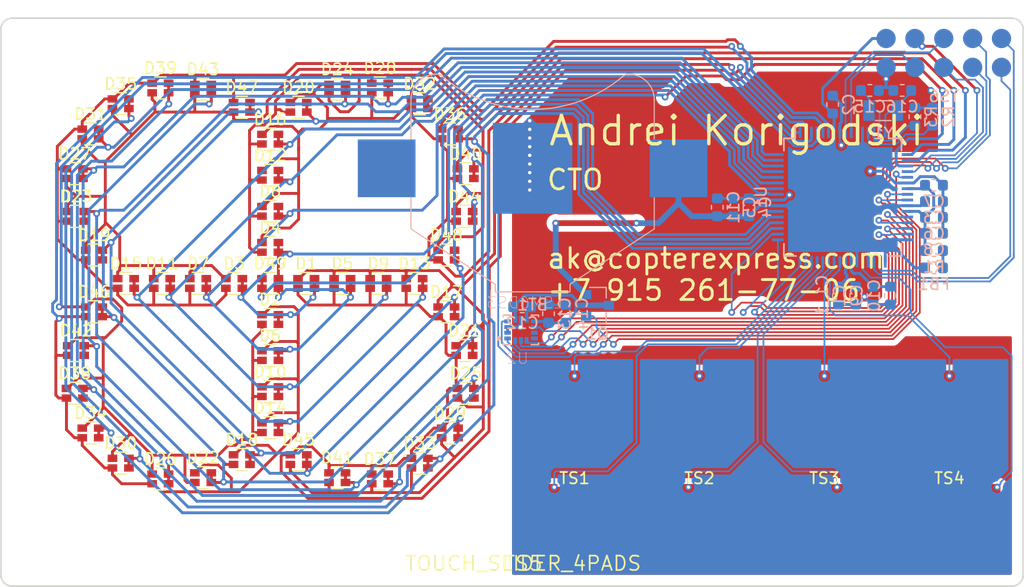
<source format=kicad_pcb>
(kicad_pcb (version 20171130) (host pcbnew 5.0.2+dfsg1-1~bpo9+1)
  (layers (0 F.Cu signal) (31 B.Cu signal) (34 B.Paste user hide) (35 F.Paste user hide) (36 B.SilkS user hide) (37 F.SilkS user) (38 B.Mask user) (39 F.Mask user) (44 Edge.Cuts user))
  (net 0 "")
  (net 1 LED_K0)
  (net 2 LED_K1)
  (net 3 LED_A0)
  (net 4 LED_K3)
  (net 5 LED_K2)
  (net 6 LED_K4)
  (net 7 LED_K5)
  (net 8 LED_K7)
  (net 9 LED_K6)
  (net 10 LED_K8)
  (net 11 LED_A1)
  (net 12 LED_A2)
  (net 13 LED_A3)
  (net 14 LED_A4)
  (net 15 LED_A5)
  (net 16 LED_A6)
  (net 17 LED_A7)
  (net 18 LED_A8)
  (net 19 VDD)
  (net 20 GND)
  (net 21 N$7)
  (net 22 N$6)
  (net 23 N$13)
  (net 24 N$14)
  (net 25 N$5)
  (net 26 N$19)
  (net 27 N$20)
  (net 28 N$16)
  (net 29 N$15)
  (net 30 N$17)
  (net 31 N$18)
  (net 32 N$12)
  (net 33 N$11)
  (net 34 TOUCH_PAD0)
  (net 35 N$1)
  (net 36 TOUCH_PAD1)
  (net 37 TOUCH_PAD2)
  (net 38 TOUCH_PAD3)
  (net 39 N$21)
  (net 40 N$22)
  (net 41 N$23)
  (net 42 N$8)
  (net 43 N$10)
  (net 44 N$9)
  (net 45 LED_K9)
  (net 46 LED_K10)
  (net 47 LED_K11)
  (net 48 LFXTAL_P)
  (net 49 LFXTAL_N)
  (net 50 IMU_VDD)
  (net 51 N$24)
  (net 52 MCU_AVDD)
  (net 53 N$2)
  (net 54 N$25)
  (module Capacitor_SMD:C_0603_1608Metric (layer B.Cu) (at 163.068 96.647 90)
    (fp_text reference C11 (at 0 1.43 90) (layer B.SilkS) (effects (justify mirror)))
    (fp_text value 47uF)
    (pad 2 smd roundrect (at 0.7875 0 90) (size 0.875 0.95) (layers B.Cu B.Paste B.Mask) (net 20 GND))
    (pad 1 smd roundrect (at -0.7875 0 90) (size 0.875 0.95) (layers B.Cu B.Paste B.Mask) (net 19 VDD))
  )
  (module footprints:LED_DUAL_0606 (layer F.Cu) (at 126.884 103.351)
    (fp_text reference D1 (at 0 -1.75) (layer F.SilkS))
    (fp_text value LED_Dual_AACC)
    (pad 3 smd rect (at 0.725 -0.425) (size 0.85 0.65) (layers F.Cu F.Paste F.Mask) (net 1 LED_K0))
    (pad 4 smd rect (at 0.725 0.425) (size 0.85 0.65) (layers F.Cu F.Paste F.Mask) (net 1 LED_K0))
    (pad 2 smd rect (at -0.725 0.425) (size 0.85 0.65) (layers F.Cu F.Paste F.Mask) (net 11 LED_A1))
    (pad 1 smd rect (at -0.725 -0.425) (size 0.85 0.65) (layers F.Cu F.Paste F.Mask) (net 3 LED_A0))
  )
  (module footprints:LED_DUAL_0606 (layer F.Cu) (at 123.709 106.526)
    (fp_text reference D2 (at 0 -1.75) (layer F.SilkS))
    (fp_text value LED_Dual_AACC)
    (pad 3 smd rect (at 0.725 -0.425) (size 0.85 0.65) (layers F.Cu F.Paste F.Mask) (net 1 LED_K0))
    (pad 4 smd rect (at 0.725 0.425) (size 0.85 0.65) (layers F.Cu F.Paste F.Mask) (net 1 LED_K0))
    (pad 2 smd rect (at -0.725 0.425) (size 0.85 0.65) (layers F.Cu F.Paste F.Mask) (net 13 LED_A3))
    (pad 1 smd rect (at -0.725 -0.425) (size 0.85 0.65) (layers F.Cu F.Paste F.Mask) (net 12 LED_A2))
  )
  (module footprints:LED_DUAL_0606 (layer F.Cu) (at 120.534 103.351)
    (fp_text reference D3 (at 0 -1.75) (layer F.SilkS))
    (fp_text value LED_Dual_AACC)
    (pad 3 smd rect (at 0.725 -0.425) (size 0.85 0.65) (layers F.Cu F.Paste F.Mask) (net 1 LED_K0))
    (pad 4 smd rect (at 0.725 0.425) (size 0.85 0.65) (layers F.Cu F.Paste F.Mask) (net 1 LED_K0))
    (pad 2 smd rect (at -0.725 0.425) (size 0.85 0.65) (layers F.Cu F.Paste F.Mask) (net 15 LED_A5))
    (pad 1 smd rect (at -0.725 -0.425) (size 0.85 0.65) (layers F.Cu F.Paste F.Mask) (net 14 LED_A4))
  )
  (module footprints:LED_DUAL_0606 (layer F.Cu) (at 123.709 100.176)
    (fp_text reference D4 (at 0 -1.75) (layer F.SilkS))
    (fp_text value LED_Dual_AACC)
    (pad 3 smd rect (at 0.725 -0.425) (size 0.85 0.65) (layers F.Cu F.Paste F.Mask) (net 1 LED_K0))
    (pad 4 smd rect (at 0.725 0.425) (size 0.85 0.65) (layers F.Cu F.Paste F.Mask) (net 1 LED_K0))
    (pad 2 smd rect (at -0.725 0.425) (size 0.85 0.65) (layers F.Cu F.Paste F.Mask) (net 17 LED_A7))
    (pad 1 smd rect (at -0.725 -0.425) (size 0.85 0.65) (layers F.Cu F.Paste F.Mask) (net 16 LED_A6))
  )
  (module footprints:LED_DUAL_0606 (layer F.Cu) (at 130.059 103.351)
    (fp_text reference D5 (at 0 -1.75) (layer F.SilkS))
    (fp_text value LED_Dual_AACC)
    (pad 3 smd rect (at 0.725 -0.425) (size 0.85 0.65) (layers F.Cu F.Paste F.Mask) (net 2 LED_K1))
    (pad 4 smd rect (at 0.725 0.425) (size 0.85 0.65) (layers F.Cu F.Paste F.Mask) (net 2 LED_K1))
    (pad 2 smd rect (at -0.725 0.425) (size 0.85 0.65) (layers F.Cu F.Paste F.Mask) (net 11 LED_A1))
    (pad 1 smd rect (at -0.725 -0.425) (size 0.85 0.65) (layers F.Cu F.Paste F.Mask) (net 3 LED_A0))
  )
  (module footprints:LED_DUAL_0606 (layer F.Cu) (at 123.709 109.701)
    (fp_text reference D6 (at 0 -1.75) (layer F.SilkS))
    (fp_text value LED_Dual_AACC)
    (pad 3 smd rect (at 0.725 -0.425) (size 0.85 0.65) (layers F.Cu F.Paste F.Mask) (net 2 LED_K1))
    (pad 4 smd rect (at 0.725 0.425) (size 0.85 0.65) (layers F.Cu F.Paste F.Mask) (net 2 LED_K1))
    (pad 2 smd rect (at -0.725 0.425) (size 0.85 0.65) (layers F.Cu F.Paste F.Mask) (net 13 LED_A3))
    (pad 1 smd rect (at -0.725 -0.425) (size 0.85 0.65) (layers F.Cu F.Paste F.Mask) (net 12 LED_A2))
  )
  (module footprints:LED_DUAL_0606 (layer F.Cu) (at 117.359 103.351)
    (fp_text reference D7 (at 0 -1.75) (layer F.SilkS))
    (fp_text value LED_Dual_AACC)
    (pad 3 smd rect (at 0.725 -0.425) (size 0.85 0.65) (layers F.Cu F.Paste F.Mask) (net 2 LED_K1))
    (pad 4 smd rect (at 0.725 0.425) (size 0.85 0.65) (layers F.Cu F.Paste F.Mask) (net 2 LED_K1))
    (pad 2 smd rect (at -0.725 0.425) (size 0.85 0.65) (layers F.Cu F.Paste F.Mask) (net 15 LED_A5))
    (pad 1 smd rect (at -0.725 -0.425) (size 0.85 0.65) (layers F.Cu F.Paste F.Mask) (net 14 LED_A4))
  )
  (module footprints:LED_DUAL_0606 (layer F.Cu) (at 123.709 97.001)
    (fp_text reference D8 (at 0 -1.75) (layer F.SilkS))
    (fp_text value LED_Dual_AACC)
    (pad 3 smd rect (at 0.725 -0.425) (size 0.85 0.65) (layers F.Cu F.Paste F.Mask) (net 2 LED_K1))
    (pad 4 smd rect (at 0.725 0.425) (size 0.85 0.65) (layers F.Cu F.Paste F.Mask) (net 2 LED_K1))
    (pad 2 smd rect (at -0.725 0.425) (size 0.85 0.65) (layers F.Cu F.Paste F.Mask) (net 17 LED_A7))
    (pad 1 smd rect (at -0.725 -0.425) (size 0.85 0.65) (layers F.Cu F.Paste F.Mask) (net 16 LED_A6))
  )
  (module footprints:LED_DUAL_0606 (layer F.Cu) (at 133.234 103.351)
    (fp_text reference D9 (at 0 -1.75) (layer F.SilkS))
    (fp_text value LED_Dual_AACC)
    (pad 3 smd rect (at 0.725 -0.425) (size 0.85 0.65) (layers F.Cu F.Paste F.Mask) (net 5 LED_K2))
    (pad 4 smd rect (at 0.725 0.425) (size 0.85 0.65) (layers F.Cu F.Paste F.Mask) (net 5 LED_K2))
    (pad 2 smd rect (at -0.725 0.425) (size 0.85 0.65) (layers F.Cu F.Paste F.Mask) (net 11 LED_A1))
    (pad 1 smd rect (at -0.725 -0.425) (size 0.85 0.65) (layers F.Cu F.Paste F.Mask) (net 3 LED_A0))
  )
  (module footprints:LED_DUAL_0606 (layer F.Cu) (at 123.709 112.875999)
    (fp_text reference D10 (at 0 -1.75) (layer F.SilkS))
    (fp_text value LED_Dual_AACC)
    (pad 3 smd rect (at 0.725 -0.425) (size 0.85 0.65) (layers F.Cu F.Paste F.Mask) (net 5 LED_K2))
    (pad 4 smd rect (at 0.725 0.425) (size 0.85 0.65) (layers F.Cu F.Paste F.Mask) (net 5 LED_K2))
    (pad 2 smd rect (at -0.725 0.425) (size 0.85 0.65) (layers F.Cu F.Paste F.Mask) (net 13 LED_A3))
    (pad 1 smd rect (at -0.725 -0.425) (size 0.85 0.65) (layers F.Cu F.Paste F.Mask) (net 12 LED_A2))
  )
  (module footprints:LED_DUAL_0606 (layer F.Cu) (at 114.184 103.351)
    (fp_text reference D11 (at 0 -1.75) (layer F.SilkS))
    (fp_text value LED_Dual_AACC)
    (pad 3 smd rect (at 0.725 -0.425) (size 0.85 0.65) (layers F.Cu F.Paste F.Mask) (net 5 LED_K2))
    (pad 4 smd rect (at 0.725 0.425) (size 0.85 0.65) (layers F.Cu F.Paste F.Mask) (net 5 LED_K2))
    (pad 2 smd rect (at -0.725 0.425) (size 0.85 0.65) (layers F.Cu F.Paste F.Mask) (net 15 LED_A5))
    (pad 1 smd rect (at -0.725 -0.425) (size 0.85 0.65) (layers F.Cu F.Paste F.Mask) (net 14 LED_A4))
  )
  (module footprints:LED_DUAL_0606 (layer F.Cu) (at 123.709 93.826)
    (fp_text reference D12 (at 0 -1.75) (layer F.SilkS))
    (fp_text value LED_Dual_AACC)
    (pad 3 smd rect (at 0.725 -0.425) (size 0.85 0.65) (layers F.Cu F.Paste F.Mask) (net 5 LED_K2))
    (pad 4 smd rect (at 0.725 0.425) (size 0.85 0.65) (layers F.Cu F.Paste F.Mask) (net 5 LED_K2))
    (pad 2 smd rect (at -0.725 0.425) (size 0.85 0.65) (layers F.Cu F.Paste F.Mask) (net 17 LED_A7))
    (pad 1 smd rect (at -0.725 -0.425) (size 0.85 0.65) (layers F.Cu F.Paste F.Mask) (net 16 LED_A6))
  )
  (module footprints:LED_DUAL_0606 (layer F.Cu) (at 136.409 103.351)
    (fp_text reference D13 (at 0 -1.75) (layer F.SilkS))
    (fp_text value LED_Dual_AACC)
    (pad 3 smd rect (at 0.725 -0.425) (size 0.85 0.65) (layers F.Cu F.Paste F.Mask) (net 4 LED_K3))
    (pad 4 smd rect (at 0.725 0.425) (size 0.85 0.65) (layers F.Cu F.Paste F.Mask) (net 4 LED_K3))
    (pad 2 smd rect (at -0.725 0.425) (size 0.85 0.65) (layers F.Cu F.Paste F.Mask) (net 11 LED_A1))
    (pad 1 smd rect (at -0.725 -0.425) (size 0.85 0.65) (layers F.Cu F.Paste F.Mask) (net 3 LED_A0))
  )
  (module footprints:LED_DUAL_0606 (layer F.Cu) (at 123.709 116.051)
    (fp_text reference D14 (at 0 -1.75) (layer F.SilkS))
    (fp_text value LED_Dual_AACC)
    (pad 3 smd rect (at 0.725 -0.425) (size 0.85 0.65) (layers F.Cu F.Paste F.Mask) (net 4 LED_K3))
    (pad 4 smd rect (at 0.725 0.425) (size 0.85 0.65) (layers F.Cu F.Paste F.Mask) (net 4 LED_K3))
    (pad 2 smd rect (at -0.725 0.425) (size 0.85 0.65) (layers F.Cu F.Paste F.Mask) (net 13 LED_A3))
    (pad 1 smd rect (at -0.725 -0.425) (size 0.85 0.65) (layers F.Cu F.Paste F.Mask) (net 12 LED_A2))
  )
  (module footprints:LED_DUAL_0606 (layer F.Cu) (at 111.009 103.351)
    (fp_text reference D15 (at 0 -1.75) (layer F.SilkS))
    (fp_text value LED_Dual_AACC)
    (pad 3 smd rect (at 0.725 -0.425) (size 0.85 0.65) (layers F.Cu F.Paste F.Mask) (net 4 LED_K3))
    (pad 4 smd rect (at 0.725 0.425) (size 0.85 0.65) (layers F.Cu F.Paste F.Mask) (net 4 LED_K3))
    (pad 2 smd rect (at -0.725 0.425) (size 0.85 0.65) (layers F.Cu F.Paste F.Mask) (net 15 LED_A5))
    (pad 1 smd rect (at -0.725 -0.425) (size 0.85 0.65) (layers F.Cu F.Paste F.Mask) (net 14 LED_A4))
  )
  (module footprints:LED_DUAL_0606 (layer F.Cu) (at 123.709 90.651)
    (fp_text reference D16 (at 0 -1.75) (layer F.SilkS))
    (fp_text value LED_Dual_AACC)
    (pad 3 smd rect (at 0.725 -0.425) (size 0.85 0.65) (layers F.Cu F.Paste F.Mask) (net 4 LED_K3))
    (pad 4 smd rect (at 0.725 0.425) (size 0.85 0.65) (layers F.Cu F.Paste F.Mask) (net 4 LED_K3))
    (pad 2 smd rect (at -0.725 0.425) (size 0.85 0.65) (layers F.Cu F.Paste F.Mask) (net 17 LED_A7))
    (pad 1 smd rect (at -0.725 -0.425) (size 0.85 0.65) (layers F.Cu F.Paste F.Mask) (net 16 LED_A6))
  )
  (module footprints:LED_DUAL_0606 (layer F.Cu) (at 139.217852 105.850666)
    (fp_text reference D17 (at 0 -1.75) (layer F.SilkS))
    (fp_text value LED_Dual_AACC)
    (pad 3 smd rect (at 0.725 -0.425) (size 0.85 0.65) (layers F.Cu F.Paste F.Mask) (net 6 LED_K4))
    (pad 4 smd rect (at 0.725 0.425) (size 0.85 0.65) (layers F.Cu F.Paste F.Mask) (net 6 LED_K4))
    (pad 2 smd rect (at -0.725 0.425) (size 0.85 0.65) (layers F.Cu F.Paste F.Mask) (net 11 LED_A1))
    (pad 1 smd rect (at -0.725 -0.425) (size 0.85 0.65) (layers F.Cu F.Paste F.Mask) (net 3 LED_A0))
  )
  (module footprints:LED_DUAL_0606 (layer F.Cu) (at 121.209333 118.859852)
    (fp_text reference D18 (at 0 -1.75) (layer F.SilkS))
    (fp_text value LED_Dual_AACC)
    (pad 3 smd rect (at 0.725 -0.425) (size 0.85 0.65) (layers F.Cu F.Paste F.Mask) (net 6 LED_K4))
    (pad 4 smd rect (at 0.725 0.425) (size 0.85 0.65) (layers F.Cu F.Paste F.Mask) (net 6 LED_K4))
    (pad 2 smd rect (at -0.725 0.425) (size 0.85 0.65) (layers F.Cu F.Paste F.Mask) (net 13 LED_A3))
    (pad 1 smd rect (at -0.725 -0.425) (size 0.85 0.65) (layers F.Cu F.Paste F.Mask) (net 12 LED_A2))
  )
  (module footprints:LED_DUAL_0606 (layer F.Cu) (at 108.200147 100.851333)
    (fp_text reference D19 (at 0 -1.75) (layer F.SilkS))
    (fp_text value LED_Dual_AACC)
    (pad 3 smd rect (at 0.725 -0.425) (size 0.85 0.65) (layers F.Cu F.Paste F.Mask) (net 6 LED_K4))
    (pad 4 smd rect (at 0.725 0.425) (size 0.85 0.65) (layers F.Cu F.Paste F.Mask) (net 6 LED_K4))
    (pad 2 smd rect (at -0.725 0.425) (size 0.85 0.65) (layers F.Cu F.Paste F.Mask) (net 15 LED_A5))
    (pad 1 smd rect (at -0.725 -0.425) (size 0.85 0.65) (layers F.Cu F.Paste F.Mask) (net 14 LED_A4))
  )
  (module footprints:LED_DUAL_0606 (layer F.Cu) (at 126.208666 87.842147)
    (fp_text reference D20 (at 0 -1.75) (layer F.SilkS))
    (fp_text value LED_Dual_AACC)
    (pad 3 smd rect (at 0.725 -0.425) (size 0.85 0.65) (layers F.Cu F.Paste F.Mask) (net 6 LED_K4))
    (pad 4 smd rect (at 0.725 0.425) (size 0.85 0.65) (layers F.Cu F.Paste F.Mask) (net 6 LED_K4))
    (pad 2 smd rect (at -0.725 0.425) (size 0.85 0.65) (layers F.Cu F.Paste F.Mask) (net 17 LED_A7))
    (pad 1 smd rect (at -0.725 -0.425) (size 0.85 0.65) (layers F.Cu F.Paste F.Mask) (net 16 LED_A6))
  )
  (module footprints:LED_DUAL_0606 (layer F.Cu) (at 140.806919 109.258431)
    (fp_text reference D21 (at 0 -1.75) (layer F.SilkS))
    (fp_text value LED_Dual_AACC)
    (pad 3 smd rect (at 0.725 -0.425) (size 0.85 0.65) (layers F.Cu F.Paste F.Mask) (net 7 LED_K5))
    (pad 4 smd rect (at 0.725 0.425) (size 0.85 0.65) (layers F.Cu F.Paste F.Mask) (net 7 LED_K5))
    (pad 2 smd rect (at -0.725 0.425) (size 0.85 0.65) (layers F.Cu F.Paste F.Mask) (net 11 LED_A1))
    (pad 1 smd rect (at -0.725 -0.425) (size 0.85 0.65) (layers F.Cu F.Paste F.Mask) (net 3 LED_A0))
  )
  (module footprints:LED_DUAL_0606 (layer F.Cu) (at 117.801568 120.448919)
    (fp_text reference D22 (at 0 -1.75) (layer F.SilkS))
    (fp_text value LED_Dual_AACC)
    (pad 3 smd rect (at 0.725 -0.425) (size 0.85 0.65) (layers F.Cu F.Paste F.Mask) (net 7 LED_K5))
    (pad 4 smd rect (at 0.725 0.425) (size 0.85 0.65) (layers F.Cu F.Paste F.Mask) (net 7 LED_K5))
    (pad 2 smd rect (at -0.725 0.425) (size 0.85 0.65) (layers F.Cu F.Paste F.Mask) (net 13 LED_A3))
    (pad 1 smd rect (at -0.725 -0.425) (size 0.85 0.65) (layers F.Cu F.Paste F.Mask) (net 12 LED_A2))
  )
  (module footprints:LED_DUAL_0606 (layer F.Cu) (at 106.61108 97.443568)
    (fp_text reference D23 (at 0 -1.75) (layer F.SilkS))
    (fp_text value LED_Dual_AACC)
    (pad 3 smd rect (at 0.725 -0.425) (size 0.85 0.65) (layers F.Cu F.Paste F.Mask) (net 7 LED_K5))
    (pad 4 smd rect (at 0.725 0.425) (size 0.85 0.65) (layers F.Cu F.Paste F.Mask) (net 7 LED_K5))
    (pad 2 smd rect (at -0.725 0.425) (size 0.85 0.65) (layers F.Cu F.Paste F.Mask) (net 15 LED_A5))
    (pad 1 smd rect (at -0.725 -0.425) (size 0.85 0.65) (layers F.Cu F.Paste F.Mask) (net 14 LED_A4))
  )
  (module footprints:LED_DUAL_0606 (layer F.Cu) (at 129.616431 86.25308)
    (fp_text reference D24 (at 0 -1.75) (layer F.SilkS))
    (fp_text value LED_Dual_AACC)
    (pad 3 smd rect (at 0.725 -0.425) (size 0.85 0.65) (layers F.Cu F.Paste F.Mask) (net 7 LED_K5))
    (pad 4 smd rect (at 0.725 0.425) (size 0.85 0.65) (layers F.Cu F.Paste F.Mask) (net 7 LED_K5))
    (pad 2 smd rect (at -0.725 0.425) (size 0.85 0.65) (layers F.Cu F.Paste F.Mask) (net 17 LED_A7))
    (pad 1 smd rect (at -0.725 -0.425) (size 0.85 0.65) (layers F.Cu F.Paste F.Mask) (net 16 LED_A6))
  )
  (module footprints:LED_DUAL_0606 (layer F.Cu) (at 140.916279 113.016892)
    (fp_text reference D25 (at 0 -1.75) (layer F.SilkS))
    (fp_text value LED_Dual_AACC)
    (pad 3 smd rect (at 0.725 -0.425) (size 0.85 0.65) (layers F.Cu F.Paste F.Mask) (net 9 LED_K6))
    (pad 4 smd rect (at 0.725 0.425) (size 0.85 0.65) (layers F.Cu F.Paste F.Mask) (net 9 LED_K6))
    (pad 2 smd rect (at -0.725 0.425) (size 0.85 0.65) (layers F.Cu F.Paste F.Mask) (net 3 LED_A0))
    (pad 1 smd rect (at -0.725 -0.425) (size 0.85 0.65) (layers F.Cu F.Paste F.Mask) (net 11 LED_A1))
  )
  (module footprints:LED_DUAL_0606 (layer F.Cu) (at 114.043107 120.558279)
    (fp_text reference D26 (at 0 -1.75) (layer F.SilkS))
    (fp_text value LED_Dual_AACC)
    (pad 3 smd rect (at 0.725 -0.425) (size 0.85 0.65) (layers F.Cu F.Paste F.Mask) (net 9 LED_K6))
    (pad 4 smd rect (at 0.725 0.425) (size 0.85 0.65) (layers F.Cu F.Paste F.Mask) (net 9 LED_K6))
    (pad 2 smd rect (at -0.725 0.425) (size 0.85 0.65) (layers F.Cu F.Paste F.Mask) (net 12 LED_A2))
    (pad 1 smd rect (at -0.725 -0.425) (size 0.85 0.65) (layers F.Cu F.Paste F.Mask) (net 13 LED_A3))
  )
  (module footprints:LED_DUAL_0606 (layer F.Cu) (at 106.50172 93.685107)
    (fp_text reference D27 (at 0 -1.75) (layer F.SilkS))
    (fp_text value LED_Dual_AACC)
    (pad 3 smd rect (at 0.725 -0.425) (size 0.85 0.65) (layers F.Cu F.Paste F.Mask) (net 9 LED_K6))
    (pad 4 smd rect (at 0.725 0.425) (size 0.85 0.65) (layers F.Cu F.Paste F.Mask) (net 9 LED_K6))
    (pad 2 smd rect (at -0.725 0.425) (size 0.85 0.65) (layers F.Cu F.Paste F.Mask) (net 14 LED_A4))
    (pad 1 smd rect (at -0.725 -0.425) (size 0.85 0.65) (layers F.Cu F.Paste F.Mask) (net 15 LED_A5))
  )
  (module footprints:LED_DUAL_0606 (layer F.Cu) (at 133.374892 86.14372)
    (fp_text reference D28 (at 0 -1.75) (layer F.SilkS))
    (fp_text value LED_Dual_AACC)
    (pad 3 smd rect (at 0.725 -0.425) (size 0.85 0.65) (layers F.Cu F.Paste F.Mask) (net 9 LED_K6))
    (pad 4 smd rect (at 0.725 0.425) (size 0.85 0.65) (layers F.Cu F.Paste F.Mask) (net 9 LED_K6))
    (pad 2 smd rect (at -0.725 0.425) (size 0.85 0.65) (layers F.Cu F.Paste F.Mask) (net 16 LED_A6))
    (pad 1 smd rect (at -0.725 -0.425) (size 0.85 0.65) (layers F.Cu F.Paste F.Mask) (net 17 LED_A7))
  )
  (module footprints:LED_DUAL_0606 (layer F.Cu) (at 139.528045 116.511287)
    (fp_text reference D29 (at 0 -1.75) (layer F.SilkS))
    (fp_text value LED_Dual_AACC)
    (pad 3 smd rect (at 0.725 -0.425) (size 0.85 0.65) (layers F.Cu F.Paste F.Mask) (net 8 LED_K7))
    (pad 4 smd rect (at 0.725 0.425) (size 0.85 0.65) (layers F.Cu F.Paste F.Mask) (net 8 LED_K7))
    (pad 2 smd rect (at -0.725 0.425) (size 0.85 0.65) (layers F.Cu F.Paste F.Mask) (net 3 LED_A0))
    (pad 1 smd rect (at -0.725 -0.425) (size 0.85 0.65) (layers F.Cu F.Paste F.Mask) (net 11 LED_A1))
  )
  (module footprints:LED_DUAL_0606 (layer F.Cu) (at 110.548712 119.170045)
    (fp_text reference D30 (at 0 -1.75) (layer F.SilkS))
    (fp_text value LED_Dual_AACC)
    (pad 3 smd rect (at 0.725 -0.425) (size 0.85 0.65) (layers F.Cu F.Paste F.Mask) (net 8 LED_K7))
    (pad 4 smd rect (at 0.725 0.425) (size 0.85 0.65) (layers F.Cu F.Paste F.Mask) (net 8 LED_K7))
    (pad 2 smd rect (at -0.725 0.425) (size 0.85 0.65) (layers F.Cu F.Paste F.Mask) (net 12 LED_A2))
    (pad 1 smd rect (at -0.725 -0.425) (size 0.85 0.65) (layers F.Cu F.Paste F.Mask) (net 13 LED_A3))
  )
  (module footprints:LED_DUAL_0606 (layer F.Cu) (at 107.889954 90.190712)
    (fp_text reference D31 (at 0 -1.75) (layer F.SilkS))
    (fp_text value LED_Dual_AACC)
    (pad 3 smd rect (at 0.725 -0.425) (size 0.85 0.65) (layers F.Cu F.Paste F.Mask) (net 8 LED_K7))
    (pad 4 smd rect (at 0.725 0.425) (size 0.85 0.65) (layers F.Cu F.Paste F.Mask) (net 8 LED_K7))
    (pad 2 smd rect (at -0.725 0.425) (size 0.85 0.65) (layers F.Cu F.Paste F.Mask) (net 14 LED_A4))
    (pad 1 smd rect (at -0.725 -0.425) (size 0.85 0.65) (layers F.Cu F.Paste F.Mask) (net 15 LED_A5))
  )
  (module footprints:LED_DUAL_0606 (layer F.Cu) (at 136.869287 87.531954)
    (fp_text reference D32 (at 0 -1.75) (layer F.SilkS))
    (fp_text value LED_Dual_AACC)
    (pad 3 smd rect (at 0.725 -0.425) (size 0.85 0.65) (layers F.Cu F.Paste F.Mask) (net 8 LED_K7))
    (pad 4 smd rect (at 0.725 0.425) (size 0.85 0.65) (layers F.Cu F.Paste F.Mask) (net 8 LED_K7))
    (pad 2 smd rect (at -0.725 0.425) (size 0.85 0.65) (layers F.Cu F.Paste F.Mask) (net 16 LED_A6))
    (pad 1 smd rect (at -0.725 -0.425) (size 0.85 0.65) (layers F.Cu F.Paste F.Mask) (net 17 LED_A7))
  )
  (module footprints:LED_DUAL_0606 (layer F.Cu) (at 136.869287 119.170045)
    (fp_text reference D33 (at 0 -1.75) (layer F.SilkS))
    (fp_text value LED_Dual_AACC)
    (pad 3 smd rect (at 0.725 -0.425) (size 0.85 0.65) (layers F.Cu F.Paste F.Mask) (net 10 LED_K8))
    (pad 4 smd rect (at 0.725 0.425) (size 0.85 0.65) (layers F.Cu F.Paste F.Mask) (net 10 LED_K8))
    (pad 2 smd rect (at -0.725 0.425) (size 0.85 0.65) (layers F.Cu F.Paste F.Mask) (net 3 LED_A0))
    (pad 1 smd rect (at -0.725 -0.425) (size 0.85 0.65) (layers F.Cu F.Paste F.Mask) (net 11 LED_A1))
  )
  (module footprints:LED_DUAL_0606 (layer F.Cu) (at 107.889954 116.511287)
    (fp_text reference D34 (at 0 -1.75) (layer F.SilkS))
    (fp_text value LED_Dual_AACC)
    (pad 3 smd rect (at 0.725 -0.425) (size 0.85 0.65) (layers F.Cu F.Paste F.Mask) (net 10 LED_K8))
    (pad 4 smd rect (at 0.725 0.425) (size 0.85 0.65) (layers F.Cu F.Paste F.Mask) (net 10 LED_K8))
    (pad 2 smd rect (at -0.725 0.425) (size 0.85 0.65) (layers F.Cu F.Paste F.Mask) (net 12 LED_A2))
    (pad 1 smd rect (at -0.725 -0.425) (size 0.85 0.65) (layers F.Cu F.Paste F.Mask) (net 13 LED_A3))
  )
  (module footprints:LED_DUAL_0606 (layer F.Cu) (at 110.548712 87.531954)
    (fp_text reference D35 (at 0 -1.75) (layer F.SilkS))
    (fp_text value LED_Dual_AACC)
    (pad 3 smd rect (at 0.725 -0.425) (size 0.85 0.65) (layers F.Cu F.Paste F.Mask) (net 10 LED_K8))
    (pad 4 smd rect (at 0.725 0.425) (size 0.85 0.65) (layers F.Cu F.Paste F.Mask) (net 10 LED_K8))
    (pad 2 smd rect (at -0.725 0.425) (size 0.85 0.65) (layers F.Cu F.Paste F.Mask) (net 14 LED_A4))
    (pad 1 smd rect (at -0.725 -0.425) (size 0.85 0.65) (layers F.Cu F.Paste F.Mask) (net 15 LED_A5))
  )
  (module footprints:LED_DUAL_0606 (layer F.Cu) (at 139.528045 90.190712)
    (fp_text reference D36 (at 0 -1.75) (layer F.SilkS))
    (fp_text value LED_Dual_AACC)
    (pad 3 smd rect (at 0.725 -0.425) (size 0.85 0.65) (layers F.Cu F.Paste F.Mask) (net 10 LED_K8))
    (pad 4 smd rect (at 0.725 0.425) (size 0.85 0.65) (layers F.Cu F.Paste F.Mask) (net 10 LED_K8))
    (pad 2 smd rect (at -0.725 0.425) (size 0.85 0.65) (layers F.Cu F.Paste F.Mask) (net 16 LED_A6))
    (pad 1 smd rect (at -0.725 -0.425) (size 0.85 0.65) (layers F.Cu F.Paste F.Mask) (net 17 LED_A7))
  )
  (module footprints:LED_DUAL_0606 (layer F.Cu) (at 133.374892 120.558279)
    (fp_text reference D37 (at 0 -1.75) (layer F.SilkS))
    (fp_text value LED_Dual_AACC)
    (pad 3 smd rect (at 0.725 -0.425) (size 0.85 0.65) (layers F.Cu F.Paste F.Mask) (net 45 LED_K9))
    (pad 4 smd rect (at 0.725 0.425) (size 0.85 0.65) (layers F.Cu F.Paste F.Mask) (net 45 LED_K9))
    (pad 2 smd rect (at -0.725 0.425) (size 0.85 0.65) (layers F.Cu F.Paste F.Mask) (net 3 LED_A0))
    (pad 1 smd rect (at -0.725 -0.425) (size 0.85 0.65) (layers F.Cu F.Paste F.Mask) (net 11 LED_A1))
  )
  (module footprints:LED_DUAL_0606 (layer F.Cu) (at 106.50172 113.016892)
    (fp_text reference D38 (at 0 -1.75) (layer F.SilkS))
    (fp_text value LED_Dual_AACC)
    (pad 3 smd rect (at 0.725 -0.425) (size 0.85 0.65) (layers F.Cu F.Paste F.Mask) (net 45 LED_K9))
    (pad 4 smd rect (at 0.725 0.425) (size 0.85 0.65) (layers F.Cu F.Paste F.Mask) (net 45 LED_K9))
    (pad 2 smd rect (at -0.725 0.425) (size 0.85 0.65) (layers F.Cu F.Paste F.Mask) (net 12 LED_A2))
    (pad 1 smd rect (at -0.725 -0.425) (size 0.85 0.65) (layers F.Cu F.Paste F.Mask) (net 13 LED_A3))
  )
  (module footprints:LED_DUAL_0606 (layer F.Cu) (at 114.043107 86.14372)
    (fp_text reference D39 (at 0 -1.75) (layer F.SilkS))
    (fp_text value LED_Dual_AACC)
    (pad 3 smd rect (at 0.725 -0.425) (size 0.85 0.65) (layers F.Cu F.Paste F.Mask) (net 45 LED_K9))
    (pad 4 smd rect (at 0.725 0.425) (size 0.85 0.65) (layers F.Cu F.Paste F.Mask) (net 45 LED_K9))
    (pad 2 smd rect (at -0.725 0.425) (size 0.85 0.65) (layers F.Cu F.Paste F.Mask) (net 14 LED_A4))
    (pad 1 smd rect (at -0.725 -0.425) (size 0.85 0.65) (layers F.Cu F.Paste F.Mask) (net 15 LED_A5))
  )
  (module footprints:LED_DUAL_0606 (layer F.Cu) (at 140.916279 93.685107)
    (fp_text reference D40 (at 0 -1.75) (layer F.SilkS))
    (fp_text value LED_Dual_AACC)
    (pad 3 smd rect (at 0.725 -0.425) (size 0.85 0.65) (layers F.Cu F.Paste F.Mask) (net 45 LED_K9))
    (pad 4 smd rect (at 0.725 0.425) (size 0.85 0.65) (layers F.Cu F.Paste F.Mask) (net 45 LED_K9))
    (pad 2 smd rect (at -0.725 0.425) (size 0.85 0.65) (layers F.Cu F.Paste F.Mask) (net 16 LED_A6))
    (pad 1 smd rect (at -0.725 -0.425) (size 0.85 0.65) (layers F.Cu F.Paste F.Mask) (net 17 LED_A7))
  )
  (module footprints:LED_DUAL_0606 (layer F.Cu) (at 129.616431 120.448919)
    (fp_text reference D41 (at 0 -1.75) (layer F.SilkS))
    (fp_text value LED_Dual_AACC)
    (pad 3 smd rect (at 0.725 -0.425) (size 0.85 0.65) (layers F.Cu F.Paste F.Mask) (net 46 LED_K10))
    (pad 4 smd rect (at 0.725 0.425) (size 0.85 0.65) (layers F.Cu F.Paste F.Mask) (net 46 LED_K10))
    (pad 2 smd rect (at -0.725 0.425) (size 0.85 0.65) (layers F.Cu F.Paste F.Mask) (net 3 LED_A0))
    (pad 1 smd rect (at -0.725 -0.425) (size 0.85 0.65) (layers F.Cu F.Paste F.Mask) (net 11 LED_A1))
  )
  (module footprints:LED_DUAL_0606 (layer F.Cu) (at 106.61108 109.258431)
    (fp_text reference D42 (at 0 -1.75) (layer F.SilkS))
    (fp_text value LED_Dual_AACC)
    (pad 3 smd rect (at 0.725 -0.425) (size 0.85 0.65) (layers F.Cu F.Paste F.Mask) (net 46 LED_K10))
    (pad 4 smd rect (at 0.725 0.425) (size 0.85 0.65) (layers F.Cu F.Paste F.Mask) (net 46 LED_K10))
    (pad 2 smd rect (at -0.725 0.425) (size 0.85 0.65) (layers F.Cu F.Paste F.Mask) (net 12 LED_A2))
    (pad 1 smd rect (at -0.725 -0.425) (size 0.85 0.65) (layers F.Cu F.Paste F.Mask) (net 13 LED_A3))
  )
  (module footprints:LED_DUAL_0606 (layer F.Cu) (at 117.801568 86.25308)
    (fp_text reference D43 (at 0 -1.75) (layer F.SilkS))
    (fp_text value LED_Dual_AACC)
    (pad 3 smd rect (at 0.725 -0.425) (size 0.85 0.65) (layers F.Cu F.Paste F.Mask) (net 46 LED_K10))
    (pad 4 smd rect (at 0.725 0.425) (size 0.85 0.65) (layers F.Cu F.Paste F.Mask) (net 46 LED_K10))
    (pad 2 smd rect (at -0.725 0.425) (size 0.85 0.65) (layers F.Cu F.Paste F.Mask) (net 14 LED_A4))
    (pad 1 smd rect (at -0.725 -0.425) (size 0.85 0.65) (layers F.Cu F.Paste F.Mask) (net 15 LED_A5))
  )
  (module footprints:LED_DUAL_0606 (layer F.Cu) (at 140.806919 97.443568)
    (fp_text reference D44 (at 0 -1.75) (layer F.SilkS))
    (fp_text value LED_Dual_AACC)
    (pad 3 smd rect (at 0.725 -0.425) (size 0.85 0.65) (layers F.Cu F.Paste F.Mask) (net 46 LED_K10))
    (pad 4 smd rect (at 0.725 0.425) (size 0.85 0.65) (layers F.Cu F.Paste F.Mask) (net 46 LED_K10))
    (pad 2 smd rect (at -0.725 0.425) (size 0.85 0.65) (layers F.Cu F.Paste F.Mask) (net 16 LED_A6))
    (pad 1 smd rect (at -0.725 -0.425) (size 0.85 0.65) (layers F.Cu F.Paste F.Mask) (net 17 LED_A7))
  )
  (module footprints:LED_DUAL_0606 (layer F.Cu) (at 126.208666 118.859852)
    (fp_text reference D45 (at 0 -1.75) (layer F.SilkS))
    (fp_text value LED_Dual_AACC)
    (pad 3 smd rect (at 0.725 -0.425) (size 0.85 0.65) (layers F.Cu F.Paste F.Mask) (net 47 LED_K11))
    (pad 4 smd rect (at 0.725 0.425) (size 0.85 0.65) (layers F.Cu F.Paste F.Mask) (net 47 LED_K11))
    (pad 2 smd rect (at -0.725 0.425) (size 0.85 0.65) (layers F.Cu F.Paste F.Mask) (net 3 LED_A0))
    (pad 1 smd rect (at -0.725 -0.425) (size 0.85 0.65) (layers F.Cu F.Paste F.Mask) (net 11 LED_A1))
  )
  (module footprints:LED_DUAL_0606 (layer F.Cu) (at 108.200147 105.850666)
    (fp_text reference D46 (at 0 -1.75) (layer F.SilkS))
    (fp_text value LED_Dual_AACC)
    (pad 3 smd rect (at 0.725 -0.425) (size 0.85 0.65) (layers F.Cu F.Paste F.Mask) (net 47 LED_K11))
    (pad 4 smd rect (at 0.725 0.425) (size 0.85 0.65) (layers F.Cu F.Paste F.Mask) (net 47 LED_K11))
    (pad 2 smd rect (at -0.725 0.425) (size 0.85 0.65) (layers F.Cu F.Paste F.Mask) (net 12 LED_A2))
    (pad 1 smd rect (at -0.725 -0.425) (size 0.85 0.65) (layers F.Cu F.Paste F.Mask) (net 13 LED_A3))
  )
  (module footprints:LED_DUAL_0606 (layer F.Cu) (at 121.209333 87.842147)
    (fp_text reference D47 (at 0 -1.75) (layer F.SilkS))
    (fp_text value LED_Dual_AACC)
    (pad 3 smd rect (at 0.725 -0.425) (size 0.85 0.65) (layers F.Cu F.Paste F.Mask) (net 47 LED_K11))
    (pad 4 smd rect (at 0.725 0.425) (size 0.85 0.65) (layers F.Cu F.Paste F.Mask) (net 47 LED_K11))
    (pad 2 smd rect (at -0.725 0.425) (size 0.85 0.65) (layers F.Cu F.Paste F.Mask) (net 14 LED_A4))
    (pad 1 smd rect (at -0.725 -0.425) (size 0.85 0.65) (layers F.Cu F.Paste F.Mask) (net 15 LED_A5))
  )
  (module footprints:LED_DUAL_0606 (layer F.Cu) (at 139.217852 100.851333)
    (fp_text reference D48 (at 0 -1.75) (layer F.SilkS))
    (fp_text value LED_Dual_AACC)
    (pad 3 smd rect (at 0.725 -0.425) (size 0.85 0.65) (layers F.Cu F.Paste F.Mask) (net 47 LED_K11))
    (pad 4 smd rect (at 0.725 0.425) (size 0.85 0.65) (layers F.Cu F.Paste F.Mask) (net 47 LED_K11))
    (pad 2 smd rect (at -0.725 0.425) (size 0.85 0.65) (layers F.Cu F.Paste F.Mask) (net 16 LED_A6))
    (pad 1 smd rect (at -0.725 -0.425) (size 0.85 0.65) (layers F.Cu F.Paste F.Mask) (net 17 LED_A7))
  )
  (module footprints:LED_DUAL_0606 (layer F.Cu) (at 123.709 103.351)
    (fp_text reference D49 (at 0 -1.75) (layer F.SilkS))
    (fp_text value LED_Dual_AACC)
    (pad 3 smd rect (at 0.725 -0.425) (size 0.85 0.65) (layers F.Cu F.Paste F.Mask) (net 1 LED_K0))
    (pad 4 smd rect (at 0.725 0.425) (size 0.85 0.65) (layers F.Cu F.Paste F.Mask) (net 2 LED_K1))
    (pad 2 smd rect (at -0.725 0.425) (size 0.85 0.65) (layers F.Cu F.Paste F.Mask) (net 18 LED_A8))
    (pad 1 smd rect (at -0.725 -0.425) (size 0.85 0.65) (layers F.Cu F.Paste F.Mask) (net 18 LED_A8))
  )
  (module Resistor_SMD:R_0603_1608Metric (layer B.Cu) (at 182.1435 100.457)
    (fp_text reference R1 (at 0 1.43) (layer B.SilkS) (effects (justify mirror)))
    (fp_text value 1)
    (pad 1 smd roundrect (at 0.7875 0) (size 0.875 0.95) (layers B.Cu B.Paste B.Mask) (net 53 N$2))
    (pad 2 smd roundrect (at -0.7875 0) (size 0.875 0.95) (layers B.Cu B.Paste B.Mask) (net 52 MCU_AVDD))
  )
  (module Package_QFP:LQFP-64_10x10mm_P0.5mm (layer B.Cu) (at 174.10708 95.75756 270)
    (fp_text reference U1 (at 0 7.2 270) (layer B.SilkS) (effects (justify mirror)))
    (fp_text value EFM32LG232F64)
    (pad 64 smd rect (at -3.75 5.7 180) (size 1 0.25) (layers B.Cu B.Paste B.Mask) (net 8 LED_K7))
    (pad 63 smd rect (at -3.25 5.7 180) (size 1 0.25) (layers B.Cu B.Paste B.Mask) (net 9 LED_K6))
    (pad 62 smd rect (at -2.75 5.7 180) (size 1 0.25) (layers B.Cu B.Paste B.Mask) (net 7 LED_K5))
    (pad 61 smd rect (at -2.25 5.7 180) (size 1 0.25) (layers B.Cu B.Paste B.Mask) (net 6 LED_K4))
    (pad 60 smd rect (at -1.75 5.7 180) (size 1 0.25) (layers B.Cu B.Paste B.Mask) (net 4 LED_K3))
    (pad 59 smd rect (at -1.25 5.7 180) (size 1 0.25) (layers B.Cu B.Paste B.Mask) (net 5 LED_K2))
    (pad 58 smd rect (at -0.75 5.7 180) (size 1 0.25) (layers B.Cu B.Paste B.Mask) (net 2 LED_K1))
    (pad 57 smd rect (at -0.25 5.7 180) (size 1 0.25) (layers B.Cu B.Paste B.Mask) (net 1 LED_K0))
    (pad 56 smd rect (at 0.25 5.7 180) (size 1 0.25) (layers B.Cu B.Paste B.Mask) (net 20 GND))
    (pad 55 smd rect (at 0.75 5.7 180) (size 1 0.25) (layers B.Cu B.Paste B.Mask) (net 19 VDD))
    (pad 54 smd rect (at 1.25 5.7 180) (size 1 0.25) (layers B.Cu B.Paste B.Mask) (net 47 LED_K11))
    (pad 53 smd rect (at 1.75 5.7 180) (size 1 0.25) (layers B.Cu B.Paste B.Mask) (net 46 LED_K10))
    (pad 52 smd rect (at 2.25 5.7 180) (size 1 0.25) (layers B.Cu B.Paste B.Mask) (net 45 LED_K9))
    (pad 51 smd rect (at 2.75 5.7 180) (size 1 0.25) (layers B.Cu B.Paste B.Mask) (net 10 LED_K8))
    (pad 50 smd rect (at 3.25 5.7 180) (size 1 0.25) (layers B.Cu B.Paste B.Mask) (net 44 N$9))
    (pad 49 smd rect (at 3.75 5.7 180) (size 1 0.25) (layers B.Cu B.Paste B.Mask) (net 43 N$10))
    (pad 48 smd rect (at 5.7 3.75 270) (size 1 0.25) (layers B.Cu B.Paste B.Mask) (net 42 N$8))
    (pad 47 smd rect (at 5.7 3.25 270) (size 1 0.25) (layers B.Cu B.Paste B.Mask) (net 34 TOUCH_PAD0))
    (pad 46 smd rect (at 5.7 2.75 270) (size 1 0.25) (layers B.Cu B.Paste B.Mask) (net 27 N$20))
    (pad 45 smd rect (at 5.7 2.25 270) (size 1 0.25) (layers B.Cu B.Paste B.Mask) (net 36 TOUCH_PAD1))
    (pad 44 smd rect (at 5.7 1.75 270) (size 1 0.25) (layers B.Cu B.Paste B.Mask) (net 39 N$21))
    (pad 43 smd rect (at 5.7 1.25 270) (size 1 0.25) (layers B.Cu B.Paste B.Mask) (net 40 N$22))
    (pad 42 smd rect (at 5.7 0.75 270) (size 1 0.25) (layers B.Cu B.Paste B.Mask) (net 37 TOUCH_PAD2))
    (pad 41 smd rect (at 5.7 0.25 270) (size 1 0.25) (layers B.Cu B.Paste B.Mask) (net 38 TOUCH_PAD3))
    (pad 40 smd rect (at 5.7 -0.25 270) (size 1 0.25) (layers B.Cu B.Paste B.Mask) (net 35 N$1))
    (pad 39 smd rect (at 5.7 -0.75 270) (size 1 0.25) (layers B.Cu B.Paste B.Mask) (net 19 VDD))
    (pad 38 smd rect (at 5.7 -1.25 270) (size 1 0.25) (layers B.Cu B.Paste B.Mask) (net 19 VDD))
    (pad 37 smd rect (at 5.7 -1.75 270) (size 1 0.25) (layers B.Cu B.Paste B.Mask) (net 41 N$23))
    (pad 36 smd rect (at 5.7 -2.25 270) (size 1 0.25) (layers B.Cu B.Paste B.Mask) (net 19 VDD))
    (pad 35 smd rect (at 5.7 -2.75 270) (size 1 0.25) (layers B.Cu B.Paste B.Mask) (net 33 N$11))
    (pad 34 smd rect (at 5.7 -3.25 270) (size 1 0.25) (layers B.Cu B.Paste B.Mask) (net 32 N$12))
    (pad 33 smd rect (at 5.7 -3.75 270) (size 1 0.25) (layers B.Cu B.Paste B.Mask) (net 19 VDD))
    (pad 32 smd rect (at 3.75 -5.7 180) (size 1 0.25) (layers B.Cu B.Paste B.Mask) (net 19 VDD))
    (pad 31 smd rect (at 3.25 -5.7 180) (size 1 0.25) (layers B.Cu B.Paste B.Mask) (net 30 N$17))
    (pad 30 smd rect (at 2.75 -5.7 180) (size 1 0.25) (layers B.Cu B.Paste B.Mask) (net 28 N$16))
    (pad 29 smd rect (at 2.25 -5.7 180) (size 1 0.25) (layers B.Cu B.Paste B.Mask) (net 24 N$14))
    (pad 28 smd rect (at 1.75 -5.7 180) (size 1 0.25) (layers B.Cu B.Paste B.Mask) (net 29 N$15))
    (pad 27 smd rect (at 1.25 -5.7 180) (size 1 0.25) (layers B.Cu B.Paste B.Mask) (net 52 MCU_AVDD))
    (pad 26 smd rect (at 0.75 -5.7 180) (size 1 0.25) (layers B.Cu B.Paste B.Mask) (net 19 VDD))
    (pad 25 smd rect (at 0.25 -5.7 180) (size 1 0.25) (layers B.Cu B.Paste B.Mask) (net 26 N$19))
    (pad 24 smd rect (at -0.25 -5.7 180) (size 1 0.25) (layers B.Cu B.Paste B.Mask) (net 31 N$18))
    (pad 23 smd rect (at -0.75 -5.7 180) (size 1 0.25) (layers B.Cu B.Paste B.Mask) (net 52 MCU_AVDD))
    (pad 22 smd rect (at -1.25 -5.7 180) (size 1 0.25) (layers B.Cu B.Paste B.Mask) (net 20 GND))
    (pad 21 smd rect (at -1.75 -5.7 180) (size 1 0.25) (layers B.Cu B.Paste B.Mask) (net 23 N$13))
    (pad 20 smd rect (at -2.25 -5.7 180) (size 1 0.25) (layers B.Cu B.Paste B.Mask) (net 25 N$5))
    (pad 19 smd rect (at -2.75 -5.7 180) (size 1 0.25) (layers B.Cu B.Paste B.Mask) (net 18 LED_A8))
    (pad 18 smd rect (at -3.25 -5.7 180) (size 1 0.25) (layers B.Cu B.Paste B.Mask) (net 17 LED_A7))
    (pad 17 smd rect (at -3.75 -5.7 180) (size 1 0.25) (layers B.Cu B.Paste B.Mask) (net 16 LED_A6))
    (pad 16 smd rect (at -5.7 -3.75 270) (size 1 0.25) (layers B.Cu B.Paste B.Mask) (net 49 LFXTAL_N))
    (pad 15 smd rect (at -5.7 -3.25 270) (size 1 0.25) (layers B.Cu B.Paste B.Mask) (net 48 LFXTAL_P))
    (pad 14 smd rect (at -5.7 -2.75 270) (size 1 0.25) (layers B.Cu B.Paste B.Mask) (net 54 N$25))
    (pad 13 smd rect (at -5.7 -2.25 270) (size 1 0.25) (layers B.Cu B.Paste B.Mask) (net 51 N$24))
    (pad 12 smd rect (at -5.7 -1.75 270) (size 1 0.25) (layers B.Cu B.Paste B.Mask) (net 19 VDD))
    (pad 11 smd rect (at -5.7 -1.25 270) (size 1 0.25) (layers B.Cu B.Paste B.Mask) (net 19 VDD))
    (pad 10 smd rect (at -5.7 -0.75 270) (size 1 0.25) (layers B.Cu B.Paste B.Mask) (net 22 N$6))
    (pad 9 smd rect (at -5.7 -0.25 270) (size 1 0.25) (layers B.Cu B.Paste B.Mask) (net 21 N$7))
    (pad 8 smd rect (at -5.7 0.25 270) (size 1 0.25) (layers B.Cu B.Paste B.Mask) (net 20 GND))
    (pad 7 smd rect (at -5.7 0.75 270) (size 1 0.25) (layers B.Cu B.Paste B.Mask) (net 19 VDD))
    (pad 6 smd rect (at -5.7 1.25 270) (size 1 0.25) (layers B.Cu B.Paste B.Mask) (net 15 LED_A5))
    (pad 5 smd rect (at -5.7 1.75 270) (size 1 0.25) (layers B.Cu B.Paste B.Mask) (net 14 LED_A4))
    (pad 4 smd rect (at -5.7 2.25 270) (size 1 0.25) (layers B.Cu B.Paste B.Mask) (net 13 LED_A3))
    (pad 3 smd rect (at -5.7 2.75 270) (size 1 0.25) (layers B.Cu B.Paste B.Mask) (net 12 LED_A2))
    (pad 2 smd rect (at -5.7 3.25 270) (size 1 0.25) (layers B.Cu B.Paste B.Mask) (net 11 LED_A1))
    (pad 1 smd rect (at -5.7 3.75 270) (size 1 0.25) (layers B.Cu B.Paste B.Mask) (net 3 LED_A0))
  )
  (module Crystal:Crystal_SMD_3215-2Pin_3.2x1.5mm (layer B.Cu) (at 177.673 88.138)
    (fp_text reference Y1 (at 0 2) (layer B.SilkS) (effects (justify mirror)))
    (fp_text value 32768Hz)
    (pad 1 smd rect (at -1.25 0) (size 1 1.8) (layers B.Cu B.Paste B.Mask) (net 48 LFXTAL_P))
    (pad 2 smd rect (at 1.25 0) (size 1 1.8) (layers B.Cu B.Paste B.Mask) (net 49 LFXTAL_N))
  )
  (module Capacitor_SMD:C_0603_1608Metric (layer B.Cu) (at 175.26 104.4195 270)
    (fp_text reference C1 (at 0 1.43 270) (layer B.SilkS) (effects (justify mirror)))
    (fp_text value 1uF)
    (pad 2 smd roundrect (at 0.7875 0 270) (size 0.875 0.95) (layers B.Cu B.Paste B.Mask) (net 20 GND))
    (pad 1 smd roundrect (at -0.7875 0 270) (size 0.875 0.95) (layers B.Cu B.Paste B.Mask) (net 35 N$1))
  )
  (module Capacitor_SMD:C_0603_1608Metric (layer B.Cu) (at 182.1435 96.139)
    (fp_text reference C3 (at 0 1.43) (layer B.SilkS) (effects (justify mirror)))
    (fp_text value 0.1uF)
    (pad 2 smd roundrect (at 0.7875 0) (size 0.875 0.95) (layers B.Cu B.Paste B.Mask) (net 20 GND))
    (pad 1 smd roundrect (at -0.7875 0) (size 0.875 0.95) (layers B.Cu B.Paste B.Mask) (net 19 VDD))
  )
  (module Capacitor_SMD:C_0603_1608Metric (layer B.Cu) (at 165.862 96.647 90)
    (fp_text reference C4 (at 0 1.43 90) (layer B.SilkS) (effects (justify mirror)))
    (fp_text value 0.1uF)
    (pad 2 smd roundrect (at 0.7875 0 90) (size 0.875 0.95) (layers B.Cu B.Paste B.Mask) (net 20 GND))
    (pad 1 smd roundrect (at -0.7875 0 90) (size 0.875 0.95) (layers B.Cu B.Paste B.Mask) (net 19 VDD))
  )
  (module Capacitor_SMD:C_0603_1608Metric (layer B.Cu) (at 164.465 96.647 90)
    (fp_text reference C5 (at 0 1.43 90) (layer B.SilkS) (effects (justify mirror)))
    (fp_text value 1uF)
    (pad 2 smd roundrect (at 0.7875 0 90) (size 0.875 0.95) (layers B.Cu B.Paste B.Mask) (net 20 GND))
    (pad 1 smd roundrect (at -0.7875 0 90) (size 0.875 0.95) (layers B.Cu B.Paste B.Mask) (net 19 VDD))
  )
  (module Capacitor_SMD:C_0603_1608Metric (layer B.Cu) (at 182.1435 97.536)
    (fp_text reference C6 (at 0 1.43) (layer B.SilkS) (effects (justify mirror)))
    (fp_text value 10nF)
    (pad 1 smd roundrect (at -0.7875 0) (size 0.875 0.95) (layers B.Cu B.Paste B.Mask) (net 52 MCU_AVDD))
    (pad 2 smd roundrect (at 0.7875 0) (size 0.875 0.95) (layers B.Cu B.Paste B.Mask) (net 20 GND))
  )
  (module Capacitor_SMD:C_0603_1608Metric (layer B.Cu) (at 182.1435 94.7039)
    (fp_text reference C7 (at 0 1.43) (layer B.SilkS) (effects (justify mirror)))
    (fp_text value 10nF)
    (pad 2 smd roundrect (at 0.7875 0) (size 0.875 0.95) (layers B.Cu B.Paste B.Mask) (net 20 GND))
    (pad 1 smd roundrect (at -0.7875 0) (size 0.875 0.95) (layers B.Cu B.Paste B.Mask) (net 52 MCU_AVDD))
  )
  (module Capacitor_SMD:C_0603_1608Metric (layer B.Cu) (at 182.1435 98.933)
    (fp_text reference C8 (at 0 1.43) (layer B.SilkS) (effects (justify mirror)))
    (fp_text value 10uF)
    (pad 2 smd roundrect (at 0.7875 0) (size 0.875 0.95) (layers B.Cu B.Paste B.Mask) (net 20 GND))
    (pad 1 smd roundrect (at -0.7875 0) (size 0.875 0.95) (layers B.Cu B.Paste B.Mask) (net 52 MCU_AVDD))
  )
  (module Capacitor_SMD:C_0603_1608Metric (layer B.Cu) (at 176.784 104.4195 270)
    (fp_text reference C9 (at 0 1.43 270) (layer B.SilkS) (effects (justify mirror)))
    (fp_text value 0.1uF)
    (pad 2 smd roundrect (at 0.7875 0 270) (size 0.875 0.95) (layers B.Cu B.Paste B.Mask) (net 20 GND))
    (pad 1 smd roundrect (at -0.7875 0 270) (size 0.875 0.95) (layers B.Cu B.Paste B.Mask) (net 19 VDD))
  )
  (module Capacitor_SMD:C_0603_1608Metric (layer B.Cu) (at 178.308 104.4195 270)
    (fp_text reference C10 (at 0 1.43 270) (layer B.SilkS) (effects (justify mirror)))
    (fp_text value 10uF)
    (pad 2 smd roundrect (at 0.7875 0 270) (size 0.875 0.95) (layers B.Cu B.Paste B.Mask) (net 20 GND))
    (pad 1 smd roundrect (at -0.7875 0 270) (size 0.875 0.95) (layers B.Cu B.Paste B.Mask) (net 19 VDD))
  )
  (module Capacitor_SMD:C_0603_1608Metric (layer B.Cu) (at 145.8975 105.41)
    (fp_text reference C12 (at 0 1.43) (layer B.SilkS) (effects (justify mirror)))
    (fp_text value 0.1uF)
    (pad 2 smd roundrect (at 0.7875 0) (size 0.875 0.95) (layers B.Cu B.Paste B.Mask) (net 20 GND))
    (pad 1 smd roundrect (at -0.7875 0) (size 0.875 0.95) (layers B.Cu B.Paste B.Mask) (net 50 IMU_VDD))
  )
  (module Capacitor_SMD:C_0603_1608Metric (layer B.Cu) (at 148.209 106.0195 90)
    (fp_text reference C13 (at 0 1.43 90) (layer B.SilkS) (effects (justify mirror)))
    (fp_text value 0.1uF)
    (pad 2 smd roundrect (at 0.7875 0 90) (size 0.875 0.95) (layers B.Cu B.Paste B.Mask) (net 20 GND))
    (pad 1 smd roundrect (at -0.7875 0 90) (size 0.875 0.95) (layers B.Cu B.Paste B.Mask) (net 50 IMU_VDD))
  )
  (module Resistor_SMD:R_0603_1608Metric (layer B.Cu) (at 181.991 88.6715 90)
    (fp_text reference R2 (at 0 1.43 90) (layer B.SilkS) (effects (justify mirror)))
    (fp_text value 0)
    (pad 2 smd roundrect (at 0.7875 0 90) (size 0.875 0.95) (layers B.Cu B.Paste B.Mask) (net 20 GND))
    (pad 1 smd roundrect (at -0.7875 0 90) (size 0.875 0.95) (layers B.Cu B.Paste B.Mask) (net 51 N$24))
  )
  (module footprints:LSM6DS3 (layer B.Cu) (at 145.7844 107.4416)
    (fp_text reference U2 (at -0.31031 2.48754) (layer B.SilkS) (effects (font (size 1.00102 1.00102) (thickness 0.05)) (justify mirror)))
    (fp_text value LSM6DS3 (at 0.325055 -2.39047) (layer B.SilkS) (effects (font (size 1.0002 1.0002) (thickness 0.05)) (justify mirror)))
    (pad 4 smd rect (at -1.175 -0.75 180) (size 0.58 0.35) (layers B.Cu B.Paste B.Mask) (net 31 N$18))
    (pad 3 smd rect (at -1.175 -0.25 180) (size 0.58 0.35) (layers B.Cu B.Paste B.Mask) (net 20 GND))
    (pad 2 smd rect (at -1.175 0.25 180) (size 0.58 0.35) (layers B.Cu B.Paste B.Mask) (net 20 GND))
    (pad 1 smd rect (at -1.175 0.75 180) (size 0.58 0.35) (layers B.Cu B.Paste B.Mask) (net 24 N$14))
    (pad 7 smd rect (at 0.5 -0.925 270) (size 0.58 0.35) (layers B.Cu B.Paste B.Mask) (net 20 GND))
    (pad 6 smd rect (at 0 -0.925 270) (size 0.58 0.35) (layers B.Cu B.Paste B.Mask) (net 20 GND))
    (pad 5 smd rect (at -0.5 -0.925 270) (size 0.58 0.35) (layers B.Cu B.Paste B.Mask) (net 50 IMU_VDD))
    (pad 8 smd rect (at 1.175 -0.75 180) (size 0.58 0.35) (layers B.Cu B.Paste B.Mask) (net 50 IMU_VDD))
    (pad 9 smd rect (at 1.175 -0.25 180) (size 0.58 0.35) (layers B.Cu B.Paste B.Mask) (net 26 N$19))
    (pad 10 smd rect (at 1.175 0.25 180) (size 0.58 0.35) (layers B.Cu B.Paste B.Mask))
    (pad 11 smd rect (at 1.175 0.75 180) (size 0.58 0.35) (layers B.Cu B.Paste B.Mask))
    (pad 12 smd rect (at 0.5 0.925 270) (size 0.58 0.35) (layers B.Cu B.Paste B.Mask) (net 30 N$17))
    (pad 13 smd rect (at 0 0.925 270) (size 0.58 0.35) (layers B.Cu B.Paste B.Mask) (net 28 N$16))
    (pad 14 smd rect (at -0.5 0.925 270) (size 0.58 0.35) (layers B.Cu B.Paste B.Mask) (net 29 N$15))
  )
  (module footprints:TouchPad_D8.0mm (layer F.Cu) (at 150.5 115)
    (fp_text reference TS1 (at 0 5.5) (layer F.SilkS))
    (fp_text value TOUCH_PAD)
    (pad 1 smd circle (at 0 0) (size 8 8) (layers F.Cu) (net 34 TOUCH_PAD0))
  )
  (module footprints:TouchPad_D8.0mm (layer F.Cu) (at 161.5 115)
    (fp_text reference TS2 (at 0 5.5) (layer F.SilkS))
    (fp_text value TOUCH_PAD)
    (pad 1 smd circle (at 0 0) (size 8 8) (layers F.Cu) (net 36 TOUCH_PAD1))
  )
  (module footprints:TouchPad_D8.0mm (layer F.Cu) (at 172.5 115)
    (fp_text reference TS3 (at 0 5.5) (layer F.SilkS))
    (fp_text value TOUCH_PAD)
    (pad 1 smd circle (at 0 0) (size 8 8) (layers F.Cu) (net 37 TOUCH_PAD2))
  )
  (module footprints:TouchPad_D8.0mm (layer F.Cu) (at 183.5 115)
    (fp_text reference TS4 (at 0 5.5) (layer F.SilkS))
    (fp_text value TOUCH_PAD)
    (pad 1 smd circle (at 0 0) (size 8 8) (layers F.Cu) (net 38 TOUCH_PAD3))
  )
  (module footprints:TestPoints_2x05_P2.54_D1.7 (layer B.Cu) (at 183.007 83.058)
    (fp_text reference TS6 (at 0 3.81) (layer B.SilkS) (effects (justify mirror)))
    (fp_text value POGO_10PADS)
    (pad 5 smd circle (at 0 -1.27) (size 1.7 1.7) (layers B.Cu B.Mask) (net 21 N$7))
    (pad 4 smd circle (at -2.54 1.27) (size 1.7 1.7) (layers B.Cu B.Mask) (net 22 N$6))
    (pad 3 smd circle (at -2.54 -1.27) (size 1.7 1.7) (layers B.Cu B.Mask) (net 25 N$5))
    (pad 2 smd circle (at -5.08 1.27) (size 1.7 1.7) (layers B.Cu B.Mask) (net 20 GND))
    (pad 1 smd circle (at -5.08 -1.27) (size 1.7 1.7) (layers B.Cu B.Mask) (net 19 VDD))
    (pad 10 smd circle (at 5.08 1.27) (size 1.7 1.7) (layers B.Cu B.Mask) (net 32 N$12))
    (pad 9 smd circle (at 5.08 -1.27) (size 1.7 1.7) (layers B.Cu B.Mask) (net 33 N$11))
    (pad 8 smd circle (at 2.54 1.27) (size 1.7 1.7) (layers B.Cu B.Mask) (net 43 N$10))
    (pad 7 smd circle (at 2.54 -1.27) (size 1.7 1.7) (layers B.Cu B.Mask) (net 44 N$9))
    (pad 6 smd circle (at 0 1.27) (size 1.7 1.7) (layers B.Cu B.Mask) (net 42 N$8))
  )
  (module footprints:BatteryHolder_Keystone_3026_1x2016 (layer B.Cu) (at 146.812 93.218)
    (fp_text reference BT1 (at 0 12) (layer B.SilkS) (effects (justify mirror)))
    (fp_text value Battery_Cell)
    (pad 2 smd rect (at 0 0) (size 7 8) (layers B.Cu B.Mask) (net 20 GND))
    (pad 1 smd rect (at 12.85 0) (size 5.08 5.08) (layers B.Cu B.Paste B.Mask) (net 19 VDD))
    (pad 1 smd rect (at -12.85 0) (size 5.08 5.08) (layers B.Cu B.Paste B.Mask))
  )
  (module footprints:TouchSlider-4_42x7mm (layer F.Cu) (at 146 128)
    (fp_text reference TS5 (at 0 0) (layer F.SilkS) (effects (font (size 1.27 1.27))))
    (fp_text value TOUCH_SLIDER_4PADS (at 0 0) (layer F.SilkS) (effects (font (size 1.27 1.27))))
    (pad 1 smd custom (at 1.5 -3.5) (size 2.333333 2.333333) (layers F.Cu) (net 27 N$20) (options (clearance outline) (anchor circle)) (primitives (gr_poly (pts (xy -1.5 -3.5) (xy 1.5 -3.5) (xy 1.5 -3.270579) (xy 11.140237 -2.333333) (xy 1.5 -1.396088) (xy 1.5 -0.937245) (xy 11.140237 0) (xy 1.5 0.937245) (xy 1.5 1.396088) (xy 11.140237 2.333333) (xy 1.5 3.270579) (xy 1.5 3.5) (xy -1.5 3.5)) (width 0))))
    (pad 2 smd custom (at 14.476341 -3.5) (size 2.333333 2.333333) (layers F.Cu) (net 39 N$21) (options (clearance outline) (anchor circle)) (primitives (gr_poly (pts (xy -11.211214 -3.5) (xy -1.570978 -2.562755) (xy -1.570978 -2.103912) (xy -11.211214 -1.166667) (xy -1.570978 -0.229421) (xy -1.570978 0.229421) (xy -11.211214 1.166667) (xy -1.570978 2.103912) (xy -1.570978 2.562755) (xy -11.211214 3.5) (xy 1.570978 3.5) (xy 1.570978 3.270579) (xy 11.211214 2.333333) (xy 1.570978 1.396088) (xy 1.570978 0.937245) (xy 11.211214 0) (xy 1.570978 -0.937245) (xy 1.570978 -1.396088) (xy 11.211214 -2.333333) (xy 1.570978 -3.270579) (xy 1.570978 -3.5)) (width 0))))
    (pad 3 smd custom (at 27.523659 -3.5) (size 2.333333 2.333333) (layers F.Cu) (net 40 N$22) (options (clearance outline) (anchor circle)) (primitives (gr_poly (pts (xy -11.211214 -3.5) (xy -1.570978 -2.562755) (xy -1.570978 -2.103912) (xy -11.211214 -1.166667) (xy -1.570978 -0.229421) (xy -1.570978 0.229421) (xy -11.211214 1.166667) (xy -1.570978 2.103912) (xy -1.570978 2.562755) (xy -11.211214 3.5) (xy 1.570978 3.5) (xy 1.570978 3.270579) (xy 11.211214 2.333333) (xy 1.570978 1.396088) (xy 1.570978 0.937245) (xy 11.211214 0) (xy 1.570978 -0.937245) (xy 1.570978 -1.396088) (xy 11.211214 -2.333333) (xy 1.570978 -3.270579) (xy 1.570978 -3.5)) (width 0))))
    (pad 4 smd custom (at 40.5 -3.5) (size 2.333333 2.333333) (layers F.Cu) (net 41 N$23) (options (clearance outline) (anchor circle)) (primitives (gr_poly (pts (xy -11.140237 -3.5) (xy -1.5 -2.562755) (xy -1.5 -2.103912) (xy -11.140237 -1.166667) (xy -1.5 -0.229421) (xy -1.5 0.229421) (xy -11.140237 1.166667) (xy -1.5 2.103912) (xy -1.5 2.562755) (xy -11.140237 3.5) (xy 1.5 3.5) (xy 1.5 -3.5)) (width 0))))
  )
  (module Capacitor_SMD:C_0603_1608Metric (layer B.Cu) (at 173.228 87.6045 90)
    (fp_text reference C2 (at 0 1.43 90) (layer B.SilkS) (effects (justify mirror)))
    (fp_text value 0.1uF)
    (pad 2 smd roundrect (at 0.7875 0 90) (size 0.875 0.95) (layers B.Cu B.Paste B.Mask) (net 20 GND))
    (pad 1 smd roundrect (at -0.7875 0 90) (size 0.875 0.95) (layers B.Cu B.Paste B.Mask) (net 19 VDD))
  )
  (module Capacitor_SMD:C_0603_1608Metric (layer B.Cu) (at 149.733 106.0195 90)
    (fp_text reference C14 (at 0 1.43 90) (layer B.SilkS) (effects (justify mirror)))
    (fp_text value 10uF)
    (pad 1 smd roundrect (at -0.7875 0 90) (size 0.875 0.95) (layers B.Cu B.Paste B.Mask) (net 50 IMU_VDD))
    (pad 2 smd roundrect (at 0.7875 0 90) (size 0.875 0.95) (layers B.Cu B.Paste B.Mask) (net 20 GND))
  )
  (module Capacitor_SMD:C_0603_1608Metric (layer B.Cu) (at 176.5045 86.36)
    (fp_text reference C15 (at 0 1.43) (layer B.SilkS) (effects (justify mirror)))
    (fp_text value 22pF)
    (pad 2 smd roundrect (at 0.7875 0) (size 0.875 0.95) (layers B.Cu B.Paste B.Mask) (net 20 GND))
    (pad 1 smd roundrect (at -0.7875 0) (size 0.875 0.95) (layers B.Cu B.Paste B.Mask) (net 48 LFXTAL_P))
  )
  (module Capacitor_SMD:C_0603_1608Metric (layer B.Cu) (at 179.3495 86.36)
    (fp_text reference C16 (at 0 1.43) (layer B.SilkS) (effects (justify mirror)))
    (fp_text value 22pF)
    (pad 2 smd roundrect (at -0.7875 0) (size 0.875 0.95) (layers B.Cu B.Paste B.Mask) (net 20 GND))
    (pad 1 smd roundrect (at 0.7875 0) (size 0.875 0.95) (layers B.Cu B.Paste B.Mask) (net 49 LFXTAL_N))
  )
  (module Package_TO_SOT_SMD:SOT-23 (layer B.Cu) (at 152.527 105.283)
    (fp_text reference Q1 (at 0 2.5) (layer B.SilkS) (effects (justify mirror)))
    (fp_text value Q_PMOS_GSD)
    (pad 1 smd rect (at -1 0.95) (size 0.9 0.8) (layers B.Cu B.Paste B.Mask) (net 23 N$13))
    (pad 2 smd rect (at -1 -0.95) (size 0.9 0.8) (layers B.Cu B.Paste B.Mask) (net 19 VDD))
    (pad 3 smd rect (at 1 0) (size 0.9 0.8) (layers B.Cu B.Paste B.Mask) (net 50 IMU_VDD))
  )
  (module Inductor_SMD:L_0603_1608Metric (layer B.Cu) (at 182.1435 101.981)
    (fp_text reference FB1 (at 0 1.43) (layer B.SilkS) (effects (justify mirror)))
    (fp_text value Ferrite_Bead_Small)
    (pad 1 smd roundrect (at -0.7875 0) (size 0.875 0.95) (layers B.Cu B.Paste B.Mask) (net 19 VDD))
    (pad 2 smd roundrect (at 0.7875 0) (size 0.875 0.95) (layers B.Cu B.Paste B.Mask) (net 53 N$2))
  )
  (module Resistor_SMD:R_0603_1608Metric (layer B.Cu) (at 180.467 88.6715 90)
    (fp_text reference R3 (at 0 1.43 90) (layer B.SilkS) (effects (justify mirror)))
    (fp_text value 0)
    (pad 1 smd roundrect (at -0.7875 0 90) (size 0.875 0.95) (layers B.Cu B.Paste B.Mask) (net 54 N$25))
    (pad 2 smd roundrect (at 0.7875 0 90) (size 0.875 0.95) (layers B.Cu B.Paste B.Mask) (net 20 GND))
  )
  (module Capacitor_SMD:C_0603_1608Metric (layer B.Cu) (at 173.736 104.4195 270)
    (fp_text reference C1_1 (at 0 1.43 270) (layer B.SilkS) (effects (justify mirror)))
    (fp_text value 10uF)
    (pad 1 smd roundrect (at -0.7875 0 270) (size 0.875 0.95) (layers B.Cu B.Paste B.Mask) (net 35 N$1))
    (pad 2 smd roundrect (at 0.7875 0 270) (size 0.875 0.95) (layers B.Cu B.Paste B.Mask) (net 20 GND))
  )
  (gr_arc (start 101 129) (end 100 129) (angle -90) (layer Edge.Cuts) (width 0.15))
  (gr_arc (start 101 81) (end 101 80) (angle -90) (layer Edge.Cuts) (width 0.15))
  (gr_arc (start 189 81) (end 190 81) (angle -90) (layer Edge.Cuts) (width 0.15))
  (gr_arc (start 189 129) (end 189 130) (angle -90) (layer Edge.Cuts) (width 0.15))
  (gr_text CTO (at 150.5585 94.234) (layer F.SilkS) (effects (font (size 1.75 1.75) (thickness 0.25))))
  (gr_line (start 100 129) (end 100 81) (layer Edge.Cuts) (width 0.15))
  (gr_line (start 189 130) (end 101 130) (layer Edge.Cuts) (width 0.15))
  (gr_line (start 190 81) (end 190 129) (layer Edge.Cuts) (width 0.15))
  (gr_line (start 101 80) (end 189 80) (layer Edge.Cuts) (width 0.15))
  (gr_text "ak@copterexpress.com\n+7 915 261-77-06" (at 147.955 102.5525) (layer F.SilkS) (effects (font (size 1.75 1.75) (thickness 0.25)) (justify left)))
  (gr_text "Andrei Korigodski" (at 148.082 89.916) (layer F.SilkS) (effects (font (size 2.5 2.5) (thickness 0.3)) (justify left)))
  (segment (start 124.434 99.751) (end 124.434 100.601) (width 0.254) (layer F.Cu) (net 1))
  (segment (start 121.259 102.926) (end 121.259 103.776) (width 0.254) (layer F.Cu) (net 1))
  (segment (start 127.609 102.926) (end 127.609 103.776) (width 0.254) (layer F.Cu) (net 1))
  (segment (start 124.434 106.101) (end 124.434 106.951) (width 0.254) (layer F.Cu) (net 1))
  (segment (start 125.4958 106.101) (end 125.5018 106.095) (width 0.254) (layer F.Cu) (net 1))
  (via (at 125.5018 106.095) (size 0.6) (drill 0.3) (layers F.Cu B.Cu) (net 1))
  (segment (start 124.434 106.101) (end 125.4958 106.101) (width 0.254) (layer F.Cu) (net 1))
  (segment (start 125.291 100.601) (end 125.451 100.761) (width 0.254) (layer F.Cu) (net 1))
  (via (at 125.451 100.761) (size 0.6) (drill 0.3) (layers F.Cu B.Cu) (net 1))
  (segment (start 124.434 100.601) (end 125.291 100.601) (width 0.254) (layer F.Cu) (net 1))
  (via (at 121.133 104.571) (size 0.6) (drill 0.3) (layers F.Cu B.Cu) (net 1))
  (segment (start 121.259 104.445) (end 121.133 104.571) (width 0.254) (layer F.Cu) (net 1))
  (segment (start 121.259 103.776) (end 121.259 104.445) (width 0.254) (layer F.Cu) (net 1))
  (via (at 127.483 104.571) (size 0.6) (drill 0.3) (layers F.Cu B.Cu) (net 1))
  (segment (start 127.609 104.445) (end 127.483 104.571) (width 0.254) (layer F.Cu) (net 1))
  (segment (start 127.609 103.776) (end 127.609 104.445) (width 0.254) (layer F.Cu) (net 1))
  (segment (start 124.434 102.926) (end 124.434 100.601) (width 0.254) (layer F.Cu) (net 1))
  (segment (start 125.959 106.095) (end 127.483 104.571) (width 0.254) (layer B.Cu) (net 1))
  (segment (start 125.5018 106.095) (end 125.959 106.095) (width 0.254) (layer B.Cu) (net 1))
  (segment (start 122.657 106.095) (end 121.133 104.571) (width 0.254) (layer B.Cu) (net 1))
  (segment (start 125.5018 106.095) (end 122.657 106.095) (width 0.254) (layer B.Cu) (net 1))
  (segment (start 124.943 100.761) (end 125.451 100.761) (width 0.254) (layer B.Cu) (net 1))
  (segment (start 121.133 104.571) (end 124.943 100.761) (width 0.254) (layer B.Cu) (net 1))
  (segment (start 168.417 95.508) (end 167.663 95.508) (width 0.254) (layer B.Cu) (net 1))
  (segment (start 167.663 95.508) (end 167.56901 95.41401) (width 0.254) (layer B.Cu) (net 1))
  (segment (start 167.56901 95.41401) (end 166.644722 95.41401) (width 0.254) (layer B.Cu) (net 1))
  (segment (start 166.644722 95.41401) (end 164.15793 92.927218) (width 0.254) (layer B.Cu) (net 1))
  (segment (start 158.76988 86.36195) (end 164.15793 91.75) (width 0.254) (layer B.Cu) (net 1))
  (segment (start 142.120536 86.36195) (end 158.76988 86.36195) (width 0.254) (layer B.Cu) (net 1))
  (segment (start 138.91298 89.569506) (end 142.120536 86.36195) (width 0.254) (layer B.Cu) (net 1))
  (segment (start 138.91298 99.08702) (end 138.91298 89.569506) (width 0.254) (layer B.Cu) (net 1))
  (segment (start 137.239 100.761) (end 138.91298 99.08702) (width 0.254) (layer B.Cu) (net 1))
  (segment (start 125.451 100.761) (end 137.239 100.761) (width 0.254) (layer B.Cu) (net 1))
  (segment (start 164.15793 92.927218) (end 164.15793 91.75) (width 0.254) (layer B.Cu) (net 1))
  (segment (start 130.784 102.926) (end 130.784 103.776) (width 0.254) (layer F.Cu) (net 2))
  (via (at 130.785 104.571) (size 0.6) (drill 0.3) (layers F.Cu B.Cu) (net 2))
  (segment (start 130.784 104.57) (end 130.785 104.571) (width 0.254) (layer F.Cu) (net 2))
  (segment (start 130.784 103.776) (end 130.784 104.57) (width 0.254) (layer F.Cu) (net 2))
  (segment (start 124.434 110.126) (end 124.434 109.276) (width 0.254) (layer F.Cu) (net 2))
  (via (at 125.451 109.143) (size 0.6) (drill 0.3) (layers F.Cu B.Cu) (net 2))
  (segment (start 125.318 109.276) (end 125.451 109.143) (width 0.254) (layer F.Cu) (net 2))
  (segment (start 124.434 109.276) (end 125.318 109.276) (width 0.254) (layer F.Cu) (net 2))
  (segment (start 124.434 96.576) (end 124.434 97.426) (width 0.254) (layer F.Cu) (net 2))
  (segment (start 118.084 102.926) (end 118.084 103.776) (width 0.254) (layer F.Cu) (net 2))
  (via (at 118.085 104.571) (size 0.6) (drill 0.3) (layers F.Cu B.Cu) (net 2))
  (segment (start 118.084 104.57) (end 118.085 104.571) (width 0.254) (layer F.Cu) (net 2))
  (segment (start 118.084 103.776) (end 118.084 104.57) (width 0.254) (layer F.Cu) (net 2))
  (via (at 124.435 104.571) (size 0.6) (drill 0.3) (layers F.Cu B.Cu) (net 2))
  (segment (start 124.434 104.57) (end 124.435 104.571) (width 0.254) (layer F.Cu) (net 2))
  (segment (start 124.434 103.776) (end 124.434 104.57) (width 0.254) (layer F.Cu) (net 2))
  (segment (start 122.657 109.143) (end 125.451 109.143) (width 0.254) (layer B.Cu) (net 2))
  (segment (start 118.085 104.571) (end 122.657 109.143) (width 0.254) (layer B.Cu) (net 2))
  (segment (start 126.213 109.143) (end 130.785 104.571) (width 0.254) (layer B.Cu) (net 2))
  (segment (start 125.451 109.143) (end 126.213 109.143) (width 0.254) (layer B.Cu) (net 2))
  (segment (start 130.485001 104.271001) (end 130.785 104.571) (width 0.254) (layer B.Cu) (net 2))
  (segment (start 130.103999 103.889999) (end 130.485001 104.271001) (width 0.254) (layer B.Cu) (net 2))
  (segment (start 125.116001 103.889999) (end 130.103999 103.889999) (width 0.254) (layer B.Cu) (net 2))
  (segment (start 124.435 104.571) (end 125.116001 103.889999) (width 0.254) (layer B.Cu) (net 2))
  (via (at 125.451 97.205) (size 0.6) (drill 0.3) (layers F.Cu B.Cu) (net 2))
  (segment (start 125.23 97.426) (end 125.451 97.205) (width 0.254) (layer F.Cu) (net 2))
  (segment (start 124.434 97.426) (end 125.23 97.426) (width 0.254) (layer F.Cu) (net 2))
  (segment (start 125.151001 97.504999) (end 118.085 104.571) (width 0.254) (layer B.Cu) (net 2))
  (segment (start 125.451 97.205) (end 125.151001 97.504999) (width 0.254) (layer B.Cu) (net 2))
  (segment (start 166.812896 95.008) (end 164.56394 92.759044) (width 0.254) (layer B.Cu) (net 2))
  (segment (start 168.417 95.008) (end 166.812896 95.008) (width 0.254) (layer B.Cu) (net 2))
  (segment (start 138.40497 95.59503) (end 138.40497 89.359082) (width 0.254) (layer B.Cu) (net 2))
  (segment (start 158.938054 85.95594) (end 164.56394 91.581826) (width 0.254) (layer B.Cu) (net 2))
  (segment (start 138.40497 89.359082) (end 141.808112 85.95594) (width 0.254) (layer B.Cu) (net 2))
  (segment (start 137.094999 96.905001) (end 138.40497 95.59503) (width 0.254) (layer B.Cu) (net 2))
  (segment (start 125.750999 96.905001) (end 137.094999 96.905001) (width 0.254) (layer B.Cu) (net 2))
  (segment (start 125.451 97.205) (end 125.750999 96.905001) (width 0.254) (layer B.Cu) (net 2))
  (segment (start 141.808112 85.95594) (end 158.938054 85.95594) (width 0.254) (layer B.Cu) (net 2))
  (segment (start 164.56394 92.759044) (end 164.56394 92) (width 0.254) (layer B.Cu) (net 2))
  (segment (start 164.56394 91.581826) (end 164.56394 92) (width 0.254) (layer B.Cu) (net 2))
  (segment (start 126.159 102.926) (end 126.259 102.926) (width 0.254) (layer F.Cu) (net 3))
  (segment (start 126.259 102.926) (end 126.965001 102.219999) (width 0.254) (layer F.Cu) (net 3))
  (segment (start 129.461001 102.219999) (end 129.515 102.219999) (width 0.254) (layer F.Cu) (net 3))
  (segment (start 129.334 102.347) (end 129.461001 102.219999) (width 0.254) (layer F.Cu) (net 3))
  (segment (start 132.563 102.293) (end 132.563 102.219999) (width 0.254) (layer F.Cu) (net 3))
  (segment (start 132.509 102.347) (end 132.563 102.293) (width 0.254) (layer F.Cu) (net 3))
  (segment (start 132.381999 102.219999) (end 132.309 102.219999) (width 0.254) (layer F.Cu) (net 3))
  (segment (start 132.509 102.347) (end 132.381999 102.219999) (width 0.254) (layer F.Cu) (net 3))
  (segment (start 129.515 102.219999) (end 132.309 102.219999) (width 0.254) (layer F.Cu) (net 3))
  (segment (start 132.309 102.219999) (end 132.563 102.219999) (width 0.254) (layer F.Cu) (net 3))
  (segment (start 129.206999 102.219999) (end 129.007 102.219999) (width 0.254) (layer F.Cu) (net 3))
  (segment (start 129.334 102.347) (end 129.206999 102.219999) (width 0.254) (layer F.Cu) (net 3))
  (segment (start 126.965001 102.219999) (end 129.007 102.219999) (width 0.254) (layer F.Cu) (net 3))
  (segment (start 129.334 102.926) (end 129.334 102.347) (width 0.254) (layer F.Cu) (net 3))
  (segment (start 129.007 102.219999) (end 129.515 102.219999) (width 0.254) (layer F.Cu) (net 3))
  (segment (start 132.509 102.347) (end 132.636001 102.219999) (width 0.254) (layer F.Cu) (net 3))
  (segment (start 132.509 102.926) (end 132.509 102.347) (width 0.254) (layer F.Cu) (net 3))
  (segment (start 132.563 102.219999) (end 132.817 102.219999) (width 0.254) (layer F.Cu) (net 3))
  (segment (start 132.636001 102.219999) (end 132.817 102.219999) (width 0.254) (layer F.Cu) (net 3))
  (segment (start 135.611 102.274) (end 135.611 102.219999) (width 0.254) (layer F.Cu) (net 3))
  (segment (start 135.684 102.347) (end 135.611 102.274) (width 0.254) (layer F.Cu) (net 3))
  (segment (start 132.817 102.219999) (end 135.611 102.219999) (width 0.254) (layer F.Cu) (net 3))
  (segment (start 135.811001 102.219999) (end 135.865 102.219999) (width 0.254) (layer F.Cu) (net 3))
  (segment (start 135.684 102.347) (end 135.811001 102.219999) (width 0.254) (layer F.Cu) (net 3))
  (segment (start 135.684 102.926) (end 135.684 102.347) (width 0.254) (layer F.Cu) (net 3))
  (segment (start 135.611 102.219999) (end 135.865 102.219999) (width 0.254) (layer F.Cu) (net 3))
  (segment (start 135.865 102.219999) (end 138.585881 102.219999) (width 0.254) (layer F.Cu) (net 3))
  (segment (start 139.784518 103.555) (end 139.920882 103.555) (width 0.254) (layer F.Cu) (net 3))
  (segment (start 138.492852 105.425666) (end 138.492852 104.846666) (width 0.254) (layer F.Cu) (net 3))
  (segment (start 141.023909 107.548209) (end 141.461118 107.111) (width 0.254) (layer F.Cu) (net 3))
  (segment (start 141.023909 107.991441) (end 141.023909 107.548209) (width 0.254) (layer F.Cu) (net 3))
  (segment (start 140.081919 108.833431) (end 140.181919 108.833431) (width 0.254) (layer F.Cu) (net 3))
  (segment (start 140.181919 108.833431) (end 141.023909 107.991441) (width 0.254) (layer F.Cu) (net 3))
  (segment (start 142.215 107.111) (end 142.469 106.857) (width 0.254) (layer F.Cu) (net 3))
  (segment (start 141.961 107.111) (end 142.215 107.111) (width 0.254) (layer F.Cu) (net 3))
  (segment (start 142.469 106.857) (end 142.469 107.111) (width 0.254) (layer F.Cu) (net 3))
  (segment (start 141.461118 107.111) (end 141.961 107.111) (width 0.254) (layer F.Cu) (net 3))
  (segment (start 141.961 107.111) (end 142.469 107.111) (width 0.254) (layer F.Cu) (net 3))
  (segment (start 142.469 106.103118) (end 142.469 106.857) (width 0.254) (layer F.Cu) (net 3))
  (segment (start 142.469 107.365) (end 142.215 107.111) (width 0.254) (layer F.Cu) (net 3))
  (segment (start 142.469 107.111) (end 142.469 107.365) (width 0.254) (layer F.Cu) (net 3))
  (segment (start 139.675 103.664518) (end 139.675 103.309118) (width 0.254) (layer F.Cu) (net 3))
  (segment (start 139.675 103.664518) (end 139.784518 103.555) (width 0.254) (layer F.Cu) (net 3))
  (segment (start 138.492852 104.846666) (end 139.675 103.664518) (width 0.254) (layer F.Cu) (net 3))
  (segment (start 138.585881 102.219999) (end 139.675 103.309118) (width 0.254) (layer F.Cu) (net 3))
  (segment (start 139.675 103.309118) (end 139.920882 103.555) (width 0.254) (layer F.Cu) (net 3))
  (segment (start 140.0304 103.664518) (end 140.183 103.817118) (width 0.254) (layer F.Cu) (net 3))
  (segment (start 139.675 103.664518) (end 140.0304 103.664518) (width 0.254) (layer F.Cu) (net 3))
  (segment (start 140.183 103.817118) (end 142.469 106.103118) (width 0.254) (layer F.Cu) (net 3))
  (segment (start 139.920882 103.555) (end 140.183 103.817118) (width 0.254) (layer F.Cu) (net 3))
  (segment (start 127.381815 121.762001) (end 125.483666 119.863852) (width 0.254) (layer F.Cu) (net 3))
  (segment (start 125.483666 119.863852) (end 125.483666 119.284852) (width 0.254) (layer F.Cu) (net 3))
  (segment (start 141.072387 114.223) (end 142.469 114.223) (width 0.254) (layer F.Cu) (net 3))
  (segment (start 140.291279 113.441892) (end 141.072387 114.223) (width 0.254) (layer F.Cu) (net 3))
  (segment (start 140.191279 113.441892) (end 140.291279 113.441892) (width 0.254) (layer F.Cu) (net 3))
  (segment (start 142.469 107.365) (end 142.469 114.223) (width 0.254) (layer F.Cu) (net 3))
  (segment (start 142.469 114.223) (end 142.469 116.156134) (width 0.254) (layer F.Cu) (net 3))
  (segment (start 139.929 118.641242) (end 139.929 118.696134) (width 0.254) (layer F.Cu) (net 3))
  (segment (start 138.803045 117.515287) (end 139.929 118.641242) (width 0.254) (layer F.Cu) (net 3))
  (segment (start 138.803045 116.936287) (end 138.803045 117.515287) (width 0.254) (layer F.Cu) (net 3))
  (segment (start 139.929 118.696134) (end 136.863133 121.762001) (width 0.254) (layer F.Cu) (net 3))
  (segment (start 142.469 116.156134) (end 139.929 118.696134) (width 0.254) (layer F.Cu) (net 3))
  (segment (start 136.144287 119.595045) (end 136.144287 121.736714) (width 0.254) (layer F.Cu) (net 3))
  (segment (start 136.144287 121.736714) (end 136.119 121.762001) (width 0.254) (layer F.Cu) (net 3))
  (segment (start 136.863133 121.762001) (end 136.119 121.762001) (width 0.254) (layer F.Cu) (net 3))
  (segment (start 132.649892 120.983279) (end 132.649892 121.562279) (width 0.254) (layer F.Cu) (net 3))
  (segment (start 132.649892 121.562279) (end 132.649892 121.594893) (width 0.254) (layer F.Cu) (net 3))
  (segment (start 132.817 121.762001) (end 132.563 121.762001) (width 0.254) (layer F.Cu) (net 3))
  (segment (start 136.119 121.762001) (end 132.817 121.762001) (width 0.254) (layer F.Cu) (net 3))
  (segment (start 132.649892 121.675109) (end 132.563 121.762001) (width 0.254) (layer F.Cu) (net 3))
  (segment (start 132.649892 121.562279) (end 132.649892 121.675109) (width 0.254) (layer F.Cu) (net 3))
  (segment (start 128.891431 121.646432) (end 129.007 121.762001) (width 0.254) (layer F.Cu) (net 3))
  (segment (start 128.891431 120.873919) (end 128.891431 121.646432) (width 0.254) (layer F.Cu) (net 3))
  (segment (start 129.007 121.762001) (end 127.381815 121.762001) (width 0.254) (layer F.Cu) (net 3))
  (segment (start 132.563 121.762001) (end 129.007 121.762001) (width 0.254) (layer F.Cu) (net 3))
  (segment (start 170.35708 90.05756) (end 169.803908 90.05756) (width 0.254) (layer B.Cu) (net 3))
  (segment (start 169.803908 90.05756) (end 164.455497 84.709149) (width 0.254) (layer B.Cu) (net 3))
  (segment (start 164.455497 84.445497) (end 164.338 84.328) (width 0.254) (layer B.Cu) (net 3))
  (via (at 164.338 84.328) (size 0.6) (drill 0.3) (layers F.Cu B.Cu) (net 3))
  (segment (start 164.455497 84.709149) (end 164.455497 84.445497) (width 0.254) (layer B.Cu) (net 3))
  (segment (start 164.33796 84.328) (end 164.338 84.328) (width 0.254) (layer F.Cu) (net 3))
  (segment (start 164.08398 84.07402) (end 164.33796 84.328) (width 0.254) (layer F.Cu) (net 3))
  (segment (start 140.183 103.817118) (end 140.377198 103.817118) (width 0.254) (layer F.Cu) (net 3))
  (segment (start 140.377198 103.817118) (end 143.4633 100.731016) (width 0.254) (layer F.Cu) (net 3))
  (segment (start 143.4633 100.731016) (end 143.4633 90.129568) (width 0.254) (layer F.Cu) (net 3))
  (segment (start 149.518848 84.07402) (end 164.08398 84.07402) (width 0.254) (layer F.Cu) (net 3))
  (segment (start 143.4633 90.129568) (end 149.518848 84.07402) (width 0.254) (layer F.Cu) (net 3))
  (segment (start 137.134 102.926) (end 137.134 103.776) (width 0.254) (layer F.Cu) (net 4))
  (via (at 137.135 104.571) (size 0.6) (drill 0.3) (layers F.Cu B.Cu) (net 4))
  (segment (start 137.134 104.57) (end 137.135 104.571) (width 0.254) (layer F.Cu) (net 4))
  (segment (start 137.134 103.776) (end 137.134 104.57) (width 0.254) (layer F.Cu) (net 4))
  (segment (start 124.434 116.476) (end 124.434 115.626) (width 0.254) (layer F.Cu) (net 4))
  (via (at 125.451 115.493) (size 0.6) (drill 0.3) (layers F.Cu B.Cu) (net 4))
  (segment (start 125.318 115.626) (end 125.451 115.493) (width 0.254) (layer F.Cu) (net 4))
  (segment (start 124.434 115.626) (end 125.318 115.626) (width 0.254) (layer F.Cu) (net 4))
  (segment (start 124.434 90.226) (end 124.434 91.076) (width 0.254) (layer F.Cu) (net 4))
  (segment (start 125.418 91.076) (end 125.451 91.109) (width 0.254) (layer F.Cu) (net 4))
  (via (at 125.451 91.109) (size 0.6) (drill 0.3) (layers F.Cu B.Cu) (net 4))
  (segment (start 124.434 91.076) (end 125.418 91.076) (width 0.254) (layer F.Cu) (net 4))
  (segment (start 111.734 102.926) (end 111.734 103.776) (width 0.254) (layer F.Cu) (net 4))
  (segment (start 126.213 115.493) (end 137.135 104.571) (width 0.254) (layer B.Cu) (net 4))
  (segment (start 125.451 115.493) (end 126.213 115.493) (width 0.254) (layer B.Cu) (net 4))
  (segment (start 111.734 104.316) (end 111.989 104.571) (width 0.254) (layer F.Cu) (net 4))
  (via (at 111.989 104.571) (size 0.6) (drill 0.3) (layers F.Cu B.Cu) (net 4))
  (segment (start 111.734 103.776) (end 111.734 104.316) (width 0.254) (layer F.Cu) (net 4))
  (segment (start 111.989 104.571) (end 125.451 91.109) (width 0.254) (layer B.Cu) (net 4))
  (segment (start 122.911 115.493) (end 111.989 104.571) (width 0.254) (layer B.Cu) (net 4))
  (segment (start 125.451 115.493) (end 122.911 115.493) (width 0.254) (layer B.Cu) (net 4))
  (segment (start 166.961264 94.008) (end 165.37596 92.422696) (width 0.254) (layer B.Cu) (net 4))
  (segment (start 168.417 94.008) (end 166.961264 94.008) (width 0.254) (layer B.Cu) (net 4))
  (segment (start 165.37596 91.245478) (end 165.37596 91.75) (width 0.254) (layer B.Cu) (net 4))
  (segment (start 159.274402 85.14392) (end 165.37596 91.245478) (width 0.254) (layer B.Cu) (net 4))
  (segment (start 137.758166 88.569018) (end 141.183264 85.14392) (width 0.254) (layer B.Cu) (net 4))
  (segment (start 136.285848 88.56902) (end 137.758166 88.569018) (width 0.254) (layer B.Cu) (net 4))
  (segment (start 125.451 91.109) (end 126.801999 89.758001) (width 0.254) (layer B.Cu) (net 4))
  (segment (start 141.183264 85.14392) (end 159.274402 85.14392) (width 0.254) (layer B.Cu) (net 4))
  (segment (start 135.096867 89.758001) (end 136.285848 88.56902) (width 0.254) (layer B.Cu) (net 4))
  (segment (start 126.801999 89.758001) (end 135.096867 89.758001) (width 0.254) (layer B.Cu) (net 4))
  (segment (start 165.37596 92.422696) (end 165.37596 91.75) (width 0.254) (layer B.Cu) (net 4))
  (segment (start 133.959 102.926) (end 133.959 103.776) (width 0.254) (layer F.Cu) (net 5))
  (via (at 133.833 104.571) (size 0.6) (drill 0.3) (layers F.Cu B.Cu) (net 5))
  (segment (start 133.959 104.445) (end 133.833 104.571) (width 0.254) (layer F.Cu) (net 5))
  (segment (start 133.959 103.776) (end 133.959 104.445) (width 0.254) (layer F.Cu) (net 5))
  (segment (start 124.434 113.300999) (end 124.434 112.450999) (width 0.254) (layer F.Cu) (net 5))
  (via (at 125.451 112.445) (size 0.6) (drill 0.3) (layers F.Cu B.Cu) (net 5))
  (segment (start 125.445001 112.450999) (end 125.451 112.445) (width 0.254) (layer F.Cu) (net 5))
  (segment (start 124.434 112.450999) (end 125.445001 112.450999) (width 0.254) (layer F.Cu) (net 5))
  (segment (start 124.434 93.401) (end 124.434 94.251) (width 0.254) (layer F.Cu) (net 5))
  (via (at 125.451 94.411) (size 0.6) (drill 0.3) (layers F.Cu B.Cu) (net 5))
  (segment (start 125.291 94.251) (end 125.451 94.411) (width 0.254) (layer F.Cu) (net 5))
  (segment (start 124.434 94.251) (end 125.291 94.251) (width 0.254) (layer F.Cu) (net 5))
  (segment (start 114.909 102.926) (end 114.909 103.776) (width 0.254) (layer F.Cu) (net 5))
  (via (at 114.783 104.571) (size 0.6) (drill 0.3) (layers F.Cu B.Cu) (net 5))
  (segment (start 114.909 104.445) (end 114.783 104.571) (width 0.254) (layer F.Cu) (net 5))
  (segment (start 114.909 103.776) (end 114.909 104.445) (width 0.254) (layer F.Cu) (net 5))
  (segment (start 125.959 112.445) (end 133.833 104.571) (width 0.254) (layer B.Cu) (net 5))
  (segment (start 125.451 112.445) (end 125.959 112.445) (width 0.254) (layer B.Cu) (net 5))
  (segment (start 122.657 112.445) (end 114.783 104.571) (width 0.254) (layer B.Cu) (net 5))
  (segment (start 125.451 112.445) (end 122.657 112.445) (width 0.254) (layer B.Cu) (net 5))
  (segment (start 124.943 94.411) (end 114.783 104.571) (width 0.254) (layer B.Cu) (net 5))
  (segment (start 125.451 94.411) (end 124.943 94.411) (width 0.254) (layer B.Cu) (net 5))
  (segment (start 166.88708 94.508) (end 164.96995 92.59087) (width 0.254) (layer B.Cu) (net 5))
  (segment (start 168.417 94.508) (end 166.88708 94.508) (width 0.254) (layer B.Cu) (net 5))
  (segment (start 159.106228 85.54993) (end 164.96995 91.413652) (width 0.254) (layer B.Cu) (net 5))
  (segment (start 141.495688 85.54993) (end 159.106228 85.54993) (width 0.254) (layer B.Cu) (net 5))
  (segment (start 137.968588 89.07703) (end 141.495688 85.54993) (width 0.254) (layer B.Cu) (net 5))
  (segment (start 164.96995 91.413652) (end 164.96995 92.25) (width 0.254) (layer B.Cu) (net 5))
  (segment (start 136.496272 89.07703) (end 137.968588 89.07703) (width 0.254) (layer B.Cu) (net 5))
  (segment (start 135.307292 90.26601) (end 136.496272 89.07703) (width 0.254) (layer B.Cu) (net 5))
  (segment (start 129.595989 90.266011) (end 135.307292 90.26601) (width 0.254) (layer B.Cu) (net 5))
  (segment (start 125.451 94.411) (end 129.595989 90.266011) (width 0.254) (layer B.Cu) (net 5))
  (segment (start 164.96995 92.59087) (end 164.96995 92.25) (width 0.254) (layer B.Cu) (net 5))
  (segment (start 139.942852 106.275666) (end 139.942852 105.425666) (width 0.254) (layer F.Cu) (net 6))
  (via (at 139.929 104.571) (size 0.6) (drill 0.3) (layers F.Cu B.Cu) (net 6))
  (segment (start 139.942852 104.584852) (end 139.929 104.571) (width 0.254) (layer F.Cu) (net 6))
  (segment (start 139.942852 105.425666) (end 139.942852 104.584852) (width 0.254) (layer F.Cu) (net 6))
  (segment (start 126.933666 87.417147) (end 126.933666 88.267147) (width 0.254) (layer F.Cu) (net 6))
  (via (at 127.737 89.077) (size 0.6) (drill 0.3) (layers F.Cu B.Cu) (net 6))
  (segment (start 126.933666 88.273666) (end 127.737 89.077) (width 0.254) (layer F.Cu) (net 6))
  (segment (start 126.933666 88.267147) (end 126.933666 88.273666) (width 0.254) (layer F.Cu) (net 6))
  (segment (start 121.934333 118.434852) (end 121.934333 119.284852) (width 0.254) (layer F.Cu) (net 6))
  (segment (start 108.925147 101.276333) (end 108.925147 100.426333) (width 0.254) (layer F.Cu) (net 6))
  (via (at 109.703 99.745) (size 0.6) (drill 0.3) (layers F.Cu B.Cu) (net 6))
  (segment (start 109.021667 100.426333) (end 109.703 99.745) (width 0.254) (layer F.Cu) (net 6))
  (segment (start 108.925147 100.426333) (end 109.021667 100.426333) (width 0.254) (layer F.Cu) (net 6))
  (via (at 122.911 118.287) (size 0.6) (drill 0.3) (layers F.Cu B.Cu) (net 6))
  (segment (start 122.763148 118.434852) (end 122.911 118.287) (width 0.254) (layer F.Cu) (net 6))
  (segment (start 121.934333 118.434852) (end 122.763148 118.434852) (width 0.254) (layer F.Cu) (net 6))
  (segment (start 126.213 118.287) (end 122.911 118.287) (width 0.254) (layer B.Cu) (net 6))
  (segment (start 139.929 104.571) (end 126.213 118.287) (width 0.254) (layer B.Cu) (net 6))
  (segment (start 109.703 105.079) (end 109.703 99.745) (width 0.254) (layer B.Cu) (net 6))
  (segment (start 122.911 118.287) (end 109.703 105.079) (width 0.254) (layer B.Cu) (net 6))
  (segment (start 120.371 89.077) (end 127.737 89.077) (width 0.254) (layer B.Cu) (net 6))
  (segment (start 109.703 99.745) (end 120.371 89.077) (width 0.254) (layer B.Cu) (net 6))
  (segment (start 167.035448 93.508) (end 165.78197 92.254522) (width 0.254) (layer B.Cu) (net 6))
  (segment (start 168.417 93.508) (end 167.035448 93.508) (width 0.254) (layer B.Cu) (net 6))
  (segment (start 159.442576 84.73791) (end 165.78197 91.077304) (width 0.254) (layer B.Cu) (net 6))
  (segment (start 165.78197 91.077304) (end 165.78197 91.5) (width 0.254) (layer B.Cu) (net 6))
  (segment (start 140.87084 84.73791) (end 159.442576 84.73791) (width 0.254) (layer B.Cu) (net 6))
  (segment (start 137.547741 88.061009) (end 140.87084 84.73791) (width 0.254) (layer B.Cu) (net 6))
  (segment (start 135.059434 89.077) (end 136.075424 88.06101) (width 0.254) (layer B.Cu) (net 6))
  (segment (start 136.075424 88.06101) (end 137.547741 88.061009) (width 0.254) (layer B.Cu) (net 6))
  (segment (start 165.78197 92.254522) (end 165.78197 91.5) (width 0.254) (layer B.Cu) (net 6))
  (segment (start 127.737 89.077) (end 135.059434 89.077) (width 0.254) (layer B.Cu) (net 6))
  (segment (start 130.341431 85.82808) (end 130.341431 86.67808) (width 0.254) (layer F.Cu) (net 7))
  (segment (start 141.531919 109.683431) (end 141.531919 108.833431) (width 0.254) (layer F.Cu) (net 7))
  (segment (start 118.526568 120.023919) (end 118.526568 120.873919) (width 0.254) (layer F.Cu) (net 7))
  (segment (start 141.531919 108.048081) (end 141.707 107.873) (width 0.254) (layer F.Cu) (net 7))
  (segment (start 141.531919 108.833431) (end 141.531919 108.048081) (width 0.254) (layer F.Cu) (net 7))
  (via (at 130.277 87.553) (size 0.6) (drill 0.3) (layers F.Cu B.Cu) (net 7))
  (via (at 141.707 107.873) (size 0.6) (drill 0.3) (layers F.Cu B.Cu) (net 7))
  (segment (start 130.341431 87.488569) (end 130.277 87.553) (width 0.254) (layer F.Cu) (net 7))
  (segment (start 130.341431 86.67808) (end 130.341431 87.488569) (width 0.254) (layer F.Cu) (net 7))
  (segment (start 107.33608 97.868568) (end 107.33608 97.018568) (width 0.254) (layer F.Cu) (net 7))
  (via (at 108.433 97.205) (size 0.6) (drill 0.3) (layers F.Cu B.Cu) (net 7))
  (segment (start 108.246568 97.018568) (end 108.433 97.205) (width 0.254) (layer F.Cu) (net 7))
  (segment (start 107.33608 97.018568) (end 108.246568 97.018568) (width 0.254) (layer F.Cu) (net 7))
  (segment (start 119.562081 120.873919) (end 119.609 120.827) (width 0.254) (layer F.Cu) (net 7))
  (via (at 119.609 120.827) (size 0.6) (drill 0.3) (layers F.Cu B.Cu) (net 7))
  (segment (start 118.526568 120.873919) (end 119.562081 120.873919) (width 0.254) (layer F.Cu) (net 7))
  (segment (start 128.753 120.827) (end 119.609 120.827) (width 0.254) (layer B.Cu) (net 7))
  (segment (start 141.707 107.873) (end 128.753 120.827) (width 0.254) (layer B.Cu) (net 7))
  (segment (start 108.433 97.629264) (end 108.433 97.205) (width 0.254) (layer B.Cu) (net 7))
  (segment (start 108.433 107.881118) (end 108.433 97.629264) (width 0.254) (layer B.Cu) (net 7))
  (segment (start 119.609 119.057118) (end 108.433 107.881118) (width 0.254) (layer B.Cu) (net 7))
  (segment (start 119.609 120.827) (end 119.609 119.057118) (width 0.254) (layer B.Cu) (net 7))
  (segment (start 129.852736 87.553) (end 130.277 87.553) (width 0.254) (layer B.Cu) (net 7))
  (segment (start 120.168684 87.553) (end 129.852736 87.553) (width 0.254) (layer B.Cu) (net 7))
  (segment (start 110.816683 96.905001) (end 120.168684 87.553) (width 0.254) (layer B.Cu) (net 7))
  (segment (start 108.732999 96.905001) (end 110.816683 96.905001) (width 0.254) (layer B.Cu) (net 7))
  (segment (start 108.433 97.205) (end 108.732999 96.905001) (width 0.254) (layer B.Cu) (net 7))
  (segment (start 167.109632 93.008) (end 166.18798 92.086348) (width 0.254) (layer B.Cu) (net 7))
  (segment (start 168.417 93.008) (end 167.109632 93.008) (width 0.254) (layer B.Cu) (net 7))
  (segment (start 166.18798 90.90913) (end 166.18798 91.5) (width 0.254) (layer B.Cu) (net 7))
  (segment (start 132.309 87.553) (end 132.990001 88.234001) (width 0.254) (layer B.Cu) (net 7))
  (segment (start 166.18798 92.086348) (end 166.18798 91.5) (width 0.254) (layer B.Cu) (net 7))
  (segment (start 132.990001 88.234001) (end 135.183999 88.234001) (width 0.254) (layer B.Cu) (net 7))
  (segment (start 135.183999 88.234001) (end 135.865 87.553) (width 0.254) (layer B.Cu) (net 7))
  (segment (start 130.277 87.553) (end 132.309 87.553) (width 0.254) (layer B.Cu) (net 7))
  (segment (start 159.61075 84.3319) (end 166.18798 90.90913) (width 0.254) (layer B.Cu) (net 7))
  (segment (start 135.865 87.553) (end 137.337316 87.553) (width 0.254) (layer B.Cu) (net 7))
  (segment (start 137.337316 87.553) (end 140.558416 84.3319) (width 0.254) (layer B.Cu) (net 7))
  (segment (start 140.558416 84.3319) (end 159.61075 84.3319) (width 0.254) (layer B.Cu) (net 7))
  (segment (start 137.594287 87.106954) (end 137.594287 87.956954) (width 0.254) (layer F.Cu) (net 8))
  (segment (start 140.253045 116.936287) (end 140.253045 116.086287) (width 0.254) (layer F.Cu) (net 8))
  (via (at 140.437 115.239) (size 0.6) (drill 0.3) (layers F.Cu B.Cu) (net 8))
  (segment (start 140.253045 115.422955) (end 140.437 115.239) (width 0.254) (layer F.Cu) (net 8))
  (segment (start 140.253045 116.086287) (end 140.253045 115.422955) (width 0.254) (layer F.Cu) (net 8))
  (segment (start 111.273712 118.745045) (end 111.273712 119.595045) (width 0.254) (layer F.Cu) (net 8))
  (via (at 109.449 91.363) (size 0.6) (drill 0.3) (layers F.Cu B.Cu) (net 8))
  (segment (start 108.701712 90.615712) (end 109.449 91.363) (width 0.254) (layer F.Cu) (net 8))
  (segment (start 108.614954 90.615712) (end 108.701712 90.615712) (width 0.254) (layer F.Cu) (net 8))
  (via (at 112.243 118.795) (size 0.6) (drill 0.3) (layers F.Cu B.Cu) (net 8))
  (segment (start 112.193045 118.745045) (end 112.243 118.795) (width 0.254) (layer F.Cu) (net 8))
  (segment (start 111.273712 118.745045) (end 112.193045 118.745045) (width 0.254) (layer F.Cu) (net 8))
  (segment (start 112.542999 119.094999) (end 112.243 118.795) (width 0.254) (layer B.Cu) (net 8))
  (segment (start 116.480031 123.032031) (end 112.542999 119.094999) (width 0.254) (layer B.Cu) (net 8))
  (segment (start 133.905851 123.032031) (end 116.480031 123.032031) (width 0.254) (layer B.Cu) (net 8))
  (segment (start 135.784001 121.153881) (end 133.905851 123.032031) (width 0.254) (layer B.Cu) (net 8))
  (segment (start 135.784001 119.891999) (end 135.784001 121.153881) (width 0.254) (layer B.Cu) (net 8))
  (segment (start 140.437 115.239) (end 135.784001 119.891999) (width 0.254) (layer B.Cu) (net 8))
  (segment (start 109.024736 91.363) (end 109.449 91.363) (width 0.254) (layer B.Cu) (net 8))
  (segment (start 108.484684 91.363) (end 109.024736 91.363) (width 0.254) (layer B.Cu) (net 8))
  (segment (start 106.227971 93.619713) (end 108.484684 91.363) (width 0.254) (layer B.Cu) (net 8))
  (segment (start 106.22797 112.026088) (end 106.227971 93.619713) (width 0.254) (layer B.Cu) (net 8))
  (segment (start 112.243 118.041118) (end 106.22797 112.026088) (width 0.254) (layer B.Cu) (net 8))
  (segment (start 112.243 118.795) (end 112.243 118.041118) (width 0.254) (layer B.Cu) (net 8))
  (via (at 136.881 86.283) (size 0.6) (drill 0.3) (layers F.Cu B.Cu) (net 8))
  (segment (start 137.594287 86.996287) (end 136.881 86.283) (width 0.254) (layer F.Cu) (net 8))
  (segment (start 137.594287 87.106954) (end 137.594287 86.996287) (width 0.254) (layer F.Cu) (net 8))
  (segment (start 109.873264 91.363) (end 109.449 91.363) (width 0.254) (layer B.Cu) (net 8))
  (segment (start 109.948882 91.363) (end 109.873264 91.363) (width 0.254) (layer B.Cu) (net 8))
  (segment (start 115.028882 86.283) (end 109.948882 91.363) (width 0.254) (layer B.Cu) (net 8))
  (segment (start 136.881 86.283) (end 115.028882 86.283) (width 0.254) (layer B.Cu) (net 8))
  (segment (start 108.614954 89.765712) (end 108.614954 90.615712) (width 0.254) (layer F.Cu) (net 8))
  (segment (start 168.417 92.008) (end 167.258 92.008) (width 0.254) (layer B.Cu) (net 8))
  (segment (start 167.258 92.008) (end 167 91.75) (width 0.254) (layer B.Cu) (net 8))
  (segment (start 159.947098 83.51988) (end 167 90.572782) (width 0.254) (layer B.Cu) (net 8))
  (segment (start 167 90.572782) (end 167 91.25) (width 0.254) (layer B.Cu) (net 8))
  (segment (start 139.64412 83.51988) (end 159.947098 83.51988) (width 0.254) (layer B.Cu) (net 8))
  (segment (start 167 91.75) (end 167 91.25) (width 0.254) (layer B.Cu) (net 8))
  (segment (start 136.881 86.283) (end 139.64412 83.51988) (width 0.254) (layer B.Cu) (net 8))
  (segment (start 134.099892 85.71872) (end 134.099892 86.56872) (width 0.254) (layer F.Cu) (net 9))
  (via (at 134.087 87.553) (size 0.6) (drill 0.3) (layers F.Cu B.Cu) (net 9))
  (segment (start 134.099892 87.540108) (end 134.087 87.553) (width 0.254) (layer F.Cu) (net 9))
  (segment (start 134.099892 86.56872) (end 134.099892 87.540108) (width 0.254) (layer F.Cu) (net 9))
  (segment (start 141.641279 113.441892) (end 141.641279 112.591892) (width 0.254) (layer F.Cu) (net 9))
  (via (at 141.707 111.683) (size 0.6) (drill 0.3) (layers F.Cu B.Cu) (net 9))
  (segment (start 141.641279 111.748721) (end 141.707 111.683) (width 0.254) (layer F.Cu) (net 9))
  (segment (start 141.641279 112.591892) (end 141.641279 111.748721) (width 0.254) (layer F.Cu) (net 9))
  (segment (start 114.768107 120.133279) (end 114.768107 120.983279) (width 0.254) (layer F.Cu) (net 9))
  (segment (start 107.22672 94.110107) (end 107.22672 93.260107) (width 0.254) (layer F.Cu) (net 9))
  (segment (start 108.044107 93.260107) (end 108.179 93.395) (width 0.254) (layer F.Cu) (net 9))
  (via (at 108.179 93.395) (size 0.6) (drill 0.3) (layers F.Cu B.Cu) (net 9))
  (segment (start 107.22672 93.260107) (end 108.044107 93.260107) (width 0.254) (layer F.Cu) (net 9))
  (via (at 114.783 119.049) (size 0.6) (drill 0.3) (layers F.Cu B.Cu) (net 9))
  (segment (start 114.768107 119.063893) (end 114.783 119.049) (width 0.254) (layer F.Cu) (net 9))
  (segment (start 114.768107 120.133279) (end 114.768107 119.063893) (width 0.254) (layer F.Cu) (net 9))
  (segment (start 115.082999 119.348999) (end 114.783 119.049) (width 0.254) (layer B.Cu) (net 9))
  (segment (start 117.750011 122.016011) (end 115.082999 119.348999) (width 0.254) (layer B.Cu) (net 9))
  (segment (start 131.373989 122.016011) (end 117.750011 122.016011) (width 0.254) (layer B.Cu) (net 9))
  (segment (start 141.707 111.683) (end 131.373989 122.016011) (width 0.254) (layer B.Cu) (net 9))
  (segment (start 107.879001 93.694999) (end 108.179 93.395) (width 0.254) (layer B.Cu) (net 9))
  (segment (start 107.243989 94.330011) (end 107.879001 93.694999) (width 0.254) (layer B.Cu) (net 9))
  (segment (start 107.243989 110.756107) (end 107.243989 94.330011) (width 0.254) (layer B.Cu) (net 9))
  (segment (start 114.783 118.295118) (end 107.243989 110.756107) (width 0.254) (layer B.Cu) (net 9))
  (segment (start 114.783 119.049) (end 114.783 118.295118) (width 0.254) (layer B.Cu) (net 9))
  (segment (start 167.183816 92.508) (end 166.59399 91.918174) (width 0.254) (layer B.Cu) (net 9))
  (segment (start 168.417 92.508) (end 167.183816 92.508) (width 0.254) (layer B.Cu) (net 9))
  (segment (start 137.207881 86.964001) (end 140.245992 83.92589) (width 0.254) (layer B.Cu) (net 9))
  (segment (start 166.59399 90.740956) (end 166.59399 91.25) (width 0.254) (layer B.Cu) (net 9))
  (segment (start 133.325 87.553) (end 134.768001 87.553) (width 0.254) (layer B.Cu) (net 9))
  (segment (start 166.59399 91.918174) (end 166.59399 91.25) (width 0.254) (layer B.Cu) (net 9))
  (segment (start 132.643999 86.871999) (end 133.325 87.553) (width 0.254) (layer B.Cu) (net 9))
  (segment (start 159.778924 83.92589) (end 166.59399 90.740956) (width 0.254) (layer B.Cu) (net 9))
  (segment (start 108.478999 93.095001) (end 110.816683 93.095001) (width 0.254) (layer B.Cu) (net 9))
  (segment (start 108.179 93.395) (end 108.478999 93.095001) (width 0.254) (layer B.Cu) (net 9))
  (segment (start 110.816683 93.095001) (end 117.039685 86.871999) (width 0.254) (layer B.Cu) (net 9))
  (segment (start 117.039685 86.871999) (end 132.643999 86.871999) (width 0.254) (layer B.Cu) (net 9))
  (segment (start 135.357 86.964001) (end 137.207881 86.964001) (width 0.254) (layer B.Cu) (net 9))
  (segment (start 140.245992 83.92589) (end 159.778924 83.92589) (width 0.254) (layer B.Cu) (net 9))
  (segment (start 134.768001 87.553) (end 135.357 86.964001) (width 0.254) (layer B.Cu) (net 9))
  (segment (start 140.253045 89.765712) (end 140.253045 90.615712) (width 0.254) (layer F.Cu) (net 10))
  (segment (start 137.594287 119.595045) (end 137.594287 118.745045) (width 0.254) (layer F.Cu) (net 10))
  (segment (start 108.614954 116.086287) (end 108.614954 116.936287) (width 0.254) (layer F.Cu) (net 10))
  (segment (start 111.273712 87.106954) (end 111.273712 87.956954) (width 0.254) (layer F.Cu) (net 10))
  (via (at 111.481 88.823) (size 0.6) (drill 0.3) (layers F.Cu B.Cu) (net 10))
  (segment (start 111.273712 88.615712) (end 111.481 88.823) (width 0.254) (layer F.Cu) (net 10))
  (segment (start 111.273712 87.956954) (end 111.273712 88.615712) (width 0.254) (layer F.Cu) (net 10))
  (via (at 138.659 118.795) (size 0.6) (drill 0.3) (layers F.Cu B.Cu) (net 10))
  (segment (start 138.609045 118.745045) (end 138.659 118.795) (width 0.254) (layer F.Cu) (net 10))
  (segment (start 137.594287 118.745045) (end 138.609045 118.745045) (width 0.254) (layer F.Cu) (net 10))
  (via (at 109.703 116.509) (size 0.6) (drill 0.3) (layers F.Cu B.Cu) (net 10))
  (segment (start 109.280287 116.086287) (end 109.703 116.509) (width 0.254) (layer F.Cu) (net 10))
  (segment (start 108.614954 116.086287) (end 109.280287 116.086287) (width 0.254) (layer F.Cu) (net 10))
  (segment (start 109.703 116.933264) (end 109.703 116.509) (width 0.254) (layer B.Cu) (net 10))
  (segment (start 109.703 117.262882) (end 109.703 116.933264) (width 0.254) (layer B.Cu) (net 10))
  (segment (start 115.980159 123.540041) (end 109.703 117.262882) (width 0.254) (layer B.Cu) (net 10))
  (segment (start 109.403001 116.209001) (end 109.703 116.509) (width 0.254) (layer B.Cu) (net 10))
  (segment (start 105.719961 112.525961) (end 109.403001 116.209001) (width 0.254) (layer B.Cu) (net 10))
  (segment (start 105.719961 93.409289) (end 105.719961 112.525961) (width 0.254) (layer B.Cu) (net 10))
  (segment (start 110.006251 89.122999) (end 105.719961 93.409289) (width 0.254) (layer B.Cu) (net 10))
  (segment (start 111.181001 89.122999) (end 110.006251 89.122999) (width 0.254) (layer B.Cu) (net 10))
  (segment (start 111.481 88.823) (end 111.181001 89.122999) (width 0.254) (layer B.Cu) (net 10))
  (segment (start 134.116275 123.540041) (end 115.980159 123.540041) (width 0.254) (layer B.Cu) (net 10))
  (segment (start 136.29201 121.364306) (end 134.116275 123.540041) (width 0.254) (layer B.Cu) (net 10))
  (segment (start 136.292011 121.161989) (end 136.29201 121.364306) (width 0.254) (layer B.Cu) (net 10))
  (segment (start 138.659 118.795) (end 136.292011 121.161989) (width 0.254) (layer B.Cu) (net 10))
  (via (at 141.707 90.855) (size 0.6) (drill 0.3) (layers F.Cu B.Cu) (net 10))
  (segment (start 141.467712 90.615712) (end 141.707 90.855) (width 0.254) (layer F.Cu) (net 10))
  (segment (start 140.253045 90.615712) (end 141.467712 90.615712) (width 0.254) (layer F.Cu) (net 10))
  (segment (start 143.404021 114.049979) (end 143.40402 106.819586) (width 0.254) (layer B.Cu) (net 10))
  (segment (start 138.659 118.795) (end 143.404021 114.049979) (width 0.254) (layer B.Cu) (net 10))
  (segment (start 142.006999 91.154999) (end 141.707 90.855) (width 0.254) (layer B.Cu) (net 10))
  (segment (start 142.896011 92.044011) (end 142.006999 91.154999) (width 0.254) (layer B.Cu) (net 10))
  (segment (start 142.896011 106.311577) (end 142.896011 92.044011) (width 0.254) (layer B.Cu) (net 10))
  (segment (start 143.40402 106.819586) (end 142.896011 106.311577) (width 0.254) (layer B.Cu) (net 10))
  (segment (start 141.707 90.426736) (end 141.707 90.855) (width 0.254) (layer B.Cu) (net 10))
  (segment (start 155.64165 100.26965) (end 150.876 95.504) (width 0.254) (layer B.Cu) (net 10))
  (segment (start 168.417 98.508) (end 167.811368 98.508) (width 0.254) (layer B.Cu) (net 10))
  (segment (start 143.217001 88.938999) (end 143.194737 88.938999) (width 0.254) (layer B.Cu) (net 10))
  (segment (start 150.876 88.9) (end 150.368 88.392) (width 0.254) (layer B.Cu) (net 10))
  (segment (start 167.811368 98.508) (end 166.049718 100.26965) (width 0.254) (layer B.Cu) (net 10))
  (segment (start 150.876 95.504) (end 150.876 88.9) (width 0.254) (layer B.Cu) (net 10))
  (segment (start 143.764 88.392) (end 143.217001 88.938999) (width 0.254) (layer B.Cu) (net 10))
  (segment (start 150.368 88.392) (end 143.764 88.392) (width 0.254) (layer B.Cu) (net 10))
  (segment (start 143.194737 88.938999) (end 141.707 90.426736) (width 0.254) (layer B.Cu) (net 10))
  (segment (start 155.64165 100.26965) (end 166.049718 100.26965) (width 0.254) (layer B.Cu) (net 10))
  (segment (start 126.159 104.355) (end 127.056001 105.252001) (width 0.254) (layer F.Cu) (net 11))
  (segment (start 126.159 103.776) (end 126.159 104.355) (width 0.254) (layer F.Cu) (net 11))
  (segment (start 140.081919 112.482532) (end 140.191279 112.591892) (width 0.254) (layer F.Cu) (net 11))
  (segment (start 140.081919 109.683431) (end 140.081919 112.482532) (width 0.254) (layer F.Cu) (net 11))
  (segment (start 136.790187 105.252001) (end 135.865 105.252001) (width 0.254) (layer F.Cu) (net 11))
  (segment (start 138.492852 106.275666) (end 137.813852 106.275666) (width 0.254) (layer F.Cu) (net 11))
  (segment (start 135.865 105.252001) (end 136.199999 105.252001) (width 0.254) (layer F.Cu) (net 11))
  (segment (start 137.813852 106.275666) (end 136.790187 105.252001) (width 0.254) (layer F.Cu) (net 11))
  (segment (start 136.144287 118.166045) (end 136.144287 118.745045) (width 0.254) (layer F.Cu) (net 11))
  (segment (start 136.144287 118.066045) (end 136.144287 118.166045) (width 0.254) (layer F.Cu) (net 11))
  (segment (start 138.124045 116.086287) (end 136.144287 118.066045) (width 0.254) (layer F.Cu) (net 11))
  (segment (start 138.803045 116.086287) (end 138.124045 116.086287) (width 0.254) (layer F.Cu) (net 11))
  (segment (start 129.334 103.776) (end 129.334 105.179001) (width 0.254) (layer F.Cu) (net 11))
  (segment (start 129.334 105.179001) (end 129.261 105.252001) (width 0.254) (layer F.Cu) (net 11))
  (segment (start 127.056001 105.252001) (end 129.261 105.252001) (width 0.254) (layer F.Cu) (net 11))
  (segment (start 132.509 105.198001) (end 132.563 105.252001) (width 0.254) (layer F.Cu) (net 11))
  (segment (start 132.509 103.776) (end 132.509 105.198001) (width 0.254) (layer F.Cu) (net 11))
  (segment (start 129.261 105.252001) (end 132.563 105.252001) (width 0.254) (layer F.Cu) (net 11))
  (segment (start 135.684 103.776) (end 135.684 105.179001) (width 0.254) (layer F.Cu) (net 11))
  (segment (start 135.611 105.252001) (end 135.865 105.252001) (width 0.254) (layer F.Cu) (net 11))
  (segment (start 135.684 105.179001) (end 135.611 105.252001) (width 0.254) (layer F.Cu) (net 11))
  (segment (start 132.563 105.252001) (end 135.611 105.252001) (width 0.254) (layer F.Cu) (net 11))
  (segment (start 135.509 118.745045) (end 136.144287 118.745045) (width 0.254) (layer F.Cu) (net 11))
  (segment (start 132.649892 119.38) (end 132.649892 120.133279) (width 0.254) (layer F.Cu) (net 11))
  (segment (start 134.874045 119.38) (end 135.382045 118.872) (width 0.254) (layer F.Cu) (net 11))
  (segment (start 135.382045 118.872) (end 135.509 118.745045) (width 0.254) (layer F.Cu) (net 11))
  (segment (start 132.649892 119.38) (end 134.874045 119.38) (width 0.254) (layer F.Cu) (net 11))
  (segment (start 132.649892 119.38) (end 128.891431 119.38) (width 0.254) (layer F.Cu) (net 11))
  (segment (start 128.891431 119.507) (end 128.891431 120.023919) (width 0.254) (layer F.Cu) (net 11))
  (segment (start 128.891431 119.38) (end 128.891431 119.507) (width 0.254) (layer F.Cu) (net 11))
  (segment (start 128.891431 120.023919) (end 128.891431 119.239282) (width 0.254) (layer F.Cu) (net 11))
  (segment (start 127.381 117.728851) (end 126.289667 117.728851) (width 0.254) (layer F.Cu) (net 11))
  (segment (start 128.891431 119.239282) (end 127.381 117.728851) (width 0.254) (layer F.Cu) (net 11))
  (segment (start 125.583666 118.434852) (end 125.483666 118.434852) (width 0.254) (layer F.Cu) (net 11))
  (segment (start 126.289667 117.728851) (end 125.583666 118.434852) (width 0.254) (layer F.Cu) (net 11))
  (segment (start 138.803045 116.086287) (end 138.803045 116.085955) (width 0.254) (layer F.Cu) (net 11))
  (segment (start 138.803045 116.085955) (end 139.319 115.57) (width 0.254) (layer F.Cu) (net 11))
  (segment (start 139.319 112.785171) (end 139.319 115.57) (width 0.254) (layer F.Cu) (net 11))
  (segment (start 139.512279 112.591892) (end 139.319 112.785171) (width 0.254) (layer F.Cu) (net 11))
  (segment (start 140.191279 112.591892) (end 139.512279 112.591892) (width 0.254) (layer F.Cu) (net 11))
  (segment (start 139.402919 109.683431) (end 140.081919 109.683431) (width 0.254) (layer F.Cu) (net 11))
  (segment (start 138.492852 106.275666) (end 138.592852 106.275666) (width 0.254) (layer F.Cu) (net 11))
  (segment (start 139.192 106.874814) (end 139.192 109.472512) (width 0.254) (layer F.Cu) (net 11))
  (segment (start 138.592852 106.275666) (end 139.192 106.874814) (width 0.254) (layer F.Cu) (net 11))
  (segment (start 139.192 109.472512) (end 139.402919 109.683431) (width 0.254) (layer F.Cu) (net 11))
  (segment (start 170.581442 89.154) (end 169.475098 89.154) (width 0.254) (layer B.Cu) (net 11))
  (segment (start 170.85708 89.429638) (end 170.581442 89.154) (width 0.254) (layer B.Cu) (net 11))
  (segment (start 170.85708 90.05756) (end 170.85708 89.429638) (width 0.254) (layer B.Cu) (net 11))
  (via (at 165.1 84.328) (size 0.6) (drill 0.3) (layers F.Cu B.Cu) (net 11))
  (segment (start 165.1 84.328) (end 165.1 84.778902) (width 0.254) (layer B.Cu) (net 11))
  (segment (start 165.1 84.778902) (end 169.475098 89.154) (width 0.254) (layer B.Cu) (net 11))
  (segment (start 165.1 84.423514) (end 165.1 84.328) (width 0.254) (layer F.Cu) (net 11))
  (segment (start 149.729272 84.58203) (end 163.758629 84.58203) (width 0.254) (layer F.Cu) (net 11))
  (segment (start 163.758629 84.58203) (end 164.084 84.907401) (width 0.254) (layer F.Cu) (net 11))
  (segment (start 143.97131 100.94144) (end 143.97131 90.339992) (width 0.254) (layer F.Cu) (net 11))
  (segment (start 124.677665 118.561853) (end 124.677665 119.914653) (width 0.254) (layer F.Cu) (net 11))
  (segment (start 124.804666 118.434852) (end 124.677665 118.561853) (width 0.254) (layer F.Cu) (net 11))
  (segment (start 124.677665 119.914653) (end 127.033023 122.270011) (width 0.254) (layer F.Cu) (net 11))
  (segment (start 125.483666 118.434852) (end 124.804666 118.434852) (width 0.254) (layer F.Cu) (net 11))
  (segment (start 127.033023 122.270011) (end 137.073558 122.27001) (width 0.254) (layer F.Cu) (net 11))
  (segment (start 164.084 84.907401) (end 164.616113 84.907401) (width 0.254) (layer F.Cu) (net 11))
  (segment (start 143.97131 90.339992) (end 149.729272 84.58203) (width 0.254) (layer F.Cu) (net 11))
  (segment (start 137.073558 122.27001) (end 142.97701 116.366558) (width 0.254) (layer F.Cu) (net 11))
  (segment (start 164.616113 84.907401) (end 165.1 84.423514) (width 0.254) (layer F.Cu) (net 11))
  (segment (start 142.97701 116.366558) (end 142.97701 103.86101) (width 0.254) (layer F.Cu) (net 11))
  (segment (start 143.002 101.91075) (end 143.97131 100.94144) (width 0.254) (layer F.Cu) (net 11))
  (segment (start 142.97701 103.86101) (end 143.002 103.83602) (width 0.254) (layer F.Cu) (net 11))
  (segment (start 143.002 103.83602) (end 143.002 101.91075) (width 0.254) (layer F.Cu) (net 11))
  (segment (start 119.609 119.811) (end 119.617118 119.811) (width 0.254) (layer F.Cu) (net 12))
  (segment (start 117.076568 120.023919) (end 117.176568 120.023919) (width 0.254) (layer F.Cu) (net 12))
  (segment (start 117.176568 120.023919) (end 117.882569 119.317918) (width 0.254) (layer F.Cu) (net 12))
  (segment (start 117.882569 119.317918) (end 119.115918 119.317918) (width 0.254) (layer F.Cu) (net 12))
  (segment (start 119.115918 119.317918) (end 119.609 119.811) (width 0.254) (layer F.Cu) (net 12))
  (segment (start 122.984 106.101) (end 123.084 106.101) (width 0.254) (layer F.Cu) (net 12))
  (segment (start 125.809681 105.394999) (end 126.182801 105.768119) (width 0.254) (layer F.Cu) (net 12))
  (segment (start 123.084 106.101) (end 123.790001 105.394999) (width 0.254) (layer F.Cu) (net 12))
  (segment (start 123.790001 105.394999) (end 125.809681 105.394999) (width 0.254) (layer F.Cu) (net 12))
  (segment (start 126.0098 108.461999) (end 126.182801 108.635) (width 0.254) (layer F.Cu) (net 12))
  (segment (start 123.084 109.276) (end 123.898001 108.461999) (width 0.254) (layer F.Cu) (net 12))
  (segment (start 122.984 109.276) (end 123.084 109.276) (width 0.254) (layer F.Cu) (net 12))
  (segment (start 123.898001 108.461999) (end 126.0098 108.461999) (width 0.254) (layer F.Cu) (net 12))
  (segment (start 126.182801 105.768119) (end 126.182801 108.635) (width 0.254) (layer F.Cu) (net 12))
  (segment (start 123.790001 111.744998) (end 125.990799 111.744998) (width 0.254) (layer F.Cu) (net 12))
  (segment (start 123.084 112.450999) (end 123.790001 111.744998) (width 0.254) (layer F.Cu) (net 12))
  (segment (start 125.990799 111.744998) (end 126.182801 111.937) (width 0.254) (layer F.Cu) (net 12))
  (segment (start 126.182801 108.635) (end 126.182801 111.937) (width 0.254) (layer F.Cu) (net 12))
  (segment (start 122.984 112.450999) (end 123.084 112.450999) (width 0.254) (layer F.Cu) (net 12))
  (segment (start 123.084 115.626) (end 123.979 114.731) (width 0.254) (layer F.Cu) (net 12))
  (segment (start 122.984 115.626) (end 123.084 115.626) (width 0.254) (layer F.Cu) (net 12))
  (segment (start 126.182801 111.937) (end 126.182801 114.731) (width 0.254) (layer F.Cu) (net 12))
  (segment (start 123.979 114.731) (end 126.182801 114.731) (width 0.254) (layer F.Cu) (net 12))
  (segment (start 109.144712 119.595045) (end 109.823712 119.595045) (width 0.254) (layer F.Cu) (net 12))
  (segment (start 107.164954 117.615287) (end 109.144712 119.595045) (width 0.254) (layer F.Cu) (net 12))
  (segment (start 107.164954 116.936287) (end 107.164954 117.615287) (width 0.254) (layer F.Cu) (net 12))
  (segment (start 113.418107 120.983279) (end 113.318107 120.983279) (width 0.254) (layer F.Cu) (net 12))
  (segment (start 114.124108 121.68928) (end 113.418107 120.983279) (width 0.254) (layer F.Cu) (net 12))
  (segment (start 109.823712 120.174045) (end 109.823712 119.595045) (width 0.254) (layer F.Cu) (net 12))
  (segment (start 110.632946 120.983279) (end 109.823712 120.174045) (width 0.254) (layer F.Cu) (net 12))
  (segment (start 113.318107 120.983279) (end 110.632946 120.983279) (width 0.254) (layer F.Cu) (net 12))
  (segment (start 120.290001 121.608281) (end 120.371 121.68928) (width 0.254) (layer F.Cu) (net 12))
  (segment (start 119.609 119.811) (end 120.290001 120.492001) (width 0.254) (layer F.Cu) (net 12))
  (segment (start 120.965707 121.68928) (end 120.371 121.68928) (width 0.254) (layer F.Cu) (net 12))
  (segment (start 120.290001 120.492001) (end 120.290001 121.608281) (width 0.254) (layer F.Cu) (net 12))
  (segment (start 120.371 121.68928) (end 114.124108 121.68928) (width 0.254) (layer F.Cu) (net 12))
  (segment (start 136.381118 85.775) (end 136.381118 85.766882) (width 0.254) (layer B.Cu) (net 13))
  (segment (start 135.865 85.775) (end 136.381118 85.775) (width 0.254) (layer B.Cu) (net 13))
  (segment (start 112.635816 85.775) (end 105.31348 93.097336) (width 0.254) (layer B.Cu) (net 13))
  (segment (start 135.865 85.775) (end 112.635816 85.775) (width 0.254) (layer B.Cu) (net 13))
  (segment (start 105.77672 116.227053) (end 105.77672 114.020892) (width 0.254) (layer F.Cu) (net 12))
  (segment (start 105.77672 114.020892) (end 105.77672 113.441892) (width 0.254) (layer F.Cu) (net 12))
  (segment (start 106.485954 116.936287) (end 105.77672 116.227053) (width 0.254) (layer F.Cu) (net 12))
  (segment (start 107.164954 116.936287) (end 106.485954 116.936287) (width 0.254) (layer F.Cu) (net 12))
  (segment (start 105.09772 113.441892) (end 104.840562 113.184734) (width 0.254) (layer F.Cu) (net 12))
  (segment (start 105.77672 113.441892) (end 105.09772 113.441892) (width 0.254) (layer F.Cu) (net 12))
  (segment (start 104.885131 109.683431) (end 104.840562 109.728) (width 0.254) (layer F.Cu) (net 12))
  (segment (start 105.88608 109.683431) (end 104.885131 109.683431) (width 0.254) (layer F.Cu) (net 12))
  (segment (start 108.281148 104.719665) (end 109.851665 104.719665) (width 0.254) (layer F.Cu) (net 13))
  (segment (start 107.575147 105.425666) (end 108.281148 104.719665) (width 0.254) (layer F.Cu) (net 13))
  (segment (start 107.475147 105.425666) (end 107.575147 105.425666) (width 0.254) (layer F.Cu) (net 13))
  (segment (start 110.638001 105.506001) (end 110.638001 106.683999) (width 0.254) (layer F.Cu) (net 13))
  (segment (start 109.851665 104.719665) (end 110.638001 105.506001) (width 0.254) (layer F.Cu) (net 13))
  (segment (start 110.638001 106.683999) (end 109.195 108.127) (width 0.254) (layer F.Cu) (net 13))
  (segment (start 105.98608 108.833431) (end 106.692511 108.127) (width 0.254) (layer F.Cu) (net 13))
  (segment (start 105.88608 108.833431) (end 105.98608 108.833431) (width 0.254) (layer F.Cu) (net 13))
  (segment (start 105.87672 112.591892) (end 106.785612 111.683) (width 0.254) (layer F.Cu) (net 13))
  (segment (start 105.77672 112.591892) (end 105.87672 112.591892) (width 0.254) (layer F.Cu) (net 13))
  (segment (start 122.305 113.300999) (end 122.144999 113.461) (width 0.254) (layer F.Cu) (net 13))
  (segment (start 122.984 113.300999) (end 122.305 113.300999) (width 0.254) (layer F.Cu) (net 13))
  (segment (start 113.318107 120.133279) (end 113.318107 118.481893) (width 0.254) (layer F.Cu) (net 13))
  (segment (start 106.692511 108.127) (end 108.839 108.127) (width 0.254) (layer F.Cu) (net 13))
  (segment (start 108.962001 111.683) (end 109.012001 111.633) (width 0.254) (layer F.Cu) (net 13))
  (segment (start 106.785612 111.683) (end 108.962001 111.683) (width 0.254) (layer F.Cu) (net 13))
  (segment (start 109.012001 111.633) (end 109.012001 113.931117) (width 0.254) (layer F.Cu) (net 13))
  (segment (start 109.012001 108.611079) (end 109.012001 111.633) (width 0.254) (layer F.Cu) (net 13))
  (segment (start 109.012001 108.173001) (end 108.966 108.127) (width 0.254) (layer F.Cu) (net 13))
  (segment (start 109.012001 108.611079) (end 109.012001 108.173001) (width 0.254) (layer F.Cu) (net 13))
  (segment (start 108.966 108.127) (end 109.195 108.127) (width 0.254) (layer F.Cu) (net 13))
  (segment (start 108.839 108.127) (end 108.966 108.127) (width 0.254) (layer F.Cu) (net 13))
  (segment (start 122.174 108.34) (end 122.174 110.126) (width 0.254) (layer F.Cu) (net 13))
  (segment (start 122.984 107.53) (end 122.174 108.34) (width 0.254) (layer F.Cu) (net 13))
  (segment (start 122.984 106.951) (end 122.984 107.53) (width 0.254) (layer F.Cu) (net 13))
  (segment (start 122.984 110.126) (end 122.174 110.126) (width 0.254) (layer F.Cu) (net 13))
  (segment (start 122.174 113.431999) (end 122.144999 113.461) (width 0.254) (layer F.Cu) (net 13))
  (segment (start 122.174 110.126) (end 122.174 113.431999) (width 0.254) (layer F.Cu) (net 13))
  (segment (start 122.174 113.431999) (end 122.174 116.476) (width 0.254) (layer F.Cu) (net 13))
  (segment (start 122.984 116.476) (end 122.174 116.476) (width 0.254) (layer F.Cu) (net 13))
  (segment (start 113.318107 118.481893) (end 113.330001 118.469999) (width 0.254) (layer F.Cu) (net 13))
  (segment (start 116.205 120.681351) (end 116.205 118.469999) (width 0.254) (layer F.Cu) (net 13))
  (segment (start 116.397568 120.873919) (end 116.205 120.681351) (width 0.254) (layer F.Cu) (net 13))
  (segment (start 117.076568 120.873919) (end 116.397568 120.873919) (width 0.254) (layer F.Cu) (net 13))
  (segment (start 113.330001 118.469999) (end 116.205 118.469999) (width 0.254) (layer F.Cu) (net 13))
  (segment (start 119.147001 118.469999) (end 116.205 118.469999) (width 0.254) (layer F.Cu) (net 13))
  (segment (start 120.015 117.602) (end 119.147001 118.469999) (width 0.254) (layer F.Cu) (net 13))
  (segment (start 122.174 116.476) (end 122.174 116.84) (width 0.254) (layer F.Cu) (net 13))
  (segment (start 122.174 116.84) (end 121.92 117.094) (width 0.254) (layer F.Cu) (net 13))
  (segment (start 121.92 117.094) (end 121.158 117.094) (width 0.254) (layer F.Cu) (net 13))
  (segment (start 120.65 117.602) (end 120.015 117.602) (width 0.254) (layer F.Cu) (net 13))
  (segment (start 121.158 117.094) (end 120.65 117.602) (width 0.254) (layer F.Cu) (net 13))
  (segment (start 109.012001 114.175787) (end 109.012001 113.931117) (width 0.254) (layer F.Cu) (net 13))
  (segment (start 111.403757 116.586) (end 111.422214 116.586) (width 0.254) (layer F.Cu) (net 13))
  (segment (start 109.823712 118.745045) (end 109.823712 118.166045) (width 0.254) (layer F.Cu) (net 13))
  (segment (start 111.422214 116.586) (end 109.012001 114.175787) (width 0.254) (layer F.Cu) (net 13))
  (segment (start 109.823712 118.166045) (end 111.403757 116.586) (width 0.254) (layer F.Cu) (net 13))
  (segment (start 113.318107 118.481893) (end 111.422214 116.586) (width 0.254) (layer F.Cu) (net 13))
  (segment (start 107.264954 116.086287) (end 107.164954 116.086287) (width 0.254) (layer F.Cu) (net 13))
  (segment (start 109.012001 114.33924) (end 107.264954 116.086287) (width 0.254) (layer F.Cu) (net 13))
  (segment (start 109.012001 114.175787) (end 109.012001 114.33924) (width 0.254) (layer F.Cu) (net 13))
  (segment (start 105.290895 106.275666) (end 105.140561 106.426) (width 0.254) (layer F.Cu) (net 12))
  (via (at 105.140561 106.426) (size 0.6) (drill 0.3) (layers F.Cu B.Cu) (net 12))
  (segment (start 107.475147 106.275666) (end 105.290895 106.275666) (width 0.254) (layer F.Cu) (net 12))
  (segment (start 105.140561 106.426) (end 104.840562 106.725999) (width 0.254) (layer F.Cu) (net 12))
  (segment (start 104.840562 106.725999) (end 104.840562 109.982) (width 0.254) (layer F.Cu) (net 12))
  (segment (start 104.840562 109.982) (end 104.840562 109.728) (width 0.254) (layer F.Cu) (net 12))
  (segment (start 104.840562 113.184734) (end 104.840562 109.982) (width 0.254) (layer F.Cu) (net 12))
  (segment (start 171.35708 90.05756) (end 171.35708 90.685482) (width 0.254) (layer B.Cu) (net 12))
  (segment (start 170.008559 90.836961) (end 161.878658 82.70706) (width 0.254) (layer B.Cu) (net 12))
  (segment (start 171.205601 90.836961) (end 170.008559 90.836961) (width 0.254) (layer B.Cu) (net 12))
  (segment (start 161.878658 82.70706) (end 139.02224 82.70706) (width 0.254) (layer B.Cu) (net 12))
  (segment (start 104.56116 105.846599) (end 105.140561 106.426) (width 0.254) (layer B.Cu) (net 12))
  (segment (start 139.02224 82.70706) (end 136.5123 85.217) (width 0.254) (layer B.Cu) (net 12))
  (segment (start 104.902 92.7862) (end 104.902 104.791047) (width 0.254) (layer B.Cu) (net 12))
  (segment (start 171.35708 90.685482) (end 171.205601 90.836961) (width 0.254) (layer B.Cu) (net 12))
  (segment (start 112.4712 85.217) (end 104.902 92.7862) (width 0.254) (layer B.Cu) (net 12))
  (segment (start 104.56116 105.131887) (end 104.56116 105.846599) (width 0.254) (layer B.Cu) (net 12))
  (segment (start 136.5123 85.217) (end 112.4712 85.217) (width 0.254) (layer B.Cu) (net 12))
  (segment (start 104.902 104.791047) (end 104.56116 105.131887) (width 0.254) (layer B.Cu) (net 12))
  (segment (start 123.274987 119.38) (end 120.965707 121.68928) (width 0.254) (layer F.Cu) (net 12))
  (segment (start 123.514715 119.140272) (end 123.274987 119.38) (width 0.254) (layer F.Cu) (net 12))
  (segment (start 126.182801 114.731) (end 126.182801 115.824) (width 0.254) (layer F.Cu) (net 12))
  (segment (start 126.182801 116.472186) (end 126.182801 115.824) (width 0.254) (layer F.Cu) (net 12))
  (segment (start 126.182801 115.824) (end 126.182801 116.299915) (width 0.254) (layer F.Cu) (net 12))
  (segment (start 123.528987 117.602) (end 124.290987 118.364) (width 0.254) (layer F.Cu) (net 12))
  (segment (start 121.417185 117.602) (end 123.528987 117.602) (width 0.254) (layer F.Cu) (net 12))
  (segment (start 123.274987 119.38) (end 124.290987 118.364) (width 0.254) (layer F.Cu) (net 12))
  (segment (start 120.484333 118.434852) (end 120.584333 118.434852) (width 0.254) (layer F.Cu) (net 12))
  (segment (start 124.290987 118.364) (end 126.182801 116.472186) (width 0.254) (layer F.Cu) (net 12))
  (segment (start 120.584333 118.434852) (end 121.417185 117.602) (width 0.254) (layer F.Cu) (net 12))
  (segment (start 107.293945 105.244464) (end 107.475147 105.425666) (width 0.254) (layer F.Cu) (net 13))
  (via (at 105.140561 105.41) (size 0.6) (drill 0.3) (layers F.Cu B.Cu) (net 13))
  (segment (start 105.31348 105.237081) (end 105.140561 105.41) (width 0.254) (layer B.Cu) (net 13))
  (segment (start 105.31348 93.097336) (end 105.31348 105.237081) (width 0.254) (layer B.Cu) (net 13))
  (segment (start 107.459481 105.41) (end 107.475147 105.425666) (width 0.254) (layer F.Cu) (net 13))
  (segment (start 105.140561 105.41) (end 107.459481 105.41) (width 0.254) (layer F.Cu) (net 13))
  (segment (start 136.531486 85.775) (end 135.865 85.775) (width 0.254) (layer B.Cu) (net 13))
  (segment (start 139.193016 83.11347) (end 136.531486 85.775) (width 0.254) (layer B.Cu) (net 13))
  (segment (start 161.710318 83.11347) (end 139.193016 83.11347) (width 0.254) (layer B.Cu) (net 13))
  (segment (start 171.85708 90.760232) (end 171.373941 91.243371) (width 0.254) (layer B.Cu) (net 13))
  (segment (start 171.373941 91.243371) (end 169.840219 91.243371) (width 0.254) (layer B.Cu) (net 13))
  (segment (start 171.85708 90.05756) (end 171.85708 90.760232) (width 0.254) (layer B.Cu) (net 13))
  (segment (start 169.840219 91.243371) (end 161.710318 83.11347) (width 0.254) (layer B.Cu) (net 13))
  (segment (start 119.147001 118.62652) (end 119.147001 118.469999) (width 0.254) (layer F.Cu) (net 13))
  (segment (start 119.805333 119.284852) (end 119.147001 118.62652) (width 0.254) (layer F.Cu) (net 13))
  (segment (start 120.484333 119.284852) (end 119.805333 119.284852) (width 0.254) (layer F.Cu) (net 13))
  (segment (start 110.284 102.347) (end 110.284 102.926) (width 0.254) (layer F.Cu) (net 14))
  (segment (start 110.465 102.166) (end 110.284 102.347) (width 0.254) (layer F.Cu) (net 14))
  (segment (start 109.195 97.967) (end 110.465 99.237) (width 0.254) (layer F.Cu) (net 14))
  (segment (start 110.465 99.237) (end 110.465 101.777) (width 0.254) (layer F.Cu) (net 14))
  (segment (start 110.465 101.777) (end 110.465 102.166) (width 0.254) (layer F.Cu) (net 14))
  (segment (start 119.709 102.926) (end 119.809 102.926) (width 0.254) (layer F.Cu) (net 14))
  (segment (start 118.56 101.777) (end 119.709 102.926) (width 0.254) (layer F.Cu) (net 14))
  (segment (start 116.815 102.166) (end 116.815 101.777) (width 0.254) (layer F.Cu) (net 14))
  (segment (start 116.634 102.347) (end 116.815 102.166) (width 0.254) (layer F.Cu) (net 14))
  (segment (start 116.634 102.926) (end 116.634 102.347) (width 0.254) (layer F.Cu) (net 14))
  (segment (start 116.815 101.777) (end 118.56 101.777) (width 0.254) (layer F.Cu) (net 14))
  (segment (start 113.459 101.831) (end 113.513 101.777) (width 0.254) (layer F.Cu) (net 14))
  (segment (start 113.459 102.926) (end 113.459 101.831) (width 0.254) (layer F.Cu) (net 14))
  (segment (start 113.513 101.777) (end 116.815 101.777) (width 0.254) (layer F.Cu) (net 14))
  (segment (start 110.465 101.777) (end 113.513 101.777) (width 0.254) (layer F.Cu) (net 14))
  (segment (start 109.195 98.12748) (end 109.195 97.967) (width 0.254) (layer F.Cu) (net 14))
  (segment (start 107.475147 99.847333) (end 109.195 98.12748) (width 0.254) (layer F.Cu) (net 14))
  (segment (start 107.475147 100.426333) (end 107.475147 99.847333) (width 0.254) (layer F.Cu) (net 14))
  (segment (start 105.88608 96.439568) (end 106.644648 95.681) (width 0.254) (layer F.Cu) (net 14))
  (segment (start 109.195 92.633) (end 109.195 95.681) (width 0.254) (layer F.Cu) (net 14))
  (segment (start 106.644648 95.681) (end 109.195 95.681) (width 0.254) (layer F.Cu) (net 14))
  (segment (start 105.88608 97.018568) (end 105.88608 96.439568) (width 0.254) (layer F.Cu) (net 14))
  (segment (start 109.195 95.681) (end 109.195 97.967) (width 0.254) (layer F.Cu) (net 14))
  (segment (start 105.77672 94.813072) (end 106.644648 95.681) (width 0.254) (layer F.Cu) (net 14))
  (segment (start 105.77672 94.110107) (end 105.77672 94.813072) (width 0.254) (layer F.Cu) (net 14))
  (segment (start 108.603242 92.633) (end 109.195 92.633) (width 0.254) (layer F.Cu) (net 14))
  (segment (start 107.164954 91.194712) (end 108.603242 92.633) (width 0.254) (layer F.Cu) (net 14))
  (segment (start 107.164954 90.615712) (end 107.164954 91.194712) (width 0.254) (layer F.Cu) (net 14))
  (segment (start 111.481 90.193242) (end 111.481 90.347) (width 0.254) (layer F.Cu) (net 14))
  (segment (start 109.823712 88.535954) (end 111.481 90.193242) (width 0.254) (layer F.Cu) (net 14))
  (segment (start 109.823712 87.956954) (end 109.823712 88.535954) (width 0.254) (layer F.Cu) (net 14))
  (segment (start 113.560853 88.267147) (end 111.481 90.347) (width 0.254) (layer F.Cu) (net 14))
  (segment (start 111.481 90.347) (end 109.195 92.633) (width 0.254) (layer F.Cu) (net 14))
  (segment (start 113.560853 87.390466) (end 113.560853 88.267147) (width 0.254) (layer F.Cu) (net 14))
  (segment (start 113.318107 87.14772) (end 113.560853 87.390466) (width 0.254) (layer F.Cu) (net 14))
  (segment (start 113.318107 86.56872) (end 113.318107 87.14772) (width 0.254) (layer F.Cu) (net 14))
  (segment (start 117.069 87.264648) (end 117.069 88.267147) (width 0.254) (layer F.Cu) (net 14))
  (segment (start 117.076568 87.25708) (end 117.069 87.264648) (width 0.254) (layer F.Cu) (net 14))
  (segment (start 117.076568 86.67808) (end 117.076568 87.25708) (width 0.254) (layer F.Cu) (net 14))
  (segment (start 120.484333 88.267147) (end 117.069 88.267147) (width 0.254) (layer F.Cu) (net 14))
  (segment (start 117.069 88.267147) (end 113.560853 88.267147) (width 0.254) (layer F.Cu) (net 14))
  (segment (start 120.557334 88.919148) (end 122.924814 88.919148) (width 0.254) (layer F.Cu) (net 14))
  (segment (start 120.484333 88.846147) (end 120.557334 88.919148) (width 0.254) (layer F.Cu) (net 14))
  (segment (start 122.924814 88.919148) (end 123.444 88.399962) (width 0.254) (layer F.Cu) (net 14))
  (segment (start 120.484333 88.267147) (end 120.484333 88.846147) (width 0.254) (layer F.Cu) (net 14))
  (segment (start 123.444 87.302577) (end 126.241868 84.504709) (width 0.254) (layer F.Cu) (net 14))
  (segment (start 123.444 88.399962) (end 123.444 87.302577) (width 0.254) (layer F.Cu) (net 14))
  (segment (start 148.887566 82.55) (end 163.068 82.55) (width 0.254) (layer F.Cu) (net 14))
  (via (at 164.338 82.4786) (size 0.6) (drill 0.3) (layers F.Cu B.Cu) (net 14))
  (segment (start 164.2666 82.55) (end 164.338 82.4786) (width 0.254) (layer F.Cu) (net 14))
  (segment (start 163.068 82.55) (end 164.2666 82.55) (width 0.254) (layer F.Cu) (net 14))
  (segment (start 165.679401 83.915515) (end 165.679401 84.764599) (width 0.254) (layer B.Cu) (net 14))
  (segment (start 164.338 82.574114) (end 165.679401 83.915515) (width 0.254) (layer B.Cu) (net 14))
  (segment (start 164.338 82.4786) (end 164.338 82.574114) (width 0.254) (layer B.Cu) (net 14))
  (segment (start 165.862 84.947198) (end 165.862 84.966152) (width 0.254) (layer B.Cu) (net 14))
  (segment (start 165.679401 84.764599) (end 165.862 84.947198) (width 0.254) (layer B.Cu) (net 14))
  (segment (start 165.862 84.966152) (end 169.643438 88.74759) (width 0.254) (layer B.Cu) (net 14))
  (segment (start 171.675032 88.74759) (end 169.643438 88.74759) (width 0.254) (layer B.Cu) (net 14))
  (segment (start 172.35708 89.429638) (end 171.675032 88.74759) (width 0.254) (layer B.Cu) (net 14))
  (segment (start 172.35708 90.05756) (end 172.35708 89.429638) (width 0.254) (layer B.Cu) (net 14))
  (segment (start 147.109566 84.328) (end 148.887566 82.55) (width 0.254) (layer F.Cu) (net 14))
  (segment (start 146.932857 84.504709) (end 147.109566 84.328) (width 0.254) (layer F.Cu) (net 14))
  (segment (start 136.147356 84.501353) (end 136.144 84.504709) (width 0.254) (layer F.Cu) (net 14))
  (segment (start 137.841669 84.501353) (end 136.147356 84.501353) (width 0.254) (layer F.Cu) (net 14))
  (segment (start 126.241868 84.504709) (end 136.144 84.504709) (width 0.254) (layer F.Cu) (net 14))
  (segment (start 142.53725 88.899684) (end 142.537566 88.9) (width 0.254) (layer F.Cu) (net 14))
  (segment (start 142.24 88.899684) (end 142.53725 88.899684) (width 0.254) (layer F.Cu) (net 14))
  (segment (start 142.24 88.899684) (end 137.841669 84.501353) (width 0.254) (layer F.Cu) (net 14))
  (segment (start 142.537566 88.9) (end 147.109566 84.328) (width 0.254) (layer F.Cu) (net 14))
  (segment (start 119.809 104.355) (end 119.809 103.776) (width 0.254) (layer F.Cu) (net 15))
  (segment (start 118.911999 105.252001) (end 119.809 104.355) (width 0.254) (layer F.Cu) (net 15))
  (segment (start 110.284 104.355) (end 111.181001 105.252001) (width 0.254) (layer F.Cu) (net 15))
  (segment (start 110.284 103.776) (end 110.284 104.355) (width 0.254) (layer F.Cu) (net 15))
  (segment (start 116.634 105.179001) (end 116.561 105.252001) (width 0.254) (layer F.Cu) (net 15))
  (segment (start 116.634 103.776) (end 116.634 105.179001) (width 0.254) (layer F.Cu) (net 15))
  (segment (start 116.561 105.252001) (end 118.911999 105.252001) (width 0.254) (layer F.Cu) (net 15))
  (segment (start 113.459 105.198001) (end 113.513 105.252001) (width 0.254) (layer F.Cu) (net 15))
  (segment (start 113.459 103.776) (end 113.459 105.198001) (width 0.254) (layer F.Cu) (net 15))
  (segment (start 113.513 105.252001) (end 116.561 105.252001) (width 0.254) (layer F.Cu) (net 15))
  (segment (start 111.181001 105.252001) (end 113.513 105.252001) (width 0.254) (layer F.Cu) (net 15))
  (segment (start 109.605 103.776) (end 110.284 103.776) (width 0.254) (layer F.Cu) (net 15))
  (segment (start 109.395814 103.776) (end 109.605 103.776) (width 0.254) (layer F.Cu) (net 15))
  (segment (start 107.475147 101.855333) (end 109.395814 103.776) (width 0.254) (layer F.Cu) (net 15))
  (segment (start 107.475147 101.276333) (end 107.475147 101.855333) (width 0.254) (layer F.Cu) (net 15))
  (segment (start 109.144712 87.106954) (end 109.823712 87.106954) (width 0.254) (layer F.Cu) (net 15))
  (segment (start 107.164954 89.086712) (end 109.144712 87.106954) (width 0.254) (layer F.Cu) (net 15))
  (segment (start 107.164954 89.765712) (end 107.164954 89.086712) (width 0.254) (layer F.Cu) (net 15))
  (segment (start 112.639107 85.71872) (end 113.318107 85.71872) (width 0.254) (layer F.Cu) (net 15))
  (segment (start 111.311946 85.71872) (end 112.639107 85.71872) (width 0.254) (layer F.Cu) (net 15))
  (segment (start 109.923712 87.106954) (end 111.311946 85.71872) (width 0.254) (layer F.Cu) (net 15))
  (segment (start 109.823712 87.106954) (end 109.923712 87.106954) (width 0.254) (layer F.Cu) (net 15))
  (segment (start 113.418107 85.71872) (end 114.124108 85.012719) (width 0.254) (layer F.Cu) (net 15))
  (segment (start 113.318107 85.71872) (end 113.418107 85.71872) (width 0.254) (layer F.Cu) (net 15))
  (segment (start 117.076568 85.82808) (end 117.076568 85.020287) (width 0.254) (layer F.Cu) (net 15))
  (segment (start 117.076568 85.020287) (end 117.069 85.012719) (width 0.254) (layer F.Cu) (net 15))
  (segment (start 117.069 85.012719) (end 119.147009 85.012719) (width 0.254) (layer F.Cu) (net 15))
  (segment (start 114.124108 85.012719) (end 117.069 85.012719) (width 0.254) (layer F.Cu) (net 15))
  (segment (start 106.796147 101.276333) (end 107.475147 101.276333) (width 0.254) (layer F.Cu) (net 15))
  (segment (start 104.970719 99.450905) (end 106.796147 101.276333) (width 0.254) (layer F.Cu) (net 15))
  (segment (start 106.485954 89.765712) (end 104.970719 91.280947) (width 0.254) (layer F.Cu) (net 15))
  (segment (start 107.164954 89.765712) (end 106.485954 89.765712) (width 0.254) (layer F.Cu) (net 15))
  (segment (start 104.978613 93.141) (end 104.970719 93.141) (width 0.254) (layer F.Cu) (net 15))
  (segment (start 105.09772 93.260107) (end 104.978613 93.141) (width 0.254) (layer F.Cu) (net 15))
  (segment (start 105.77672 93.260107) (end 105.09772 93.260107) (width 0.254) (layer F.Cu) (net 15))
  (segment (start 104.970719 91.280947) (end 104.970719 93.141) (width 0.254) (layer F.Cu) (net 15))
  (segment (start 104.970719 93.395) (end 104.970719 93.387108) (width 0.254) (layer F.Cu) (net 15))
  (segment (start 104.970719 93.141) (end 104.970719 93.395) (width 0.254) (layer F.Cu) (net 15))
  (segment (start 104.970719 93.387108) (end 105.09772 93.260107) (width 0.254) (layer F.Cu) (net 15))
  (segment (start 104.970719 97.632207) (end 104.970719 97.459) (width 0.254) (layer F.Cu) (net 15))
  (segment (start 104.970719 93.395) (end 104.970719 97.459) (width 0.254) (layer F.Cu) (net 15))
  (segment (start 105.069151 97.868568) (end 104.970719 97.967) (width 0.254) (layer F.Cu) (net 15))
  (segment (start 105.385 97.868568) (end 105.20708 97.868568) (width 0.254) (layer F.Cu) (net 15))
  (segment (start 105.88608 97.868568) (end 105.385 97.868568) (width 0.254) (layer F.Cu) (net 15))
  (segment (start 104.970719 97.459) (end 104.970719 97.967) (width 0.254) (layer F.Cu) (net 15))
  (segment (start 105.385 97.868568) (end 105.069151 97.868568) (width 0.254) (layer F.Cu) (net 15))
  (segment (start 104.970719 97.967) (end 104.970719 99.450905) (width 0.254) (layer F.Cu) (net 15))
  (segment (start 120.484333 85.101052) (end 120.396 85.012719) (width 0.254) (layer F.Cu) (net 15))
  (segment (start 120.484333 87.417147) (end 120.484333 85.101052) (width 0.254) (layer F.Cu) (net 15))
  (segment (start 120.396 85.012719) (end 119.147009 85.012719) (width 0.254) (layer F.Cu) (net 15))
  (via (at 165.1 82.4786) (size 0.6) (drill 0.3) (layers F.Cu B.Cu) (net 15))
  (segment (start 164.616113 81.899199) (end 163.972801 81.899199) (width 0.254) (layer F.Cu) (net 15))
  (segment (start 163.972801 81.899199) (end 163.83001 82.04199) (width 0.254) (layer F.Cu) (net 15))
  (segment (start 163.83001 82.04199) (end 148.66621 82.04199) (width 0.254) (layer F.Cu) (net 15))
  (segment (start 164.917401 82.367401) (end 164.917401 82.200487) (width 0.254) (layer F.Cu) (net 15))
  (segment (start 165.0286 82.4786) (end 164.917401 82.367401) (width 0.254) (layer F.Cu) (net 15))
  (segment (start 164.917401 82.200487) (end 164.616113 81.899199) (width 0.254) (layer F.Cu) (net 15))
  (segment (start 165.1 82.4786) (end 165.0286 82.4786) (width 0.254) (layer F.Cu) (net 15))
  (segment (start 172.85708 89.354888) (end 172.85708 90.05756) (width 0.254) (layer B.Cu) (net 15))
  (segment (start 171.843372 88.34118) (end 172.85708 89.354888) (width 0.254) (layer B.Cu) (net 15))
  (segment (start 169.811778 88.34118) (end 171.843372 88.34118) (width 0.254) (layer B.Cu) (net 15))
  (segment (start 166.26841 84.797812) (end 169.811778 88.34118) (width 0.254) (layer B.Cu) (net 15))
  (segment (start 165.1 82.4786) (end 166.085811 83.464411) (width 0.254) (layer B.Cu) (net 15))
  (segment (start 166.085811 83.464411) (end 166.085811 84.596259) (width 0.254) (layer B.Cu) (net 15))
  (segment (start 166.085811 84.596259) (end 166.26841 84.778858) (width 0.254) (layer B.Cu) (net 15))
  (segment (start 166.26841 84.778858) (end 166.26841 84.797812) (width 0.254) (layer B.Cu) (net 15))
  (segment (start 147.1422 83.566) (end 146.711501 83.996699) (width 0.254) (layer F.Cu) (net 15))
  (segment (start 148.66621 82.04199) (end 147.1422 83.566) (width 0.254) (layer F.Cu) (net 15))
  (segment (start 146.711501 83.996699) (end 146.635301 83.996699) (width 0.254) (layer F.Cu) (net 15))
  (segment (start 142.5702 88.138) (end 147.1422 83.566) (width 0.254) (layer F.Cu) (net 15))
  (segment (start 138.063025 83.993343) (end 142.207682 88.138) (width 0.254) (layer F.Cu) (net 15))
  (segment (start 142.207682 88.138) (end 142.5702 88.138) (width 0.254) (layer F.Cu) (net 15))
  (segment (start 126.0348 83.993343) (end 138.063025 83.993343) (width 0.254) (layer F.Cu) (net 15))
  (segment (start 125.015424 85.012719) (end 126.0348 83.993343) (width 0.254) (layer F.Cu) (net 15))
  (segment (start 120.396 85.012719) (end 125.015424 85.012719) (width 0.254) (layer F.Cu) (net 15))
  (segment (start 122.984 99.172) (end 123.681 98.475) (width 0.254) (layer F.Cu) (net 16))
  (segment (start 122.984 99.751) (end 122.984 99.172) (width 0.254) (layer F.Cu) (net 16))
  (segment (start 125.442882 98.475) (end 126.213 97.704882) (width 0.254) (layer F.Cu) (net 16))
  (segment (start 123.681 98.475) (end 125.442882 98.475) (width 0.254) (layer F.Cu) (net 16))
  (segment (start 124.233 95.427) (end 126.213 95.427) (width 0.254) (layer F.Cu) (net 16))
  (segment (start 122.984 96.576) (end 123.084 96.576) (width 0.254) (layer F.Cu) (net 16))
  (segment (start 126.213 97.704882) (end 126.213 95.427) (width 0.254) (layer F.Cu) (net 16))
  (segment (start 123.084 96.576) (end 124.233 95.427) (width 0.254) (layer F.Cu) (net 16))
  (segment (start 124.106 92.379) (end 126.213 92.379) (width 0.254) (layer F.Cu) (net 16))
  (segment (start 123.084 93.401) (end 124.106 92.379) (width 0.254) (layer F.Cu) (net 16))
  (segment (start 122.984 93.401) (end 123.084 93.401) (width 0.254) (layer F.Cu) (net 16))
  (segment (start 126.213 95.427) (end 126.213 92.379) (width 0.254) (layer F.Cu) (net 16))
  (segment (start 123.790001 89.519999) (end 125.639999 89.519999) (width 0.254) (layer F.Cu) (net 16))
  (segment (start 123.084 90.226) (end 123.790001 89.519999) (width 0.254) (layer F.Cu) (net 16))
  (segment (start 122.984 90.226) (end 123.084 90.226) (width 0.254) (layer F.Cu) (net 16))
  (segment (start 126.213 90.093) (end 126.213 91.617) (width 0.254) (layer F.Cu) (net 16))
  (segment (start 125.639999 89.519999) (end 126.213 90.093) (width 0.254) (layer F.Cu) (net 16))
  (segment (start 126.213 91.617) (end 126.213 91.363) (width 0.254) (layer F.Cu) (net 16))
  (segment (start 126.213 92.379) (end 126.213 91.617) (width 0.254) (layer F.Cu) (net 16))
  (segment (start 127.572065 86.711146) (end 128.753 87.892081) (width 0.254) (layer F.Cu) (net 16))
  (segment (start 126.289667 86.711146) (end 127.572065 86.711146) (width 0.254) (layer F.Cu) (net 16))
  (segment (start 125.583666 87.417147) (end 126.289667 86.711146) (width 0.254) (layer F.Cu) (net 16))
  (segment (start 125.483666 87.417147) (end 125.583666 87.417147) (width 0.254) (layer F.Cu) (net 16))
  (segment (start 128.063881 89.758001) (end 128.753 89.068882) (width 0.254) (layer F.Cu) (net 16))
  (segment (start 126.547999 89.758001) (end 128.063881 89.758001) (width 0.254) (layer F.Cu) (net 16))
  (segment (start 126.213 90.093) (end 126.547999 89.758001) (width 0.254) (layer F.Cu) (net 16))
  (segment (start 127.572065 86.468446) (end 127.572065 86.711146) (width 0.254) (layer F.Cu) (net 16))
  (segment (start 128.212431 85.82808) (end 127.572065 86.468446) (width 0.254) (layer F.Cu) (net 16))
  (segment (start 128.891431 85.82808) (end 128.212431 85.82808) (width 0.254) (layer F.Cu) (net 16))
  (segment (start 135.465287 87.956954) (end 136.144287 87.956954) (width 0.254) (layer F.Cu) (net 16))
  (segment (start 134.599241 88.823) (end 135.465287 87.956954) (width 0.254) (layer F.Cu) (net 16))
  (segment (start 128.753 88.823) (end 128.753 87.892081) (width 0.254) (layer F.Cu) (net 16))
  (segment (start 128.753 89.068882) (end 128.753 88.823) (width 0.254) (layer F.Cu) (net 16))
  (segment (start 132.649892 88.736108) (end 132.563 88.823) (width 0.254) (layer F.Cu) (net 16))
  (segment (start 132.649892 86.56872) (end 132.649892 88.736108) (width 0.254) (layer F.Cu) (net 16))
  (segment (start 132.563 88.823) (end 134.599241 88.823) (width 0.254) (layer F.Cu) (net 16))
  (segment (start 128.753 88.823) (end 132.563 88.823) (width 0.254) (layer F.Cu) (net 16))
  (segment (start 138.124045 90.615712) (end 138.803045 90.615712) (width 0.254) (layer F.Cu) (net 16))
  (segment (start 136.144287 88.635954) (end 138.124045 90.615712) (width 0.254) (layer F.Cu) (net 16))
  (segment (start 136.144287 87.956954) (end 136.144287 88.635954) (width 0.254) (layer F.Cu) (net 16))
  (segment (start 137.813852 101.276333) (end 138.492852 101.276333) (width 0.254) (layer F.Cu) (net 16))
  (segment (start 137.686851 101.149332) (end 137.813852 101.276333) (width 0.254) (layer F.Cu) (net 16))
  (segment (start 137.686851 99.447149) (end 137.686851 101.149332) (width 0.254) (layer F.Cu) (net 16))
  (segment (start 138.492852 101.276333) (end 138.492852 101.408536) (width 0.254) (layer F.Cu) (net 16))
  (segment (start 138.803045 91.194712) (end 138.803045 90.615712) (width 0.254) (layer F.Cu) (net 16))
  (segment (start 139.319 91.710667) (end 138.803045 91.194712) (width 0.254) (layer F.Cu) (net 16))
  (segment (start 139.319 93.916828) (end 139.319 91.710667) (width 0.254) (layer F.Cu) (net 16))
  (segment (start 139.322107 94.110107) (end 139.319 94.107) (width 0.254) (layer F.Cu) (net 16))
  (segment (start 140.191279 94.110107) (end 139.322107 94.110107) (width 0.254) (layer F.Cu) (net 16))
  (segment (start 139.319 94.107) (end 139.319 93.916828) (width 0.254) (layer F.Cu) (net 16))
  (segment (start 137.686851 99.447149) (end 137.686851 99.416798) (width 0.254) (layer F.Cu) (net 16))
  (segment (start 139.319 97.663) (end 139.319 94.107) (width 0.254) (layer F.Cu) (net 16))
  (segment (start 139.524568 97.868568) (end 139.319 97.663) (width 0.254) (layer F.Cu) (net 16))
  (segment (start 140.081919 97.868568) (end 139.524568 97.868568) (width 0.254) (layer F.Cu) (net 16))
  (segment (start 137.686851 99.295149) (end 139.319 97.663) (width 0.254) (layer F.Cu) (net 16))
  (segment (start 137.686851 99.447149) (end 137.686851 99.295149) (width 0.254) (layer F.Cu) (net 16))
  (segment (start 138.492852 101.276333) (end 138.592852 101.276333) (width 0.254) (layer F.Cu) (net 16))
  (segment (start 142.95529 100.520592) (end 142.95529 89.919144) (width 0.254) (layer F.Cu) (net 16))
  (segment (start 138.592852 101.276333) (end 140.02852 102.712001) (width 0.254) (layer F.Cu) (net 16))
  (segment (start 140.02852 102.712001) (end 140.763881 102.712001) (width 0.254) (layer F.Cu) (net 16))
  (segment (start 140.763881 102.712001) (end 142.95529 100.520592) (width 0.254) (layer F.Cu) (net 16))
  (segment (start 142.95529 89.919144) (end 149.308424 83.56601) (width 0.254) (layer F.Cu) (net 16))
  (segment (start 149.308424 83.56601) (end 162.81401 83.56601) (width 0.254) (layer F.Cu) (net 16))
  (segment (start 162.81401 83.56601) (end 178.81601 83.56601) (width 0.254) (layer F.Cu) (net 16))
  (via (at 183.896 86.36) (size 0.6) (drill 0.3) (layers F.Cu B.Cu) (net 16))
  (segment (start 183.887882 86.36) (end 183.896 86.36) (width 0.254) (layer F.Cu) (net 16))
  (segment (start 181.093892 83.56601) (end 183.887882 86.36) (width 0.254) (layer F.Cu) (net 16))
  (segment (start 178.81601 83.56601) (end 181.093892 83.56601) (width 0.254) (layer F.Cu) (net 16))
  (segment (start 180.18208 92.00756) (end 179.80708 92.00756) (width 0.254) (layer B.Cu) (net 16))
  (segment (start 183.896 86.36) (end 183.896 90.678) (width 0.254) (layer B.Cu) (net 16))
  (segment (start 181.075081 91.114559) (end 180.18208 92.00756) (width 0.254) (layer B.Cu) (net 16))
  (segment (start 183.896 90.678) (end 183.459441 91.114559) (width 0.254) (layer B.Cu) (net 16))
  (segment (start 183.459441 91.114559) (end 181.075081 91.114559) (width 0.254) (layer B.Cu) (net 16))
  (segment (start 138.492852 99.847333) (end 138.492852 100.426333) (width 0.254) (layer F.Cu) (net 17))
  (segment (start 141.599289 99.237) (end 139.103185 99.237) (width 0.254) (layer F.Cu) (net 17))
  (segment (start 122.305 100.601) (end 121.895 100.191) (width 0.254) (layer F.Cu) (net 17))
  (segment (start 122.984 100.601) (end 122.305 100.601) (width 0.254) (layer F.Cu) (net 17))
  (segment (start 139.103185 99.237) (end 138.492852 99.847333) (width 0.254) (layer F.Cu) (net 17))
  (segment (start 124.181 88.052882) (end 124.181 87.284011) (width 0.254) (layer F.Cu) (net 17))
  (segment (start 124.181 87.284011) (end 126.452292 85.012719) (width 0.254) (layer F.Cu) (net 17))
  (segment (start 124.590401 88.052882) (end 124.181 88.052882) (width 0.254) (layer F.Cu) (net 17))
  (segment (start 124.804666 88.267147) (end 124.590401 88.052882) (width 0.254) (layer F.Cu) (net 17))
  (segment (start 125.483666 88.267147) (end 124.804666 88.267147) (width 0.254) (layer F.Cu) (net 17))
  (segment (start 131.547 87.290882) (end 131.547 85.012719) (width 0.254) (layer F.Cu) (net 17))
  (segment (start 130.603881 88.234001) (end 131.547 87.290882) (width 0.254) (layer F.Cu) (net 17))
  (segment (start 129.868352 88.234001) (end 130.603881 88.234001) (width 0.254) (layer F.Cu) (net 17))
  (segment (start 128.891431 87.25708) (end 129.868352 88.234001) (width 0.254) (layer F.Cu) (net 17))
  (segment (start 128.891431 86.67808) (end 128.891431 87.25708) (width 0.254) (layer F.Cu) (net 17))
  (segment (start 126.452292 85.012719) (end 131.547 85.012719) (width 0.254) (layer F.Cu) (net 17))
  (segment (start 132.649892 85.71872) (end 132.649892 85.099611) (width 0.254) (layer F.Cu) (net 17))
  (segment (start 132.649892 85.099611) (end 132.563 85.012719) (width 0.254) (layer F.Cu) (net 17))
  (segment (start 131.547 85.012719) (end 132.563 85.012719) (width 0.254) (layer F.Cu) (net 17))
  (segment (start 140.191279 92.681107) (end 141.255386 91.617) (width 0.254) (layer F.Cu) (net 17))
  (segment (start 140.191279 93.260107) (end 140.191279 92.681107) (width 0.254) (layer F.Cu) (net 17))
  (segment (start 140.081919 96.439568) (end 141.094487 95.427) (width 0.254) (layer F.Cu) (net 17))
  (segment (start 140.081919 97.018568) (end 140.081919 96.439568) (width 0.254) (layer F.Cu) (net 17))
  (segment (start 122.984 91.076) (end 121.928 91.076) (width 0.254) (layer F.Cu) (net 17))
  (segment (start 121.928 91.076) (end 121.895 91.109) (width 0.254) (layer F.Cu) (net 17))
  (segment (start 121.928 97.426) (end 121.895 97.459) (width 0.254) (layer F.Cu) (net 17))
  (segment (start 122.984 97.426) (end 121.928 97.426) (width 0.254) (layer F.Cu) (net 17))
  (segment (start 121.895 100.191) (end 121.895 97.459) (width 0.254) (layer F.Cu) (net 17))
  (segment (start 136.144287 87.106954) (end 136.144287 85.038006) (width 0.254) (layer F.Cu) (net 17))
  (segment (start 136.119 85.012719) (end 137.634601 85.012719) (width 0.254) (layer F.Cu) (net 17))
  (segment (start 136.144287 85.038006) (end 136.119 85.012719) (width 0.254) (layer F.Cu) (net 17))
  (segment (start 132.563 85.012719) (end 136.119 85.012719) (width 0.254) (layer F.Cu) (net 17))
  (segment (start 140.183 87.806757) (end 140.183 87.561118) (width 0.254) (layer F.Cu) (net 17))
  (segment (start 138.803045 89.186712) (end 140.183 87.806757) (width 0.254) (layer F.Cu) (net 17))
  (segment (start 138.803045 89.765712) (end 138.803045 89.186712) (width 0.254) (layer F.Cu) (net 17))
  (segment (start 140.183 87.806757) (end 140.428639 87.806757) (width 0.254) (layer F.Cu) (net 17))
  (segment (start 140.428639 87.806757) (end 140.428882 87.807) (width 0.254) (layer F.Cu) (net 17))
  (segment (start 140.183 87.561118) (end 140.428882 87.807) (width 0.254) (layer F.Cu) (net 17))
  (segment (start 122.984 94.251) (end 121.989 94.251) (width 0.254) (layer F.Cu) (net 17))
  (segment (start 121.895 94.157) (end 121.895 91.109) (width 0.254) (layer F.Cu) (net 17))
  (segment (start 121.989 94.251) (end 121.895 94.157) (width 0.254) (layer F.Cu) (net 17))
  (segment (start 121.895 97.459) (end 121.895 94.157) (width 0.254) (layer F.Cu) (net 17))
  (segment (start 142.44728 98.389009) (end 141.599289 99.237) (width 0.254) (layer F.Cu) (net 17))
  (segment (start 139.929 87.307118) (end 142.44728 89.825398) (width 0.254) (layer F.Cu) (net 17))
  (segment (start 139.929 87.307118) (end 140.183 87.561118) (width 0.254) (layer F.Cu) (net 17))
  (segment (start 137.634601 85.012719) (end 139.929 87.307118) (width 0.254) (layer F.Cu) (net 17))
  (segment (start 141.094487 95.427) (end 142.44728 95.427) (width 0.254) (layer F.Cu) (net 17))
  (segment (start 142.44728 95.427) (end 142.44728 98.389009) (width 0.254) (layer F.Cu) (net 17))
  (segment (start 141.255386 91.617) (end 142.44728 91.617) (width 0.254) (layer F.Cu) (net 17))
  (segment (start 142.44728 91.617) (end 142.44728 95.427) (width 0.254) (layer F.Cu) (net 17))
  (segment (start 142.44728 89.825398) (end 142.44728 91.617) (width 0.254) (layer F.Cu) (net 17))
  (segment (start 121.895 91.109) (end 121.895 90.17) (width 0.254) (layer F.Cu) (net 17))
  (segment (start 121.895 89.879198) (end 122.366198 89.408) (width 0.254) (layer F.Cu) (net 17))
  (segment (start 121.895 90.17) (end 121.895 89.879198) (width 0.254) (layer F.Cu) (net 17))
  (segment (start 122.366198 89.408) (end 123.183566 89.408) (width 0.254) (layer F.Cu) (net 17))
  (segment (start 124.181 88.410566) (end 123.183566 89.408) (width 0.254) (layer F.Cu) (net 17))
  (segment (start 124.181 88.052882) (end 124.181 88.410566) (width 0.254) (layer F.Cu) (net 17))
  (segment (start 163.068 83.058) (end 178.816 83.058) (width 0.254) (layer F.Cu) (net 17))
  (segment (start 181.61 83.058) (end 184.912 86.36) (width 0.254) (layer F.Cu) (net 17))
  (segment (start 178.816 83.058) (end 181.61 83.058) (width 0.254) (layer F.Cu) (net 17))
  (segment (start 149.098 83.058) (end 163.068 83.058) (width 0.254) (layer F.Cu) (net 17))
  (segment (start 142.44728 89.70872) (end 149.098 83.058) (width 0.254) (layer F.Cu) (net 17))
  (segment (start 142.44728 89.825398) (end 142.44728 89.70872) (width 0.254) (layer F.Cu) (net 17))
  (via (at 184.912 86.36) (size 0.6) (drill 0.3) (layers F.Cu B.Cu) (net 17))
  (segment (start 184.912 86.36) (end 184.912 90.489342) (width 0.254) (layer B.Cu) (net 17))
  (segment (start 184.912 90.489342) (end 183.778773 91.622569) (width 0.254) (layer B.Cu) (net 17))
  (segment (start 183.778773 91.622569) (end 181.681431 91.622569) (width 0.254) (layer B.Cu) (net 17))
  (segment (start 181.681431 91.622569) (end 181.102 92.202) (width 0.254) (layer B.Cu) (net 17))
  (segment (start 180.79644 92.50756) (end 181.681431 91.622569) (width 0.254) (layer B.Cu) (net 17))
  (segment (start 179.80708 92.50756) (end 180.79644 92.50756) (width 0.254) (layer B.Cu) (net 17))
  (segment (start 122.984 102.926) (end 122.984 103.776) (width 0.254) (layer F.Cu) (net 18))
  (via (at 122.911 104.571) (size 0.6) (drill 0.3) (layers F.Cu B.Cu) (net 18))
  (segment (start 122.984 104.498) (end 122.911 104.571) (width 0.254) (layer F.Cu) (net 18))
  (segment (start 122.984 103.776) (end 122.984 104.498) (width 0.254) (layer F.Cu) (net 18))
  (segment (start 122.911 104.571) (end 124.181 103.301) (width 0.254) (layer B.Cu) (net 18))
  (segment (start 124.181 103.301) (end 135.611 103.301) (width 0.254) (layer B.Cu) (net 18))
  (segment (start 139.42099 99.49101) (end 139.42099 89.83901) (width 0.254) (layer B.Cu) (net 18))
  (segment (start 135.611 103.301) (end 139.42099 99.49101) (width 0.254) (layer B.Cu) (net 18))
  (segment (start 139.42099 89.83901) (end 142.469 86.791) (width 0.254) (layer B.Cu) (net 18))
  (segment (start 142.49204 86.76796) (end 151.53796 86.76796) (width 0.254) (layer B.Cu) (net 18))
  (segment (start 142.469 86.791) (end 142.49204 86.76796) (width 0.254) (layer B.Cu) (net 18))
  (via (at 158.47655 86.94095) (size 0.6) (drill 0.3) (layers F.Cu B.Cu) (net 18))
  (segment (start 158.30356 86.76796) (end 158.47655 86.94095) (width 0.254) (layer B.Cu) (net 18))
  (segment (start 151.53796 86.76796) (end 158.30356 86.76796) (width 0.254) (layer B.Cu) (net 18))
  (segment (start 166.361862 84.07402) (end 166.37 84.07402) (width 0.254) (layer F.Cu) (net 18))
  (segment (start 165.020471 85.415411) (end 166.361862 84.07402) (width 0.254) (layer F.Cu) (net 18))
  (segment (start 163.873576 85.415411) (end 165.020471 85.415411) (width 0.254) (layer F.Cu) (net 18))
  (segment (start 166.37 84.07402) (end 178.816 84.07402) (width 0.254) (layer F.Cu) (net 18))
  (segment (start 163.548205 85.09004) (end 163.873576 85.415411) (width 0.254) (layer F.Cu) (net 18))
  (segment (start 160.32746 85.09004) (end 163.548205 85.09004) (width 0.254) (layer F.Cu) (net 18))
  (segment (start 158.47655 86.94095) (end 160.32746 85.09004) (width 0.254) (layer F.Cu) (net 18))
  (via (at 182.88 86.36) (size 0.6) (drill 0.3) (layers F.Cu B.Cu) (net 18))
  (segment (start 180.59402 84.07402) (end 182.88 86.36) (width 0.254) (layer F.Cu) (net 18))
  (segment (start 178.816 84.07402) (end 180.59402 84.07402) (width 0.254) (layer F.Cu) (net 18))
  (segment (start 179.05308 93.00756) (end 179.80708 93.00756) (width 0.254) (layer B.Cu) (net 18))
  (segment (start 178.816 92.77048) (end 179.05308 93.00756) (width 0.254) (layer B.Cu) (net 18))
  (segment (start 182.88 86.36) (end 182.88 89.916) (width 0.254) (layer B.Cu) (net 18))
  (segment (start 182.88 86.36) (end 182.88 90.17) (width 0.254) (layer B.Cu) (net 18))
  (segment (start 182.88 90.17) (end 182.443451 90.606549) (width 0.254) (layer B.Cu) (net 18))
  (segment (start 178.816 91.687838) (end 178.816 91.948) (width 0.254) (layer B.Cu) (net 18))
  (segment (start 179.897289 90.606549) (end 178.816 91.687838) (width 0.254) (layer B.Cu) (net 18))
  (segment (start 182.443451 90.606549) (end 179.897289 90.606549) (width 0.254) (layer B.Cu) (net 18))
  (segment (start 178.816 91.694) (end 178.816 91.948) (width 0.254) (layer B.Cu) (net 18))
  (segment (start 178.816 91.948) (end 178.816 92.77048) (width 0.254) (layer B.Cu) (net 18))
  (segment (start 163.068 97.4345) (end 164.465 97.4345) (width 0.508) (layer B.Cu) (net 19))
  (segment (start 164.465 97.4345) (end 165.862 97.4345) (width 0.508) (layer B.Cu) (net 19))
  (segment (start 162.493 97.4345) (end 163.068 97.4345) (width 0.508) (layer B.Cu) (net 19))
  (segment (start 160.8305 97.4345) (end 162.493 97.4345) (width 0.508) (layer B.Cu) (net 19))
  (segment (start 159.662 96.266) (end 160.8305 97.4345) (width 0.508) (layer B.Cu) (net 19))
  (segment (start 159.662 93.218) (end 159.662 96.266) (width 0.508) (layer B.Cu) (net 19))
  (segment (start 166.78894 96.50756) (end 165.862 97.4345) (width 0.254) (layer B.Cu) (net 19))
  (segment (start 168.40708 96.50756) (end 166.78894 96.50756) (width 0.254) (layer B.Cu) (net 19))
  (segment (start 169.16108 96.50756) (end 169.17352 96.52) (width 0.254) (layer B.Cu) (net 19))
  (segment (start 169.17352 96.52) (end 170.434 96.52) (width 0.254) (layer B.Cu) (net 19))
  (segment (start 168.91 96.50756) (end 169.034282 96.50756) (width 0.254) (layer B.Cu) (net 19))
  (segment (start 168.40708 96.50756) (end 168.91 96.50756) (width 0.254) (layer B.Cu) (net 19))
  (segment (start 168.91 96.50756) (end 169.16108 96.50756) (width 0.254) (layer B.Cu) (net 19))
  (segment (start 168.91 96.50756) (end 169.04944 96.50756) (width 0.254) (layer B.Cu) (net 19))
  (segment (start 174.85708 101.45756) (end 174.85708 100.35192) (width 0.254) (layer B.Cu) (net 19))
  (segment (start 175.85708 90.05756) (end 175.85708 91.35092) (width 0.254) (layer B.Cu) (net 19))
  (segment (start 175.35708 90.05756) (end 175.35708 91.35928) (width 0.254) (layer B.Cu) (net 19))
  (segment (start 173.35708 90.05756) (end 173.35708 91.94592) (width 0.254) (layer B.Cu) (net 19))
  (segment (start 173.35708 88.52108) (end 173.35708 90.05756) (width 0.254) (layer B.Cu) (net 19))
  (segment (start 173.228 88.392) (end 173.35708 88.52108) (width 0.254) (layer B.Cu) (net 19))
  (segment (start 176.724919 81.788) (end 172.339 86.173919) (width 0.254) (layer B.Cu) (net 19))
  (segment (start 177.927 81.788) (end 176.724919 81.788) (width 0.254) (layer B.Cu) (net 19))
  (segment (start 172.339 87.503) (end 173.228 88.392) (width 0.254) (layer B.Cu) (net 19))
  (segment (start 172.339 86.173919) (end 172.339 87.503) (width 0.254) (layer B.Cu) (net 19))
  (segment (start 175.35708 101.45756) (end 175.35708 99.59792) (width 0.254) (layer B.Cu) (net 19))
  (via (at 155.956691 98.043309) (size 0.6) (drill 0.3) (layers F.Cu B.Cu) (net 19))
  (segment (start 155.956691 98.043309) (end 148.844691 98.043309) (width 0.508) (layer F.Cu) (net 19))
  (via (at 148.844 98.044) (size 0.6) (drill 0.3) (layers F.Cu B.Cu) (net 19))
  (segment (start 148.844691 98.043309) (end 148.844 98.044) (width 0.508) (layer F.Cu) (net 19))
  (segment (start 159.662 96.266) (end 157.884691 98.043309) (width 0.508) (layer B.Cu) (net 19))
  (segment (start 157.884691 98.043309) (end 155.956691 98.043309) (width 0.508) (layer B.Cu) (net 19))
  (segment (start 179.80708 96.50756) (end 178.82844 96.50756) (width 0.254) (layer B.Cu) (net 19))
  (segment (start 176.35708 101.45756) (end 176.35708 100.37592) (width 0.254) (layer B.Cu) (net 19))
  (segment (start 168.40708 96.50756) (end 169.17644 96.50756) (width 0.254) (layer B.Cu) (net 19))
  (segment (start 169.17644 96.50756) (end 169.418 96.266) (width 0.254) (layer B.Cu) (net 19))
  (segment (start 181.05234 95.00756) (end 181.356 94.7039) (width 0.254) (layer B.Cu) (net 52))
  (segment (start 179.80708 95.00756) (end 181.05234 95.00756) (width 0.254) (layer B.Cu) (net 52))
  (segment (start 180.98744 96.50756) (end 181.356 96.139) (width 0.254) (layer B.Cu) (net 19))
  (segment (start 179.80708 96.50756) (end 180.98744 96.50756) (width 0.254) (layer B.Cu) (net 19))
  (segment (start 180.82756 97.00756) (end 181.356 97.536) (width 0.254) (layer B.Cu) (net 52))
  (segment (start 179.80708 97.00756) (end 180.82756 97.00756) (width 0.254) (layer B.Cu) (net 52))
  (segment (start 148.844 101.7) (end 151.477 104.333) (width 0.508) (layer B.Cu) (net 19))
  (segment (start 151.477 104.333) (end 151.527 104.333) (width 0.508) (layer B.Cu) (net 19))
  (segment (start 148.844 98.044) (end 148.844 101.7) (width 0.508) (layer B.Cu) (net 19))
  (segment (start 169.05948 96.50756) (end 169.42804 96.139) (width 0.1524) (layer B.Cu) (net 19))
  (segment (start 168.40708 96.50756) (end 169.05948 96.50756) (width 0.1524) (layer B.Cu) (net 19))
  (segment (start 169.05948 96.50756) (end 169.418 96.86608) (width 0.1524) (layer B.Cu) (net 19))
  (segment (start 179.80708 99.50756) (end 178.62244 99.50756) (width 0.254) (layer B.Cu) (net 19))
  (segment (start 181.356 101.981) (end 180.467 101.981) (width 0.254) (layer B.Cu) (net 19))
  (segment (start 180.467 101.981) (end 178.816 100.33) (width 0.254) (layer B.Cu) (net 19))
  (segment (start 177.85708 101.45756) (end 177.85708 100.38708) (width 0.254) (layer B.Cu) (net 19))
  (segment (start 178.308 103.632) (end 176.784 103.632) (width 0.254) (layer B.Cu) (net 19))
  (segment (start 174.85708 102.235) (end 174.85708 101.45756) (width 0.254) (layer B.Cu) (net 19))
  (segment (start 175.08916 102.46708) (end 174.85708 102.235) (width 0.254) (layer B.Cu) (net 19))
  (segment (start 175.61908 102.46708) (end 175.08916 102.46708) (width 0.254) (layer B.Cu) (net 19))
  (segment (start 176.784 103.632) (end 175.61908 102.46708) (width 0.254) (layer B.Cu) (net 19))
  (via (at 146.558 95.123) (size 0.6) (drill 0.3) (layers F.Cu B.Cu) (net 20))
  (via (at 146.558 94.361) (size 0.6) (drill 0.3) (layers F.Cu B.Cu) (net 20))
  (via (at 146.558 93.599) (size 0.6) (drill 0.3) (layers F.Cu B.Cu) (net 20))
  (via (at 146.558 92.837) (size 0.6) (drill 0.3) (layers F.Cu B.Cu) (net 20))
  (via (at 146.558 92.075) (size 0.6) (drill 0.3) (layers F.Cu B.Cu) (net 20))
  (via (at 146.558 91.313) (size 0.6) (drill 0.3) (layers F.Cu B.Cu) (net 20))
  (via (at 146.558 90.551) (size 0.6) (drill 0.3) (layers F.Cu B.Cu) (net 20))
  (via (at 146.558 89.789) (size 0.6) (drill 0.3) (layers F.Cu B.Cu) (net 20))
  (via (at 146.558 89.027) (size 0.6) (drill 0.3) (layers F.Cu B.Cu) (net 20))
  (segment (start 145.7844 106.5166) (end 146.2844 106.5166) (width 0.254) (layer B.Cu) (net 20))
  (segment (start 144.6094 107.6916) (end 144.6094 107.1916) (width 0.254) (layer B.Cu) (net 20))
  (segment (start 167.588376 96.00756) (end 168.40708 96.00756) (width 0.254) (layer B.Cu) (net 20))
  (segment (start 167.440316 95.8595) (end 167.588376 96.00756) (width 0.254) (layer B.Cu) (net 20))
  (segment (start 165.862 95.8595) (end 167.440316 95.8595) (width 0.254) (layer B.Cu) (net 20))
  (segment (start 165.862 95.8595) (end 164.465 95.8595) (width 0.254) (layer B.Cu) (net 20))
  (segment (start 164.465 95.8595) (end 163.068 95.8595) (width 0.254) (layer B.Cu) (net 20))
  (segment (start 177.927 86.106) (end 178.435 86.106) (width 0.254) (layer B.Cu) (net 20))
  (segment (start 177.927 86.106) (end 177.419 86.106) (width 0.254) (layer B.Cu) (net 20))
  (via (at 173.99 91.186) (size 0.6) (drill 0.3) (layers F.Cu B.Cu) (net 20))
  (segment (start 173.85708 89.30356) (end 173.85708 90.05756) (width 0.254) (layer B.Cu) (net 20))
  (segment (start 173.998219 89.162421) (end 173.85708 89.30356) (width 0.254) (layer B.Cu) (net 20))
  (segment (start 173.998219 87.587219) (end 173.998219 89.162421) (width 0.254) (layer B.Cu) (net 20))
  (segment (start 173.228 86.817) (end 173.998219 87.587219) (width 0.254) (layer B.Cu) (net 20))
  (segment (start 149.733 105.232) (end 148.209 105.232) (width 0.254) (layer B.Cu) (net 20))
  (segment (start 146.863 105.232) (end 146.685 105.41) (width 0.254) (layer B.Cu) (net 20))
  (segment (start 148.209 105.232) (end 146.863 105.232) (width 0.254) (layer B.Cu) (net 20))
  (segment (start 146.2844 105.8106) (end 146.2844 106.5166) (width 0.254) (layer B.Cu) (net 20))
  (segment (start 146.685 105.41) (end 146.2844 105.8106) (width 0.254) (layer B.Cu) (net 20))
  (via (at 169.418 95.56) (size 0.6) (drill 0.3) (layers F.Cu B.Cu) (net 20))
  (segment (start 168.97044 96.00756) (end 169.418 95.56) (width 0.254) (layer B.Cu) (net 20))
  (segment (start 168.40708 96.00756) (end 168.97044 96.00756) (width 0.254) (layer B.Cu) (net 20))
  (via (at 145.7325 107.188) (size 0.6) (drill 0.3) (layers F.Cu B.Cu) (net 20))
  (segment (start 145.7289 107.1916) (end 145.7325 107.188) (width 0.254) (layer B.Cu) (net 20))
  (segment (start 144.6094 107.1916) (end 145.7289 107.1916) (width 0.254) (layer B.Cu) (net 20))
  (segment (start 145.7844 107.1361) (end 145.7844 106.5166) (width 0.254) (layer B.Cu) (net 20))
  (segment (start 145.7325 107.188) (end 145.7844 107.1361) (width 0.254) (layer B.Cu) (net 20))
  (segment (start 182.469387 94.242287) (end 182.931 94.7039) (width 0.254) (layer B.Cu) (net 20))
  (segment (start 182.17699 93.94989) (end 182.469387 94.242287) (width 0.254) (layer B.Cu) (net 20))
  (segment (start 180.931068 93.94989) (end 182.17699 93.94989) (width 0.254) (layer B.Cu) (net 20))
  (segment (start 180.373398 94.50756) (end 180.931068 93.94989) (width 0.254) (layer B.Cu) (net 20))
  (segment (start 179.80708 94.50756) (end 180.373398 94.50756) (width 0.254) (layer B.Cu) (net 20))
  (segment (start 143.78679 108.73479) (end 143.78679 96.24321) (width 0.1524) (layer B.Cu) (net 20))
  (segment (start 143.78679 96.24321) (end 146.812 93.218) (width 0.1524) (layer B.Cu) (net 20))
  (segment (start 173.85708 90.05756) (end 173.85708 91.05308) (width 0.1524) (layer B.Cu) (net 20))
  (segment (start 173.85708 91.05308) (end 173.99 91.186) (width 0.1524) (layer B.Cu) (net 20))
  (via (at 177.927 85.344) (size 0.6) (drill 0.3) (layers F.Cu B.Cu) (net 20))
  (segment (start 177.927 85.530081) (end 177.927 86.106) (width 0.254) (layer B.Cu) (net 20))
  (segment (start 177.927 84.328) (end 177.927 85.530081) (width 0.254) (layer B.Cu) (net 20))
  (segment (start 177.927 84.328) (end 177.927 85.344) (width 0.508) (layer B.Cu) (net 20))
  (via (at 176.53 93.472) (size 0.6) (drill 0.3) (layers F.Cu B.Cu) (net 20))
  (segment (start 178.740638 94.50756) (end 179.80708 94.50756) (width 0.254) (layer B.Cu) (net 20))
  (segment (start 177.705078 93.472) (end 178.740638 94.50756) (width 0.254) (layer B.Cu) (net 20))
  (segment (start 176.53 93.472) (end 177.705078 93.472) (width 0.254) (layer B.Cu) (net 20))
  (segment (start 182.931 94.7039) (end 182.931 98.933) (width 0.254) (layer B.Cu) (net 20))
  (segment (start 180.467 87.884) (end 181.991 87.884) (width 0.254) (layer B.Cu) (net 20))
  (via (at 181.864 86.36) (size 0.6) (drill 0.3) (layers F.Cu B.Cu) (net 20))
  (segment (start 181.991 86.487) (end 181.864 86.36) (width 0.254) (layer B.Cu) (net 20))
  (segment (start 181.991 87.884) (end 181.991 86.487) (width 0.254) (layer B.Cu) (net 20))
  (segment (start 143.78679 108.73479) (end 143.78679 108.86179) (width 0.1524) (layer B.Cu) (net 20))
  (segment (start 144.9705 110.0455) (end 145.0975 110.0455) (width 0.1524) (layer B.Cu) (net 20))
  (segment (start 143.78679 108.86179) (end 144.9705 110.0455) (width 0.1524) (layer B.Cu) (net 20))
  (segment (start 144.9705 110.0455) (end 145.542 110.617) (width 0.1524) (layer B.Cu) (net 20))
  (segment (start 145.0975 110.0455) (end 145.288 110.236) (width 0.1524) (layer B.Cu) (net 20))
  (segment (start 147.32 89.789) (end 147.32 89.916) (width 0.508) (layer B.Cu) (net 20))
  (segment (start 146.558 89.027) (end 147.32 89.789) (width 0.508) (layer B.Cu) (net 20))
  (segment (start 145.796 89.789) (end 145.796 89.916) (width 0.508) (layer B.Cu) (net 20))
  (segment (start 146.558 89.027) (end 145.796 89.789) (width 0.508) (layer B.Cu) (net 20))
  (segment (start 173.736 105.207) (end 175.26 105.207) (width 0.254) (layer B.Cu) (net 20))
  (segment (start 175.26 105.207) (end 175.463 105.207) (width 0.254) (layer B.Cu) (net 20))
  (segment (start 176.784 105.207) (end 176.581 105.207) (width 0.254) (layer B.Cu) (net 20))
  (segment (start 178.308 105.207) (end 176.784 105.207) (width 0.254) (layer B.Cu) (net 20))
  (via (at 176.022 104.521) (size 0.6) (drill 0.3) (layers F.Cu B.Cu) (net 20))
  (segment (start 175.336 105.207) (end 176.022 104.521) (width 0.254) (layer B.Cu) (net 20))
  (segment (start 175.26 105.207) (end 175.336 105.207) (width 0.254) (layer B.Cu) (net 20))
  (segment (start 176.708 105.207) (end 176.022 104.521) (width 0.254) (layer B.Cu) (net 20))
  (segment (start 176.784 105.207) (end 176.708 105.207) (width 0.254) (layer B.Cu) (net 20))
  (via (at 166.346043 105.873443) (size 0.6) (drill 0.3) (layers F.Cu B.Cu) (net 42))
  (segment (start 166.346043 105.843597) (end 166.346043 105.873443) (width 0.1524) (layer B.Cu) (net 42))
  (segment (start 170.35708 101.83256) (end 166.346043 105.843597) (width 0.1524) (layer B.Cu) (net 42))
  (segment (start 170.35708 101.45756) (end 170.35708 101.83256) (width 0.1524) (layer B.Cu) (net 42))
  (segment (start 177.877797 99.588601) (end 178.76519 100.475994) (width 0.1524) (layer F.Cu) (net 42))
  (segment (start 166.346043 105.894043) (end 166.346043 105.873443) (width 0.1524) (layer F.Cu) (net 42))
  (segment (start 178.816 92.964) (end 178.287399 93.492601) (width 0.1524) (layer F.Cu) (net 42))
  (segment (start 178.76519 100.475994) (end 178.76519 105.029744) (width 0.1524) (layer F.Cu) (net 42))
  (segment (start 177.673744 106.12119) (end 166.57319 106.12119) (width 0.1524) (layer F.Cu) (net 42))
  (segment (start 166.57319 106.12119) (end 166.346043 105.894043) (width 0.1524) (layer F.Cu) (net 42))
  (segment (start 178.76519 105.029744) (end 177.673744 106.12119) (width 0.1524) (layer F.Cu) (net 42))
  (segment (start 177.27167 95.25) (end 176.763399 95.758271) (width 0.1524) (layer F.Cu) (net 42))
  (segment (start 177.038271 99.588601) (end 177.877797 99.588601) (width 0.1524) (layer F.Cu) (net 42))
  (segment (start 176.763399 99.313729) (end 177.038271 99.588601) (width 0.1524) (layer F.Cu) (net 42))
  (segment (start 176.763399 95.758271) (end 176.763399 99.313729) (width 0.1524) (layer F.Cu) (net 42))
  (segment (start 177.27167 95.249729) (end 178.287399 94.234) (width 0.1524) (layer F.Cu) (net 42))
  (segment (start 177.27167 95.25) (end 177.27167 95.249729) (width 0.1524) (layer F.Cu) (net 42))
  (segment (start 178.287399 93.492601) (end 178.287399 94.234) (width 0.1524) (layer F.Cu) (net 42))
  (via (at 181.61 93.218) (size 0.6) (drill 0.3) (layers F.Cu B.Cu) (net 42))
  (segment (start 181.356 92.964) (end 178.816 92.964) (width 0.1524) (layer F.Cu) (net 42))
  (segment (start 181.61 93.218) (end 181.356 92.964) (width 0.1524) (layer F.Cu) (net 42))
  (segment (start 185.756931 85.406601) (end 186.456601 86.106271) (width 0.1524) (layer B.Cu) (net 42))
  (segment (start 184.085601 85.406601) (end 185.756931 85.406601) (width 0.1524) (layer B.Cu) (net 42))
  (segment (start 183.007 84.328) (end 184.085601 85.406601) (width 0.1524) (layer B.Cu) (net 42))
  (segment (start 183.007 81.788) (end 181.787799 83.007201) (width 0.1524) (layer B.Cu) (net 21))
  (segment (start 176.862373 82.945389) (end 174.35708 85.450682) (width 0.1524) (layer B.Cu) (net 21))
  (segment (start 174.35708 85.450682) (end 174.35708 90.05756) (width 0.1524) (layer B.Cu) (net 21))
  (segment (start 179.515055 82.944989) (end 176.862373 82.945389) (width 0.1524) (layer B.Cu) (net 21))
  (segment (start 181.787799 83.007201) (end 179.640212 83.007201) (width 0.1524) (layer B.Cu) (net 21))
  (segment (start 179.578 82.944989) (end 179.515055 82.944989) (width 0.1524) (layer B.Cu) (net 21))
  (segment (start 179.578 82.944989) (end 179.640212 83.007201) (width 0.1524) (layer B.Cu) (net 21))
  (via (at 177.292 97.79) (size 0.6) (drill 0.3) (layers F.Cu B.Cu) (net 24))
  (segment (start 178.074601 97.810601) (end 177.566601 97.810601) (width 0.1524) (layer F.Cu) (net 24))
  (segment (start 178.074601 97.810601) (end 179.678819 99.414819) (width 0.1524) (layer F.Cu) (net 24))
  (segment (start 179.678819 99.414819) (end 179.678818 105.408182) (width 0.1524) (layer F.Cu) (net 24))
  (segment (start 179.678818 105.408182) (end 178.05218 107.03482) (width 0.1524) (layer F.Cu) (net 24))
  (via (at 150.368 108.712) (size 0.6) (drill 0.3) (layers F.Cu B.Cu) (net 24))
  (segment (start 177.50956 98.00756) (end 177.292 97.79) (width 0.1524) (layer B.Cu) (net 24))
  (segment (start 179.80708 98.00756) (end 177.50956 98.00756) (width 0.1524) (layer B.Cu) (net 24))
  (via (at 178.054 97.282) (size 0.6) (drill 0.3) (layers F.Cu B.Cu) (net 29))
  (segment (start 178.27956 97.50756) (end 178.054 97.282) (width 0.1524) (layer B.Cu) (net 29))
  (segment (start 179.80708 97.50756) (end 178.27956 97.50756) (width 0.1524) (layer B.Cu) (net 29))
  (via (at 151.257 108.712) (size 0.6) (drill 0.3) (layers F.Cu B.Cu) (net 29))
  (segment (start 179.983227 99.211227) (end 179.983227 105.534273) (width 0.1524) (layer F.Cu) (net 29))
  (segment (start 178.054 97.282) (end 179.983227 99.211227) (width 0.1524) (layer F.Cu) (net 29))
  (segment (start 179.983227 105.534273) (end 178.17827 107.33923) (width 0.1524) (layer F.Cu) (net 29))
  (segment (start 179.617001 83.478001) (end 180.467 84.328) (width 0.1524) (layer B.Cu) (net 22))
  (segment (start 179.388799 83.249799) (end 179.617001 83.478001) (width 0.1524) (layer B.Cu) (net 22))
  (segment (start 176.988463 83.249799) (end 179.388799 83.249799) (width 0.1524) (layer B.Cu) (net 22))
  (segment (start 174.85708 85.381182) (end 176.988463 83.249799) (width 0.1524) (layer B.Cu) (net 22))
  (segment (start 174.85708 90.05756) (end 174.85708 85.381182) (width 0.1524) (layer B.Cu) (net 22))
  (segment (start 153.416 119.888) (end 155.956 117.348) (width 0.1524) (layer B.Cu) (net 27))
  (segment (start 148.844 119.888) (end 153.416 119.888) (width 0.1524) (layer B.Cu) (net 27))
  (segment (start 148.717 120.015) (end 148.844 119.888) (width 0.1524) (layer B.Cu) (net 27))
  (segment (start 148.717 120.904) (end 148.717 120.015) (width 0.1524) (layer B.Cu) (net 27))
  (segment (start 148.717 121.285) (end 148.717 120.904) (width 0.1524) (layer B.Cu) (net 27))
  (via (at 148.717 121.285) (size 0.6) (drill 0.3) (layers F.Cu B.Cu) (net 27))
  (segment (start 155.956 117.348) (end 155.956 109.728) (width 0.1524) (layer B.Cu) (net 27))
  (segment (start 171.35708 102.10996) (end 171.35708 101.45756) (width 0.1524) (layer B.Cu) (net 27))
  (segment (start 164.75504 108.712) (end 171.35708 102.10996) (width 0.1524) (layer B.Cu) (net 27))
  (segment (start 156.972 108.712) (end 164.75504 108.712) (width 0.1524) (layer B.Cu) (net 27))
  (segment (start 155.956 109.728) (end 156.972 108.712) (width 0.1524) (layer B.Cu) (net 27))
  (via (at 160.528 121.285) (size 0.6) (drill 0.3) (layers F.Cu B.Cu) (net 39))
  (segment (start 172.35708 102.10996) (end 172.35708 101.45756) (width 0.1524) (layer B.Cu) (net 39))
  (segment (start 164.084 119.888) (end 166.624 117.348) (width 0.1524) (layer B.Cu) (net 39))
  (segment (start 166.624 117.348) (end 166.624 107.84304) (width 0.1524) (layer B.Cu) (net 39))
  (segment (start 166.624 107.84304) (end 172.35708 102.10996) (width 0.1524) (layer B.Cu) (net 39))
  (segment (start 160.528 120.396) (end 161.036 119.888) (width 0.1524) (layer B.Cu) (net 39))
  (segment (start 160.528 121.285) (end 160.528 120.396) (width 0.1524) (layer B.Cu) (net 39))
  (segment (start 161.036 119.888) (end 164.084 119.888) (width 0.1524) (layer B.Cu) (net 39))
  (via (at 177.292 99.06) (size 0.6) (drill 0.3) (layers F.Cu B.Cu) (net 30))
  (segment (start 179.80708 99.00756) (end 178.380178 99.00756) (width 0.1524) (layer B.Cu) (net 30))
  (segment (start 178.380178 99.00756) (end 178.307537 99.080201) (width 0.1524) (layer B.Cu) (net 30))
  (segment (start 178.307537 99.080201) (end 177.312201 99.080201) (width 0.1524) (layer B.Cu) (net 30))
  (segment (start 177.312201 99.080201) (end 177.292 99.06) (width 0.1524) (layer B.Cu) (net 30))
  (via (at 148.463 108.077) (size 0.6) (drill 0.3) (layers F.Cu B.Cu) (net 30))
  (segment (start 178.09844 98.50756) (end 178.054 98.552) (width 0.1524) (layer B.Cu) (net 28))
  (via (at 178.054 98.552) (size 0.6) (drill 0.3) (layers F.Cu B.Cu) (net 28))
  (segment (start 179.80708 98.50756) (end 178.09844 98.50756) (width 0.1524) (layer B.Cu) (net 28))
  (via (at 149.352 108.077) (size 0.6) (drill 0.3) (layers F.Cu B.Cu) (net 28))
  (via (at 178.054 95.504) (size 0.6) (drill 0.3) (layers F.Cu B.Cu) (net 31))
  (segment (start 178.05756 95.50756) (end 178.054 95.504) (width 0.1524) (layer B.Cu) (net 31))
  (segment (start 179.80708 95.50756) (end 178.05756 95.50756) (width 0.1524) (layer B.Cu) (net 31))
  (via (at 177.292 96.012) (size 0.6) (drill 0.3) (layers F.Cu B.Cu) (net 26))
  (segment (start 179.80708 96.00756) (end 178.332178 96.00756) (width 0.1524) (layer B.Cu) (net 26))
  (segment (start 178.332178 96.00756) (end 178.307537 96.032201) (width 0.1524) (layer B.Cu) (net 26))
  (segment (start 178.307537 96.032201) (end 177.312201 96.032201) (width 0.1524) (layer B.Cu) (net 26))
  (segment (start 177.312201 96.032201) (end 177.292 96.012) (width 0.1524) (layer B.Cu) (net 26))
  (via (at 152.146 108.712) (size 0.6) (drill 0.3) (layers F.Cu B.Cu) (net 26))
  (segment (start 147.4139 107.1916) (end 146.9594 107.1916) (width 0.1524) (layer B.Cu) (net 26))
  (segment (start 147.73251 107.51021) (end 147.4139 107.1916) (width 0.1524) (layer B.Cu) (net 26))
  (segment (start 180.287637 98.753637) (end 180.287636 105.660364) (width 0.1524) (layer F.Cu) (net 26))
  (segment (start 180.287636 105.660364) (end 178.30436 107.64364) (width 0.1524) (layer F.Cu) (net 26))
  (segment (start 177.591999 96.311999) (end 177.845433 96.311999) (width 0.1524) (layer F.Cu) (net 26))
  (segment (start 177.292 96.012) (end 177.591999 96.311999) (width 0.1524) (layer F.Cu) (net 26))
  (segment (start 177.845433 96.311999) (end 180.287637 98.753637) (width 0.1524) (layer F.Cu) (net 26))
  (via (at 178.816 93.726) (size 0.6) (drill 0.3) (layers F.Cu B.Cu) (net 23))
  (segment (start 179.09756 94.00756) (end 178.816 93.726) (width 0.1524) (layer B.Cu) (net 23))
  (segment (start 179.80708 94.00756) (end 179.09756 94.00756) (width 0.1524) (layer B.Cu) (net 23))
  (segment (start 180.896454 98.501454) (end 180.896454 105.912546) (width 0.1524) (layer F.Cu) (net 23))
  (segment (start 178.816 93.726) (end 178.816 96.421) (width 0.1524) (layer F.Cu) (net 23))
  (segment (start 178.816 96.421) (end 180.896454 98.501454) (width 0.1524) (layer F.Cu) (net 23))
  (segment (start 180.896454 105.912546) (end 178.55459 108.25441) (width 0.1524) (layer F.Cu) (net 23))
  (via (at 153.924 108.712) (size 0.6) (drill 0.3) (layers F.Cu B.Cu) (net 23))
  (segment (start 154.38159 108.25441) (end 154.432 108.25441) (width 0.1524) (layer F.Cu) (net 23))
  (segment (start 153.924 108.712) (end 154.38159 108.25441) (width 0.1524) (layer F.Cu) (net 23))
  (segment (start 178.55459 108.25441) (end 154.432 108.25441) (width 0.1524) (layer F.Cu) (net 23))
  (segment (start 153.924 108.58) (end 153.924 108.712) (width 0.1524) (layer B.Cu) (net 23))
  (segment (start 151.527 106.233) (end 151.577 106.233) (width 0.1524) (layer B.Cu) (net 23))
  (segment (start 152.1294 106.233) (end 152.4494 106.553) (width 0.1524) (layer B.Cu) (net 23))
  (segment (start 151.527 106.233) (end 152.1294 106.233) (width 0.1524) (layer B.Cu) (net 23))
  (segment (start 152.4494 107.2374) (end 153.924 108.712) (width 0.1524) (layer B.Cu) (net 23))
  (segment (start 152.4494 106.553) (end 152.4494 107.2374) (width 0.1524) (layer B.Cu) (net 23))
  (segment (start 150.368 108.712) (end 152.04518 107.03482) (width 0.1524) (layer F.Cu) (net 24))
  (segment (start 152.04518 107.03482) (end 152.4 107.03482) (width 0.1524) (layer F.Cu) (net 24))
  (segment (start 178.05218 107.03482) (end 152.4 107.03482) (width 0.1524) (layer F.Cu) (net 24))
  (segment (start 145.622431 109.508031) (end 149.571969 109.508031) (width 0.1524) (layer B.Cu) (net 24))
  (segment (start 149.571969 109.508031) (end 150.368 108.712) (width 0.1524) (layer B.Cu) (net 24))
  (segment (start 144.6094 108.495) (end 145.622431 109.508031) (width 0.1524) (layer B.Cu) (net 24))
  (segment (start 144.6094 108.1916) (end 144.6094 108.495) (width 0.1524) (layer B.Cu) (net 24))
  (via (at 150.5 111.5) (size 0.6) (drill 0.3) (layers F.Cu B.Cu) (net 34))
  (via (at 161.5 111.5) (size 0.6) (drill 0.3) (layers F.Cu B.Cu) (net 36))
  (segment (start 171.85708 102.10996) (end 171.85708 101.45756) (width 0.1524) (layer B.Cu) (net 36))
  (segment (start 161.5 111.5) (end 161.5 109.772) (width 0.1524) (layer B.Cu) (net 36))
  (segment (start 161.5 109.772) (end 162.25559 109.01641) (width 0.1524) (layer B.Cu) (net 36))
  (segment (start 162.25559 109.01641) (end 164.95063 109.01641) (width 0.1524) (layer B.Cu) (net 36))
  (segment (start 164.95063 109.01641) (end 171.85708 102.10996) (width 0.1524) (layer B.Cu) (net 36))
  (via (at 172.5 111.5) (size 0.6) (drill 0.3) (layers F.Cu B.Cu) (net 37))
  (segment (start 173.35708 102.04046) (end 173.35708 101.45756) (width 0.1524) (layer B.Cu) (net 37))
  (segment (start 172.5 102.89754) (end 173.35708 102.04046) (width 0.1524) (layer B.Cu) (net 37))
  (segment (start 172.5 111.5) (end 172.5 102.89754) (width 0.1524) (layer B.Cu) (net 37))
  (via (at 183.5 111.5) (size 0.6) (drill 0.3) (layers F.Cu B.Cu) (net 38))
  (via (at 173.609 121.285) (size 0.6) (drill 0.3) (layers F.Cu B.Cu) (net 40))
  (segment (start 172.85708 102.10996) (end 172.85708 101.45756) (width 0.1524) (layer B.Cu) (net 40))
  (segment (start 167.132 107.83504) (end 172.85708 102.10996) (width 0.1524) (layer B.Cu) (net 40))
  (segment (start 173.609 121.285) (end 173.609 120.269) (width 0.1524) (layer B.Cu) (net 40))
  (segment (start 173.609 120.269) (end 173.228 119.888) (width 0.1524) (layer B.Cu) (net 40))
  (segment (start 167.132 117.348) (end 169.672 119.888) (width 0.1524) (layer B.Cu) (net 40))
  (segment (start 167.132 117.348) (end 167.132 107.83504) (width 0.1524) (layer B.Cu) (net 40))
  (segment (start 173.228 119.888) (end 169.672 119.888) (width 0.1524) (layer B.Cu) (net 40))
  (via (at 187.706 121.285) (size 0.6) (drill 0.3) (layers F.Cu B.Cu) (net 41))
  (via (at 164.338 105.8974) (size 0.6) (drill 0.3) (layers F.Cu B.Cu) (net 44))
  (segment (start 165.195368 105.040032) (end 164.338 105.8974) (width 0.1524) (layer F.Cu) (net 44))
  (segment (start 167.016032 105.040032) (end 165.195368 105.040032) (width 0.1524) (layer F.Cu) (net 44))
  (segment (start 167.48757 105.51157) (end 167.016032 105.040032) (width 0.1524) (layer F.Cu) (net 44))
  (segment (start 177.419744 105.51157) (end 167.48757 105.51157) (width 0.1524) (layer F.Cu) (net 44))
  (segment (start 178.15557 100.728506) (end 178.15557 104.775744) (width 0.1524) (layer F.Cu) (net 44))
  (segment (start 176.153779 95.504) (end 176.153779 99.566241) (width 0.1524) (layer F.Cu) (net 44))
  (segment (start 176.153779 99.566241) (end 176.785759 100.198221) (width 0.1524) (layer F.Cu) (net 44))
  (segment (start 178.15557 104.775744) (end 177.419744 105.51157) (width 0.1524) (layer F.Cu) (net 44))
  (segment (start 177.657178 94.000601) (end 176.153779 95.504) (width 0.1524) (layer F.Cu) (net 44))
  (segment (start 176.785759 100.198221) (end 177.625285 100.198221) (width 0.1524) (layer F.Cu) (net 44))
  (segment (start 177.625285 100.198221) (end 178.15557 100.728506) (width 0.1524) (layer F.Cu) (net 44))
  (segment (start 177.657178 93.26069) (end 178.308 92.609868) (width 0.1524) (layer F.Cu) (net 44))
  (segment (start 177.657178 94.000601) (end 177.657178 93.26069) (width 0.1524) (layer F.Cu) (net 44))
  (segment (start 178.308 92.60838) (end 178.562 92.35438) (width 0.1524) (layer F.Cu) (net 44))
  (segment (start 178.308 92.609868) (end 178.308 92.60838) (width 0.1524) (layer F.Cu) (net 44))
  (via (at 183.134 93.218) (size 0.6) (drill 0.3) (layers F.Cu B.Cu) (net 44))
  (segment (start 182.27038 92.35438) (end 181.864 92.35438) (width 0.1524) (layer F.Cu) (net 44))
  (segment (start 183.134 93.218) (end 182.27038 92.35438) (width 0.1524) (layer F.Cu) (net 44))
  (segment (start 181.864 92.35438) (end 178.562 92.35438) (width 0.1524) (layer F.Cu) (net 44))
  (segment (start 181.939446 92.35438) (end 181.864 92.35438) (width 0.1524) (layer F.Cu) (net 44))
  (via (at 165.354 105.8974) (size 0.6) (drill 0.3) (layers F.Cu B.Cu) (net 43))
  (segment (start 168.40708 102.84432) (end 165.354 105.8974) (width 0.1524) (layer B.Cu) (net 43))
  (segment (start 168.40708 99.50756) (end 168.40708 102.84432) (width 0.1524) (layer B.Cu) (net 43))
  (segment (start 178.308 93.040934) (end 178.689744 92.65919) (width 0.1524) (layer F.Cu) (net 43))
  (segment (start 178.689744 92.65919) (end 179.07 92.65919) (width 0.1524) (layer F.Cu) (net 43))
  (segment (start 179.07 92.65919) (end 181.81319 92.65919) (width 0.1524) (layer F.Cu) (net 43))
  (segment (start 176.458589 95.631744) (end 177.98259 94.107743) (width 0.1524) (layer F.Cu) (net 43))
  (segment (start 176.458589 99.439985) (end 176.458589 95.631744) (width 0.1524) (layer F.Cu) (net 43))
  (segment (start 166.812842 105.344842) (end 167.28438 105.81638) (width 0.1524) (layer F.Cu) (net 43))
  (segment (start 177.98259 94.107743) (end 177.98259 93.366344) (width 0.1524) (layer F.Cu) (net 43))
  (segment (start 165.906558 105.344842) (end 166.812842 105.344842) (width 0.1524) (layer F.Cu) (net 43))
  (segment (start 165.354 105.8974) (end 165.906558 105.344842) (width 0.1524) (layer F.Cu) (net 43))
  (segment (start 167.28438 105.81638) (end 177.547488 105.81638) (width 0.1524) (layer F.Cu) (net 43))
  (segment (start 177.547488 105.81638) (end 177.547488 105.814892) (width 0.1524) (layer F.Cu) (net 43))
  (segment (start 178.46038 100.60225) (end 177.751541 99.893411) (width 0.1524) (layer F.Cu) (net 43))
  (segment (start 177.98259 93.366344) (end 178.689744 92.65919) (width 0.1524) (layer F.Cu) (net 43))
  (segment (start 177.547488 105.814892) (end 178.46038 104.902) (width 0.1524) (layer F.Cu) (net 43))
  (segment (start 177.751541 99.893411) (end 176.912015 99.893411) (width 0.1524) (layer F.Cu) (net 43))
  (segment (start 176.912015 99.893411) (end 176.458589 99.439985) (width 0.1524) (layer F.Cu) (net 43))
  (segment (start 178.46038 104.902) (end 178.46038 100.60225) (width 0.1524) (layer F.Cu) (net 43))
  (via (at 182.372 93.218) (size 0.6) (drill 0.3) (layers F.Cu B.Cu) (net 43))
  (segment (start 182.372 93.218) (end 181.81319 92.65919) (width 0.1524) (layer F.Cu) (net 43))
  (segment (start 141.641279 93.260107) (end 141.641279 94.110107) (width 0.254) (layer F.Cu) (net 45))
  (segment (start 141.641279 92.444721) (end 141.707 92.379) (width 0.254) (layer F.Cu) (net 45))
  (via (at 141.707 92.379) (size 0.6) (drill 0.3) (layers F.Cu B.Cu) (net 45))
  (segment (start 141.641279 93.260107) (end 141.641279 92.444721) (width 0.254) (layer F.Cu) (net 45))
  (segment (start 134.099892 120.133279) (end 134.099892 120.983279) (width 0.254) (layer F.Cu) (net 45))
  (segment (start 107.22672 113.441892) (end 107.22672 112.591892) (width 0.254) (layer F.Cu) (net 45))
  (via (at 108.179 112.699) (size 0.6) (drill 0.3) (layers F.Cu B.Cu) (net 45))
  (segment (start 108.071892 112.591892) (end 108.179 112.699) (width 0.254) (layer F.Cu) (net 45))
  (segment (start 107.22672 112.591892) (end 108.071892 112.591892) (width 0.254) (layer F.Cu) (net 45))
  (segment (start 114.768107 85.71872) (end 114.768107 86.56872) (width 0.254) (layer F.Cu) (net 45))
  (via (at 114.783 87.553) (size 0.6) (drill 0.3) (layers F.Cu B.Cu) (net 45))
  (segment (start 114.768107 87.538107) (end 114.783 87.553) (width 0.254) (layer F.Cu) (net 45))
  (segment (start 114.768107 86.56872) (end 114.768107 87.538107) (width 0.254) (layer F.Cu) (net 45))
  (via (at 135.103 120.827) (size 0.6) (drill 0.3) (layers F.Cu B.Cu) (net 45))
  (segment (start 134.946721 120.983279) (end 135.103 120.827) (width 0.254) (layer F.Cu) (net 45))
  (segment (start 134.099892 120.983279) (end 134.946721 120.983279) (width 0.254) (layer F.Cu) (net 45))
  (segment (start 142.388001 93.060001) (end 142.388001 106.522001) (width 0.254) (layer B.Cu) (net 45))
  (segment (start 141.707 92.379) (end 142.388001 93.060001) (width 0.254) (layer B.Cu) (net 45))
  (segment (start 135.103 120.402736) (end 135.103 120.827) (width 0.254) (layer B.Cu) (net 45))
  (segment (start 135.103 119.565118) (end 135.103 120.402736) (width 0.254) (layer B.Cu) (net 45))
  (segment (start 142.896011 111.772107) (end 135.103 119.565118) (width 0.254) (layer B.Cu) (net 45))
  (segment (start 142.896011 107.030011) (end 142.896011 111.772107) (width 0.254) (layer B.Cu) (net 45))
  (segment (start 142.388001 106.522001) (end 142.896011 107.030011) (width 0.254) (layer B.Cu) (net 45))
  (segment (start 107.879001 112.399001) (end 108.179 112.699) (width 0.254) (layer B.Cu) (net 45))
  (segment (start 106.73598 111.25598) (end 107.879001 112.399001) (width 0.254) (layer B.Cu) (net 45))
  (segment (start 106.73598 93.830138) (end 106.73598 111.25598) (width 0.254) (layer B.Cu) (net 45))
  (segment (start 107.979127 92.586991) (end 106.73598 93.830138) (width 0.254) (layer B.Cu) (net 45))
  (segment (start 109.749009 92.586991) (end 107.979127 92.586991) (width 0.254) (layer B.Cu) (net 45))
  (segment (start 114.783 87.553) (end 109.749009 92.586991) (width 0.254) (layer B.Cu) (net 45))
  (segment (start 133.405979 122.524021) (end 135.103 120.827) (width 0.254) (layer B.Cu) (net 45))
  (segment (start 108.179 112.699) (end 114.101999 118.621999) (width 0.254) (layer B.Cu) (net 45))
  (segment (start 114.101999 118.621999) (end 114.101999 119.375881) (width 0.254) (layer B.Cu) (net 45))
  (segment (start 114.101999 119.375881) (end 117.250139 122.524021) (width 0.254) (layer B.Cu) (net 45))
  (segment (start 117.250139 122.524021) (end 133.405979 122.524021) (width 0.254) (layer B.Cu) (net 45))
  (segment (start 155.809824 99.86364) (end 151.28201 95.335826) (width 0.254) (layer B.Cu) (net 45))
  (segment (start 141.025999 90.389303) (end 141.025999 91.273735) (width 0.254) (layer B.Cu) (net 45))
  (segment (start 141.707 91.954736) (end 141.707 92.379) (width 0.254) (layer B.Cu) (net 45))
  (segment (start 151.28201 88.731826) (end 150.536174 87.98599) (width 0.254) (layer B.Cu) (net 45))
  (segment (start 141.025999 91.273735) (end 141.707 91.954736) (width 0.254) (layer B.Cu) (net 45))
  (segment (start 143.429312 87.98599) (end 141.025999 90.389303) (width 0.254) (layer B.Cu) (net 45))
  (segment (start 168.417 98.008) (end 167.737184 98.008) (width 0.254) (layer B.Cu) (net 45))
  (segment (start 167.737184 98.008) (end 165.881544 99.86364) (width 0.254) (layer B.Cu) (net 45))
  (segment (start 151.28201 95.335826) (end 151.28201 88.731826) (width 0.254) (layer B.Cu) (net 45))
  (segment (start 150.536174 87.98599) (end 143.429312 87.98599) (width 0.254) (layer B.Cu) (net 45))
  (segment (start 165.881544 99.86364) (end 155.809824 99.86364) (width 0.254) (layer B.Cu) (net 45))
  (segment (start 141.531919 97.018568) (end 141.531919 97.868568) (width 0.254) (layer F.Cu) (net 46))
  (via (at 141.707 96.189) (size 0.6) (drill 0.3) (layers F.Cu B.Cu) (net 46))
  (segment (start 141.531919 96.364081) (end 141.707 96.189) (width 0.254) (layer F.Cu) (net 46))
  (segment (start 141.531919 97.018568) (end 141.531919 96.364081) (width 0.254) (layer F.Cu) (net 46))
  (segment (start 130.341431 120.023919) (end 130.341431 120.873919) (width 0.254) (layer F.Cu) (net 46))
  (segment (start 107.33608 109.683431) (end 107.33608 108.833431) (width 0.254) (layer F.Cu) (net 46))
  (via (at 108.433 108.889) (size 0.6) (drill 0.3) (layers F.Cu B.Cu) (net 46))
  (segment (start 108.377431 108.833431) (end 108.433 108.889) (width 0.254) (layer F.Cu) (net 46))
  (segment (start 107.33608 108.833431) (end 108.377431 108.833431) (width 0.254) (layer F.Cu) (net 46))
  (segment (start 118.526568 85.82808) (end 118.526568 86.67808) (width 0.254) (layer F.Cu) (net 46))
  (via (at 118.339 87.553) (size 0.6) (drill 0.3) (layers F.Cu B.Cu) (net 46))
  (segment (start 118.526568 87.365432) (end 118.339 87.553) (width 0.254) (layer F.Cu) (net 46))
  (segment (start 118.526568 86.67808) (end 118.526568 87.365432) (width 0.254) (layer F.Cu) (net 46))
  (via (at 131.293 121.081) (size 0.6) (drill 0.3) (layers F.Cu B.Cu) (net 46))
  (segment (start 131.085919 120.873919) (end 131.293 121.081) (width 0.254) (layer F.Cu) (net 46))
  (segment (start 130.341431 120.873919) (end 131.085919 120.873919) (width 0.254) (layer F.Cu) (net 46))
  (segment (start 131.592999 120.781001) (end 131.293 121.081) (width 0.254) (layer B.Cu) (net 46))
  (segment (start 142.388001 109.985999) (end 131.592999 120.781001) (width 0.254) (layer B.Cu) (net 46))
  (segment (start 142.388001 107.546119) (end 142.388001 109.985999) (width 0.254) (layer B.Cu) (net 46))
  (segment (start 141.707 106.865118) (end 142.388001 107.546119) (width 0.254) (layer B.Cu) (net 46))
  (segment (start 141.707 96.189) (end 141.707 106.865118) (width 0.254) (layer B.Cu) (net 46))
  (segment (start 130.993001 121.380999) (end 131.293 121.081) (width 0.254) (layer B.Cu) (net 46))
  (segment (start 130.865999 121.508001) (end 130.993001 121.380999) (width 0.254) (layer B.Cu) (net 46))
  (segment (start 119.282119 121.508001) (end 130.865999 121.508001) (width 0.254) (layer B.Cu) (net 46))
  (segment (start 108.433 110.658882) (end 119.282119 121.508001) (width 0.254) (layer B.Cu) (net 46))
  (segment (start 108.433 108.889) (end 108.433 110.658882) (width 0.254) (layer B.Cu) (net 46))
  (segment (start 117.914736 87.553) (end 118.339 87.553) (width 0.254) (layer B.Cu) (net 46))
  (segment (start 117.077118 87.553) (end 117.914736 87.553) (width 0.254) (layer B.Cu) (net 46))
  (segment (start 107.751999 96.878119) (end 117.077118 87.553) (width 0.254) (layer B.Cu) (net 46))
  (segment (start 107.751999 108.207999) (end 107.751999 96.878119) (width 0.254) (layer B.Cu) (net 46))
  (segment (start 108.433 108.889) (end 107.751999 108.207999) (width 0.254) (layer B.Cu) (net 46))
  (segment (start 141.707 95.764736) (end 141.707 96.189) (width 0.254) (layer B.Cu) (net 46))
  (segment (start 140.437 90.259868) (end 140.437 94.494736) (width 0.254) (layer B.Cu) (net 46))
  (segment (start 143.116888 87.57998) (end 140.437 90.259868) (width 0.254) (layer B.Cu) (net 46))
  (segment (start 167.663 97.508) (end 165.71337 99.45763) (width 0.254) (layer B.Cu) (net 46))
  (segment (start 168.417 97.508) (end 167.663 97.508) (width 0.254) (layer B.Cu) (net 46))
  (segment (start 150.704348 87.57998) (end 143.116888 87.57998) (width 0.254) (layer B.Cu) (net 46))
  (segment (start 151.68802 95.167652) (end 151.68802 88.563652) (width 0.254) (layer B.Cu) (net 46))
  (segment (start 140.437 94.494736) (end 141.707 95.764736) (width 0.254) (layer B.Cu) (net 46))
  (segment (start 155.977998 99.45763) (end 151.68802 95.167652) (width 0.254) (layer B.Cu) (net 46))
  (segment (start 151.68802 88.563652) (end 150.704348 87.57998) (width 0.254) (layer B.Cu) (net 46))
  (segment (start 155.977998 99.45763) (end 165.71337 99.45763) (width 0.254) (layer B.Cu) (net 46))
  (segment (start 139.942852 100.426333) (end 139.942852 101.276333) (width 0.254) (layer F.Cu) (net 47))
  (segment (start 126.933666 118.434852) (end 126.933666 119.284852) (width 0.254) (layer F.Cu) (net 47))
  (segment (start 108.925147 105.425666) (end 108.925147 106.275666) (width 0.254) (layer F.Cu) (net 47))
  (via (at 109.957 106.349) (size 0.6) (drill 0.3) (layers F.Cu B.Cu) (net 47))
  (segment (start 109.883666 106.275666) (end 109.957 106.349) (width 0.254) (layer F.Cu) (net 47))
  (segment (start 108.925147 106.275666) (end 109.883666 106.275666) (width 0.254) (layer F.Cu) (net 47))
  (segment (start 121.934333 88.267147) (end 121.934333 87.417147) (width 0.254) (layer F.Cu) (net 47))
  (via (at 126.975 120.065) (size 0.6) (drill 0.3) (layers F.Cu B.Cu) (net 47))
  (segment (start 126.933666 120.023666) (end 126.975 120.065) (width 0.254) (layer F.Cu) (net 47))
  (segment (start 126.933666 119.284852) (end 126.933666 120.023666) (width 0.254) (layer F.Cu) (net 47))
  (segment (start 123.673 120.065) (end 109.957 106.349) (width 0.254) (layer B.Cu) (net 47))
  (segment (start 126.975 120.065) (end 123.673 120.065) (width 0.254) (layer B.Cu) (net 47))
  (segment (start 139.929 90.347) (end 139.929 90.049434) (width 0.254) (layer B.Cu) (net 47))
  (segment (start 139.929 90.347) (end 139.929 90.18825) (width 0.254) (layer B.Cu) (net 47))
  (via (at 140.437 102.031) (size 0.6) (drill 0.3) (layers F.Cu B.Cu) (net 47))
  (segment (start 139.942852 101.536852) (end 140.437 102.031) (width 0.254) (layer F.Cu) (net 47))
  (segment (start 139.942852 101.276333) (end 139.942852 101.536852) (width 0.254) (layer F.Cu) (net 47))
  (segment (start 140.437 102.455264) (end 140.437 102.031) (width 0.254) (layer B.Cu) (net 47))
  (segment (start 140.691 102.709264) (end 140.437 102.455264) (width 0.254) (layer B.Cu) (net 47))
  (segment (start 140.691 106.349) (end 140.691 102.709264) (width 0.254) (layer B.Cu) (net 47))
  (segment (start 126.975 120.065) (end 140.691 106.349) (width 0.254) (layer B.Cu) (net 47))
  (segment (start 139.92899 90.049444) (end 139.929 90.049434) (width 0.254) (layer B.Cu) (net 47))
  (segment (start 139.92899 101.52299) (end 139.92899 90.049444) (width 0.254) (layer B.Cu) (net 47))
  (segment (start 140.437 102.031) (end 139.92899 101.52299) (width 0.254) (layer B.Cu) (net 47))
  (segment (start 152.09403 94.999478) (end 152.09403 88.395478) (width 0.254) (layer B.Cu) (net 47))
  (segment (start 150.872522 87.17397) (end 142.804464 87.17397) (width 0.254) (layer B.Cu) (net 47))
  (segment (start 168.417 97.008) (end 167.588816 97.008) (width 0.254) (layer B.Cu) (net 47))
  (segment (start 142.804464 87.17397) (end 141.558217 88.420217) (width 0.254) (layer B.Cu) (net 47))
  (segment (start 152.09403 88.395478) (end 150.872522 87.17397) (width 0.254) (layer B.Cu) (net 47))
  (segment (start 167.588816 97.008) (end 165.545196 99.05162) (width 0.254) (layer B.Cu) (net 47))
  (segment (start 141.558217 88.420217) (end 139.929 90.049434) (width 0.254) (layer B.Cu) (net 47))
  (segment (start 156.146172 99.05162) (end 152.09403 94.999478) (width 0.254) (layer B.Cu) (net 47))
  (segment (start 165.545196 99.05162) (end 156.21838 99.05162) (width 0.254) (layer B.Cu) (net 47))
  (via (at 122.682 88.234) (size 0.6) (drill 0.3) (layers F.Cu B.Cu) (net 47))
  (segment (start 122.648853 88.267147) (end 122.682 88.234) (width 0.254) (layer F.Cu) (net 47))
  (segment (start 121.934333 88.267147) (end 122.648853 88.267147) (width 0.254) (layer F.Cu) (net 47))
  (segment (start 109.021999 105.413999) (end 109.021999 99.418119) (width 0.254) (layer B.Cu) (net 47))
  (segment (start 120.206118 88.234) (end 122.682 88.234) (width 0.254) (layer B.Cu) (net 47))
  (segment (start 109.021999 99.418119) (end 120.206118 88.234) (width 0.254) (layer B.Cu) (net 47))
  (segment (start 109.957 106.349) (end 109.021999 105.413999) (width 0.254) (layer B.Cu) (net 47))
  (via (at 185.928 86.36) (size 0.6) (drill 0.3) (layers F.Cu B.Cu) (net 25))
  (via (at 181.102 82.4786) (size 0.6) (drill 0.3) (layers F.Cu B.Cu) (net 25))
  (segment (start 182.0466 82.4786) (end 181.102 82.4786) (width 0.254) (layer F.Cu) (net 25))
  (segment (start 185.928 86.36) (end 182.0466 82.4786) (width 0.254) (layer F.Cu) (net 25))
  (segment (start 180.467 81.8436) (end 181.102 82.4786) (width 0.1524) (layer B.Cu) (net 25))
  (segment (start 180.467 81.788) (end 180.467 81.8436) (width 0.1524) (layer B.Cu) (net 25))
  (segment (start 185.928 86.36) (end 185.928 90.119934) (width 0.1524) (layer B.Cu) (net 25))
  (segment (start 185.928 90.119934) (end 183.968155 92.079779) (width 0.1524) (layer B.Cu) (net 25))
  (segment (start 180.45948 93.50756) (end 181.887261 92.079779) (width 0.1524) (layer B.Cu) (net 25))
  (segment (start 181.887261 92.079779) (end 183.968155 92.079779) (width 0.1524) (layer B.Cu) (net 25))
  (segment (start 179.80708 93.50756) (end 180.45948 93.50756) (width 0.1524) (layer B.Cu) (net 25))
  (segment (start 152.146 108.712) (end 153.21436 107.64364) (width 0.1524) (layer F.Cu) (net 26))
  (segment (start 153.21436 107.64364) (end 153.416 107.64364) (width 0.1524) (layer F.Cu) (net 26))
  (segment (start 178.30436 107.64364) (end 153.416 107.64364) (width 0.1524) (layer F.Cu) (net 26))
  (segment (start 147.758999 107.548799) (end 147.4018 107.1916) (width 0.1524) (layer B.Cu) (net 26))
  (segment (start 147.4018 107.1916) (end 146.9594 107.1916) (width 0.1524) (layer B.Cu) (net 26))
  (segment (start 150.982799 107.548799) (end 147.758999 107.548799) (width 0.1524) (layer B.Cu) (net 26))
  (segment (start 152.146 108.712) (end 150.982799 107.548799) (width 0.1524) (layer B.Cu) (net 26))
  (segment (start 148.529789 108.899211) (end 149.352 108.077) (width 0.1524) (layer B.Cu) (net 28))
  (segment (start 145.874611 108.899211) (end 148.529789 108.899211) (width 0.1524) (layer B.Cu) (net 28))
  (segment (start 145.7844 108.809) (end 145.874611 108.899211) (width 0.1524) (layer B.Cu) (net 28))
  (segment (start 145.7844 108.3666) (end 145.7844 108.809) (width 0.1524) (layer B.Cu) (net 28))
  (segment (start 178.054 98.552) (end 179.37441 99.87241) (width 0.1524) (layer F.Cu) (net 28))
  (segment (start 179.37441 99.87241) (end 179.374409 105.282091) (width 0.1524) (layer F.Cu) (net 28))
  (segment (start 179.374409 105.282091) (end 177.92609 106.73041) (width 0.1524) (layer F.Cu) (net 28))
  (segment (start 150.69859 106.73041) (end 149.352 108.077) (width 0.1524) (layer F.Cu) (net 28))
  (segment (start 177.92609 106.73041) (end 150.69859 106.73041) (width 0.1524) (layer F.Cu) (net 28))
  (segment (start 152.62977 107.33923) (end 153.035 107.33923) (width 0.1524) (layer F.Cu) (net 29))
  (segment (start 151.257 108.712) (end 152.62977 107.33923) (width 0.1524) (layer F.Cu) (net 29))
  (segment (start 178.17827 107.33923) (end 153.035 107.33923) (width 0.1524) (layer F.Cu) (net 29))
  (segment (start 150.957001 108.412001) (end 151.257 108.712) (width 0.1524) (layer B.Cu) (net 29))
  (segment (start 150.728799 108.183799) (end 150.957001 108.412001) (width 0.1524) (layer B.Cu) (net 29))
  (segment (start 150.114463 108.183799) (end 150.728799 108.183799) (width 0.1524) (layer B.Cu) (net 29))
  (segment (start 149.094642 109.20362) (end 150.114463 108.183799) (width 0.1524) (layer B.Cu) (net 29))
  (segment (start 145.748521 109.203621) (end 149.094642 109.20362) (width 0.1524) (layer B.Cu) (net 29))
  (segment (start 145.2844 108.7395) (end 145.748521 109.203621) (width 0.1524) (layer B.Cu) (net 29))
  (segment (start 145.2844 108.3666) (end 145.2844 108.7395) (width 0.1524) (layer B.Cu) (net 29))
  (segment (start 146.2844 108.392362) (end 146.486839 108.594801) (width 0.1524) (layer B.Cu) (net 30))
  (segment (start 146.2844 108.3666) (end 146.2844 108.392362) (width 0.1524) (layer B.Cu) (net 30))
  (segment (start 146.512601 108.594801) (end 146.2844 108.3666) (width 0.1524) (layer B.Cu) (net 30))
  (segment (start 147.945199 108.594801) (end 146.512601 108.594801) (width 0.1524) (layer B.Cu) (net 30))
  (segment (start 148.463 108.077) (end 147.945199 108.594801) (width 0.1524) (layer B.Cu) (net 30))
  (segment (start 177.292 99.06) (end 177.780262 99.06) (width 0.1524) (layer F.Cu) (net 30))
  (segment (start 150.114 106.426) (end 148.463 108.077) (width 0.1524) (layer F.Cu) (net 30))
  (segment (start 177.780262 99.06) (end 179.07 100.349738) (width 0.1524) (layer F.Cu) (net 30))
  (segment (start 179.07 105.156) (end 177.8 106.426) (width 0.1524) (layer F.Cu) (net 30))
  (segment (start 177.8 106.426) (end 150.114 106.426) (width 0.1524) (layer F.Cu) (net 30))
  (segment (start 179.07 100.349738) (end 179.07 105.156) (width 0.1524) (layer F.Cu) (net 30))
  (via (at 153.035 108.712) (size 0.6) (drill 0.3) (layers F.Cu B.Cu) (net 31))
  (segment (start 178.054 96.0895) (end 178.054 95.504) (width 0.1524) (layer F.Cu) (net 31))
  (segment (start 180.592045 98.627545) (end 178.054 96.0895) (width 0.1524) (layer F.Cu) (net 31))
  (segment (start 153.035 108.712) (end 153.797 107.95) (width 0.1524) (layer F.Cu) (net 31))
  (segment (start 153.797 107.95) (end 178.4285 107.95) (width 0.1524) (layer F.Cu) (net 31))
  (segment (start 178.4285 107.95) (end 180.592045 105.786455) (width 0.1524) (layer F.Cu) (net 31))
  (segment (start 180.592045 105.786455) (end 180.592045 98.627545) (width 0.1524) (layer F.Cu) (net 31))
  (segment (start 150.049297 109.812441) (end 150.514738 109.347) (width 0.1524) (layer B.Cu) (net 31))
  (segment (start 152.4 109.347) (end 153.035 108.712) (width 0.1524) (layer B.Cu) (net 31))
  (segment (start 145.354479 109.812441) (end 150.049297 109.812441) (width 0.1524) (layer B.Cu) (net 31))
  (segment (start 150.514738 109.347) (end 152.4 109.347) (width 0.1524) (layer B.Cu) (net 31))
  (segment (start 144.6094 106.6916) (end 144.167 106.6916) (width 0.1524) (layer B.Cu) (net 31))
  (segment (start 144.167 106.6916) (end 144.091199 106.767401) (width 0.1524) (layer B.Cu) (net 31))
  (segment (start 144.091199 106.767401) (end 144.091199 108.549161) (width 0.1524) (layer B.Cu) (net 31))
  (segment (start 144.091199 108.549161) (end 145.354479 109.812441) (width 0.1524) (layer B.Cu) (net 31))
  (segment (start 177.47679 102.22967) (end 180.20767 102.22967) (width 0.1524) (layer B.Cu) (net 32))
  (segment (start 177.35708 102.10996) (end 177.47679 102.22967) (width 0.1524) (layer B.Cu) (net 32))
  (segment (start 177.35708 101.45756) (end 177.35708 102.10996) (width 0.1524) (layer B.Cu) (net 32))
  (segment (start 180.20767 102.22967) (end 180.848 102.87) (width 0.1524) (layer B.Cu) (net 32))
  (segment (start 186.944 102.87) (end 188.087 101.727) (width 0.1524) (layer B.Cu) (net 32))
  (segment (start 180.848 102.87) (end 186.944 102.87) (width 0.1524) (layer B.Cu) (net 32))
  (segment (start 188.087 101.727) (end 187.628805 102.185195) (width 0.1524) (layer B.Cu) (net 32))
  (segment (start 188.087 85.530081) (end 188.860791 86.303872) (width 0.1524) (layer B.Cu) (net 32))
  (segment (start 188.087 84.328) (end 188.087 85.530081) (width 0.1524) (layer B.Cu) (net 32))
  (segment (start 188.860791 86.303872) (end 188.860791 100.953209) (width 0.1524) (layer B.Cu) (net 32))
  (segment (start 188.860791 100.953209) (end 188.214 101.6) (width 0.1524) (layer B.Cu) (net 32))
  (segment (start 188.214 101.6) (end 188.087 101.727) (width 0.1524) (layer B.Cu) (net 32))
  (segment (start 188.722 101.092) (end 188.214 101.6) (width 0.1524) (layer B.Cu) (net 32))
  (segment (start 188.087 81.788) (end 189.165601 82.866601) (width 0.1524) (layer B.Cu) (net 33))
  (segment (start 189.153066 101.092) (end 187.070256 103.17481) (width 0.1524) (layer B.Cu) (net 33))
  (segment (start 176.85708 102.10996) (end 176.85708 101.45756) (width 0.1524) (layer B.Cu) (net 33))
  (segment (start 177.2816 102.53448) (end 176.85708 102.10996) (width 0.1524) (layer B.Cu) (net 33))
  (segment (start 180.081414 102.53448) (end 177.2816 102.53448) (width 0.1524) (layer B.Cu) (net 33))
  (segment (start 180.721744 103.17481) (end 180.081414 102.53448) (width 0.1524) (layer B.Cu) (net 33))
  (segment (start 189.165601 101.079465) (end 187.070256 103.17481) (width 0.1524) (layer B.Cu) (net 33))
  (segment (start 189.165601 100.711) (end 189.165601 101.079465) (width 0.1524) (layer B.Cu) (net 33))
  (segment (start 189.165601 82.866601) (end 189.165601 100.711) (width 0.1524) (layer B.Cu) (net 33))
  (segment (start 187.070256 103.17481) (end 180.721744 103.17481) (width 0.1524) (layer B.Cu) (net 33))
  (segment (start 189.165601 100.711) (end 189.165601 101.092) (width 0.1524) (layer B.Cu) (net 33))
  (segment (start 150.5 109.85) (end 150.5 111.5) (width 0.1524) (layer B.Cu) (net 34))
  (segment (start 170.85708 101.45756) (end 170.85708 102.10996) (width 0.1524) (layer B.Cu) (net 34))
  (segment (start 170.85708 102.10996) (end 164.55945 108.40759) (width 0.1524) (layer B.Cu) (net 34))
  (segment (start 150.5 109.85) (end 150.69859 109.65141) (width 0.1524) (layer B.Cu) (net 34))
  (segment (start 150.69859 109.65141) (end 152.526091 109.651409) (width 0.1524) (layer B.Cu) (net 34))
  (segment (start 152.526091 109.651409) (end 152.8305 109.347) (width 0.1524) (layer B.Cu) (net 34))
  (segment (start 155.90559 109.347) (end 156.845 108.40759) (width 0.1524) (layer B.Cu) (net 34))
  (segment (start 152.8305 109.347) (end 155.90559 109.347) (width 0.1524) (layer B.Cu) (net 34))
  (segment (start 164.55945 108.40759) (end 156.845 108.40759) (width 0.1524) (layer B.Cu) (net 34))
  (segment (start 173.736 103.632) (end 174.498 102.87) (width 0.254) (layer B.Cu) (net 35))
  (segment (start 174.498 102.87) (end 175.26 103.632) (width 0.254) (layer B.Cu) (net 35))
  (segment (start 174.35708 102.489) (end 174.35708 101.45756) (width 0.254) (layer B.Cu) (net 35))
  (segment (start 174.48408 102.616) (end 174.35708 102.489) (width 0.254) (layer B.Cu) (net 35))
  (segment (start 174.48408 102.85608) (end 174.498 102.87) (width 0.254) (layer B.Cu) (net 35))
  (segment (start 174.48408 102.616) (end 174.48408 102.85608) (width 0.254) (layer B.Cu) (net 35))
  (segment (start 183.5 109.84) (end 183.5 111.5) (width 0.1524) (layer B.Cu) (net 38))
  (segment (start 179.832 106.172) (end 183.5 109.84) (width 0.1524) (layer B.Cu) (net 38))
  (segment (start 172.974 105.664) (end 173.482 106.172) (width 0.1524) (layer B.Cu) (net 38))
  (segment (start 173.482 106.172) (end 179.832 106.172) (width 0.1524) (layer B.Cu) (net 38))
  (segment (start 172.974 102.99304) (end 172.974 105.664) (width 0.1524) (layer B.Cu) (net 38))
  (segment (start 173.85708 102.10996) (end 172.974 102.99304) (width 0.1524) (layer B.Cu) (net 38))
  (segment (start 173.85708 101.45756) (end 173.85708 102.10996) (width 0.1524) (layer B.Cu) (net 38))
  (segment (start 188.005999 120.985001) (end 187.706 121.285) (width 0.1524) (layer B.Cu) (net 41))
  (segment (start 188.005999 120.858001) (end 188.005999 120.985001) (width 0.1524) (layer B.Cu) (net 41))
  (segment (start 175.85708 102.10996) (end 176.58641 102.83929) (width 0.1524) (layer B.Cu) (net 41))
  (segment (start 188.214 108.966) (end 188.976 109.728) (width 0.1524) (layer B.Cu) (net 41))
  (segment (start 179.03929 102.83929) (end 180.086 103.886) (width 0.1524) (layer B.Cu) (net 41))
  (segment (start 176.58641 102.83929) (end 179.03929 102.83929) (width 0.1524) (layer B.Cu) (net 41))
  (segment (start 175.85708 101.45756) (end 175.85708 102.10996) (width 0.1524) (layer B.Cu) (net 41))
  (segment (start 180.086 103.886) (end 180.086 105.918) (width 0.1524) (layer B.Cu) (net 41))
  (segment (start 180.086 105.918) (end 183.134 108.966) (width 0.1524) (layer B.Cu) (net 41))
  (segment (start 183.134 108.966) (end 188.214 108.966) (width 0.1524) (layer B.Cu) (net 41))
  (segment (start 188.976 109.728) (end 188.976 119.888) (width 0.1524) (layer B.Cu) (net 41))
  (segment (start 188.976 119.888) (end 188.005999 120.858001) (width 0.1524) (layer B.Cu) (net 41))
  (segment (start 181.61 93.218) (end 182.443411 92.384589) (width 0.1524) (layer B.Cu) (net 42))
  (segment (start 182.443411 92.384589) (end 184.094411 92.384589) (width 0.1524) (layer B.Cu) (net 42))
  (segment (start 186.456601 90.022399) (end 186.456601 86.106271) (width 0.1524) (layer B.Cu) (net 42))
  (segment (start 184.094411 92.384589) (end 186.456601 90.022399) (width 0.1524) (layer B.Cu) (net 42))
  (segment (start 186.76141 85.54241) (end 185.547 84.328) (width 0.1524) (layer B.Cu) (net 43))
  (segment (start 182.372 93.218) (end 182.900601 92.689399) (width 0.1524) (layer B.Cu) (net 43))
  (segment (start 182.900601 92.689399) (end 184.247535 92.689399) (width 0.1524) (layer B.Cu) (net 43))
  (segment (start 184.247535 92.689399) (end 186.76141 90.175524) (width 0.1524) (layer B.Cu) (net 43))
  (segment (start 186.76141 90.175524) (end 186.76141 85.54241) (width 0.1524) (layer B.Cu) (net 43))
  (segment (start 186.740066 85.09) (end 186.740066 82.981066) (width 0.1524) (layer B.Cu) (net 44))
  (segment (start 183.134 93.218) (end 184.15 93.218) (width 0.1524) (layer B.Cu) (net 44))
  (segment (start 184.15 93.218) (end 187.066219 90.301781) (width 0.1524) (layer B.Cu) (net 44))
  (segment (start 186.740066 82.981066) (end 185.547 81.788) (width 0.1524) (layer B.Cu) (net 44))
  (segment (start 187.06622 85.416154) (end 186.740066 85.09) (width 0.1524) (layer B.Cu) (net 44))
  (segment (start 187.066219 90.301781) (end 187.06622 85.416154) (width 0.1524) (layer B.Cu) (net 44))
  (segment (start 167.870598 99.00756) (end 164.338 102.540158) (width 0.1524) (layer B.Cu) (net 44))
  (segment (start 168.40708 99.00756) (end 167.870598 99.00756) (width 0.1524) (layer B.Cu) (net 44))
  (segment (start 164.338 102.540158) (end 164.338 105.8974) (width 0.1524) (layer B.Cu) (net 44))
  (segment (start 176.423 87.066) (end 176.423 88.138) (width 0.1524) (layer B.Cu) (net 48))
  (segment (start 175.717 86.36) (end 176.423 87.066) (width 0.1524) (layer B.Cu) (net 48))
  (segment (start 177.35708 89.40516) (end 177.35708 90.05756) (width 0.1524) (layer B.Cu) (net 48))
  (segment (start 177.35708 88.30468) (end 177.35708 89.40516) (width 0.1524) (layer B.Cu) (net 48))
  (segment (start 177.1904 88.138) (end 177.35708 88.30468) (width 0.1524) (layer B.Cu) (net 48))
  (segment (start 176.423 88.138) (end 177.1904 88.138) (width 0.1524) (layer B.Cu) (net 48))
  (segment (start 177.85708 88.55152) (end 177.85708 89.40516) (width 0.1524) (layer B.Cu) (net 49))
  (segment (start 178.2706 88.138) (end 177.85708 88.55152) (width 0.1524) (layer B.Cu) (net 49))
  (segment (start 177.85708 89.40516) (end 177.85708 90.05756) (width 0.1524) (layer B.Cu) (net 49))
  (segment (start 178.923 88.138) (end 178.2706 88.138) (width 0.1524) (layer B.Cu) (net 49))
  (segment (start 180.137 86.524) (end 180.137 86.36) (width 0.1524) (layer B.Cu) (net 49))
  (segment (start 178.923 87.738) (end 180.137 86.524) (width 0.1524) (layer B.Cu) (net 49))
  (segment (start 178.923 88.138) (end 178.923 87.738) (width 0.1524) (layer B.Cu) (net 49))
  (segment (start 148.209 106.807) (end 149.733 106.807) (width 0.254) (layer B.Cu) (net 50))
  (segment (start 145.11 105.41) (end 146.126 104.394) (width 0.254) (layer B.Cu) (net 50))
  (segment (start 145.2844 105.5844) (end 145.11 105.41) (width 0.254) (layer B.Cu) (net 50))
  (segment (start 145.2844 106.5166) (end 145.2844 105.5844) (width 0.254) (layer B.Cu) (net 50))
  (segment (start 148.0936 106.6916) (end 148.209 106.807) (width 0.254) (layer B.Cu) (net 50))
  (segment (start 146.9594 106.6916) (end 148.0936 106.6916) (width 0.254) (layer B.Cu) (net 50))
  (segment (start 149.733 106.807) (end 150.622 105.918) (width 0.254) (layer B.Cu) (net 50))
  (segment (start 150.622 104.775) (end 150.241 104.394) (width 0.254) (layer B.Cu) (net 50))
  (segment (start 150.622 105.918) (end 150.622 104.775) (width 0.254) (layer B.Cu) (net 50))
  (segment (start 146.126 104.394) (end 150.241 104.394) (width 0.254) (layer B.Cu) (net 50))
  (segment (start 153.527 105.283) (end 152.569 105.283) (width 0.508) (layer B.Cu) (net 50))
  (segment (start 152.569 105.283) (end 150.749 105.283) (width 0.508) (layer B.Cu) (net 50))
  (segment (start 179.6796 90.2208) (end 181.2292 90.2208) (width 0.1524) (layer B.Cu) (net 51))
  (segment (start 176.35708 90.05756) (end 176.35708 90.70996) (width 0.1524) (layer B.Cu) (net 51))
  (segment (start 181.2292 90.2208) (end 181.991 89.459) (width 0.1524) (layer B.Cu) (net 51))
  (segment (start 176.35708 90.70996) (end 176.73769 91.09057) (width 0.1524) (layer B.Cu) (net 51))
  (segment (start 176.73769 91.09057) (end 178.80983 91.09057) (width 0.1524) (layer B.Cu) (net 51))
  (segment (start 178.80983 91.09057) (end 179.6796 90.2208) (width 0.1524) (layer B.Cu) (net 51))
  (segment (start 181.356 94.7039) (end 182.118 95.4659) (width 0.254) (layer B.Cu) (net 52))
  (segment (start 182.118 96.774) (end 181.356 97.536) (width 0.254) (layer B.Cu) (net 52))
  (segment (start 182.118 95.4659) (end 182.118 96.774) (width 0.254) (layer B.Cu) (net 52))
  (segment (start 181.356 100.457) (end 181.356 97.536) (width 0.254) (layer B.Cu) (net 52))
  (segment (start 182.931 100.457) (end 182.931 101.981) (width 0.254) (layer B.Cu) (net 53))
  (segment (start 180.467 89.459) (end 179.892 89.459) (width 0.1524) (layer B.Cu) (net 54))
  (segment (start 178.565239 90.785761) (end 178.673 90.678) (width 0.1524) (layer B.Cu) (net 54))
  (segment (start 176.932881 90.785761) (end 178.565239 90.785761) (width 0.1524) (layer B.Cu) (net 54))
  (segment (start 176.85708 90.05756) (end 176.85708 90.70996) (width 0.1524) (layer B.Cu) (net 54))
  (segment (start 178.673 90.678) (end 178.56564 90.78536) (width 0.1524) (layer B.Cu) (net 54))
  (segment (start 176.85708 90.70996) (end 176.932881 90.785761) (width 0.1524) (layer B.Cu) (net 54))
  (segment (start 179.892 89.459) (end 178.673 90.678) (width 0.1524) (layer B.Cu) (net 54))
  (zone (net 20) (net_name GND) (layer B.Cu) (connect_pads no (clearance 0.203)) (min_thickness 0.254) (fill yes (arc_segments 16) (thermal_gap 0.508) (thermal_bridge_width 0.508))
    (polygon (pts (xy 189 129) (xy 189 110) (xy 145 110) (xy 145 129)))
  )
  (zone (net 20) (net_name GND) (layer F.Cu) (connect_pads (clearance 0.5)) (min_thickness 0.254) (fill yes (arc_segments 32) (thermal_gap 0.508) (thermal_bridge_width 0.508))
    (polygon (pts (xy 182.5 84) (xy 182.5 93.5) (xy 179 108) (xy 189 108) (xy 189 129) (xy 145 129) (xy 145 84)))
  )
  (zone (net 19) (net_name VDD) (layer B.Cu) (priority 1) (connect_pads no (clearance 0.203)) (min_thickness 0.203) (fill yes (arc_segments 32) (thermal_gap 0.254) (thermal_bridge_width 0.254))
    (polygon (pts (xy 169.291 90.932) (xy 178.943 90.932) (xy 178.943 100.584) (xy 169.291 100.584)))
  )
)
</source>
